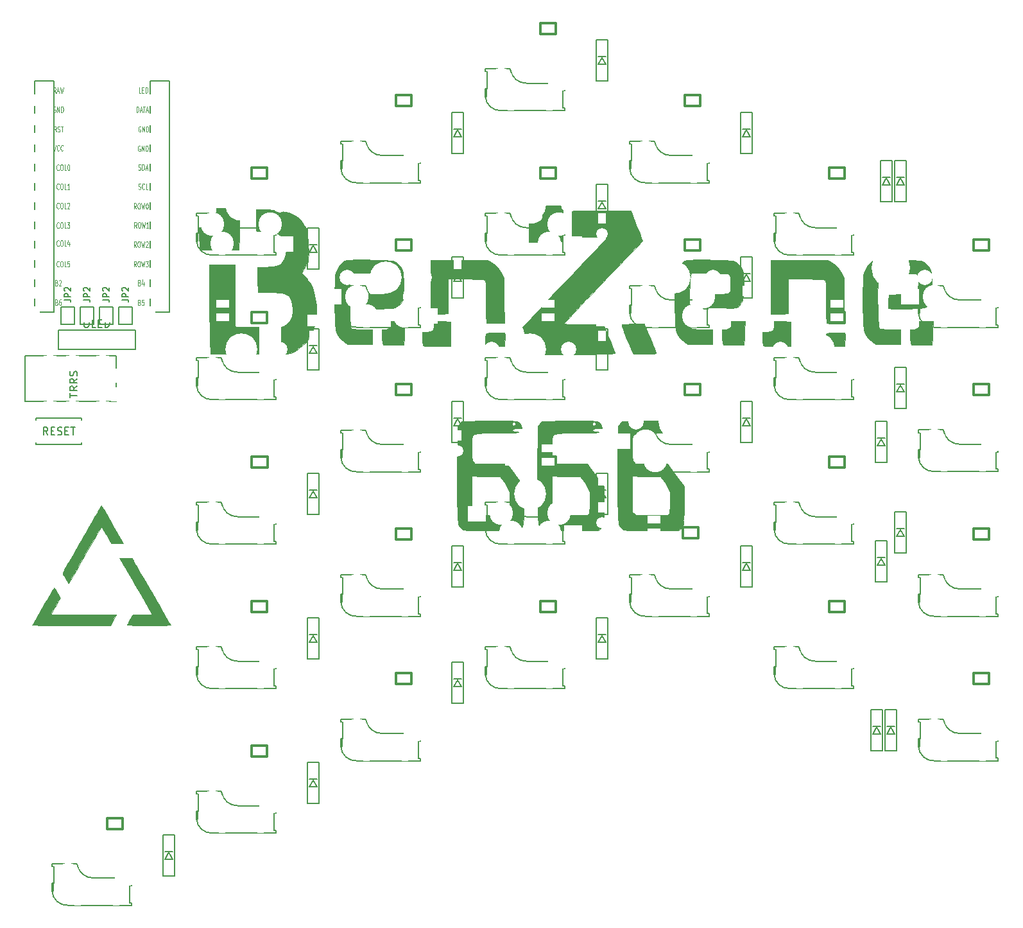
<source format=gto>
G04 #@! TF.GenerationSoftware,KiCad,Pcbnew,5.0.2-bee76a0~70~ubuntu18.04.1*
G04 #@! TF.CreationDate,2019-04-11T02:53:24+09:00*
G04 #@! TF.ProjectId,benzene,62656e7a-656e-4652-9e6b-696361645f70,rev?*
G04 #@! TF.SameCoordinates,Original*
G04 #@! TF.FileFunction,Legend,Top*
G04 #@! TF.FilePolarity,Positive*
%FSLAX46Y46*%
G04 Gerber Fmt 4.6, Leading zero omitted, Abs format (unit mm)*
G04 Created by KiCad (PCBNEW 5.0.2-bee76a0~70~ubuntu18.04.1) date 2019年04月11日 02時53分24秒*
%MOMM*%
%LPD*%
G01*
G04 APERTURE LIST*
%ADD10C,0.300000*%
%ADD11C,0.150000*%
%ADD12C,0.010000*%
%ADD13C,0.125000*%
%ADD14R,2.402000X2.102000*%
%ADD15C,3.102000*%
%ADD16C,4.202000*%
%ADD17C,2.002000*%
%ADD18C,5.102000*%
%ADD19R,1.702000X1.102000*%
%ADD20C,6.302000*%
%ADD21C,1.626000*%
%ADD22C,1.499000*%
%ADD23C,2.302000*%
%ADD24R,1.052000X1.402000*%
%ADD25R,1.499000X1.499000*%
%ADD26C,1.302000*%
%ADD27O,2.602000X1.802000*%
%ADD28R,1.245000X0.737000*%
%ADD29C,2.102000*%
G04 APERTURE END LIST*
D10*
G04 #@! TO.C,SW16*
X156125001Y-79994920D02*
X156125000Y-80894919D01*
D11*
X166525000Y-79194920D02*
X166525000Y-80194920D01*
X166525000Y-80194920D02*
X166325000Y-80194920D01*
X166305000Y-80194920D02*
X166305000Y-82444920D01*
X166325000Y-82444920D02*
X166525000Y-82444920D01*
X156025000Y-79894920D02*
X156225000Y-79894920D01*
X156255000Y-79894920D02*
X156255000Y-77654920D01*
X156225000Y-77654920D02*
X156025000Y-77654920D01*
X156025000Y-77294920D02*
X156025000Y-77654920D01*
X156025000Y-80894920D02*
X156025000Y-79894920D01*
X156025000Y-77294920D02*
X159305000Y-77294920D01*
X161525000Y-79194920D02*
X166525000Y-79194920D01*
X166525000Y-82794920D02*
X158125000Y-82794921D01*
X159308682Y-77316391D02*
G75*
G03X161525000Y-79194920I2151318J291471D01*
G01*
X156024999Y-80894920D02*
G75*
G03X158125000Y-82794921I2000001J100000D01*
G01*
X166525000Y-82444920D02*
X166525000Y-82794920D01*
D10*
G04 #@! TO.C,SW15*
X137075001Y-70475000D02*
X137075000Y-71374999D01*
D11*
X147475000Y-69675000D02*
X147475000Y-70675000D01*
X147475000Y-70675000D02*
X147275000Y-70675000D01*
X147255000Y-70675000D02*
X147255000Y-72925000D01*
X147275000Y-72925000D02*
X147475000Y-72925000D01*
X136975000Y-70375000D02*
X137175000Y-70375000D01*
X137205000Y-70375000D02*
X137205000Y-68135000D01*
X137175000Y-68135000D02*
X136975000Y-68135000D01*
X136975000Y-67775000D02*
X136975000Y-68135000D01*
X136975000Y-71375000D02*
X136975000Y-70375000D01*
X136975000Y-67775000D02*
X140255000Y-67775000D01*
X142475000Y-69675000D02*
X147475000Y-69675000D01*
X147475000Y-73275000D02*
X139075000Y-73275001D01*
X140258682Y-67796471D02*
G75*
G03X142475000Y-69675000I2151318J291471D01*
G01*
X136974999Y-71375000D02*
G75*
G03X139075000Y-73275001I2000001J100000D01*
G01*
X147475000Y-72925000D02*
X147475000Y-73275000D01*
D10*
G04 #@! TO.C,SW9*
X137075001Y-51425000D02*
X137075000Y-52324999D01*
D11*
X147475000Y-50625000D02*
X147475000Y-51625000D01*
X147475000Y-51625000D02*
X147275000Y-51625000D01*
X147255000Y-51625000D02*
X147255000Y-53875000D01*
X147275000Y-53875000D02*
X147475000Y-53875000D01*
X136975000Y-51325000D02*
X137175000Y-51325000D01*
X137205000Y-51325000D02*
X137205000Y-49085000D01*
X137175000Y-49085000D02*
X136975000Y-49085000D01*
X136975000Y-48725000D02*
X136975000Y-49085000D01*
X136975000Y-52325000D02*
X136975000Y-51325000D01*
X136975000Y-48725000D02*
X140255000Y-48725000D01*
X142475000Y-50625000D02*
X147475000Y-50625000D01*
X147475000Y-54225000D02*
X139075000Y-54225001D01*
X140258682Y-48746471D02*
G75*
G03X142475000Y-50625000I2151318J291471D01*
G01*
X136974999Y-52325000D02*
G75*
G03X139075000Y-54225001I2000001J100000D01*
G01*
X147475000Y-53875000D02*
X147475000Y-54225000D01*
D10*
G04 #@! TO.C,L28*
X146272000Y-101260000D02*
X146272000Y-99810000D01*
X146272000Y-99810000D02*
X144222000Y-99810000D01*
X144222000Y-99810000D02*
X144222000Y-101260000D01*
X144222000Y-101260000D02*
X146272000Y-101260000D01*
G04 #@! TO.C,SW11*
X175175001Y-70475000D02*
X175175000Y-71374999D01*
D11*
X185575000Y-69675000D02*
X185575000Y-70675000D01*
X185575000Y-70675000D02*
X185375000Y-70675000D01*
X185355000Y-70675000D02*
X185355000Y-72925000D01*
X185375000Y-72925000D02*
X185575000Y-72925000D01*
X175075000Y-70375000D02*
X175275000Y-70375000D01*
X175305000Y-70375000D02*
X175305000Y-68135000D01*
X175275000Y-68135000D02*
X175075000Y-68135000D01*
X175075000Y-67775000D02*
X175075000Y-68135000D01*
X175075000Y-71375000D02*
X175075000Y-70375000D01*
X175075000Y-67775000D02*
X178355000Y-67775000D01*
X180575000Y-69675000D02*
X185575000Y-69675000D01*
X185575000Y-73275000D02*
X177175000Y-73275001D01*
X178358682Y-67796471D02*
G75*
G03X180575000Y-69675000I2151318J291471D01*
G01*
X175074999Y-71375000D02*
G75*
G03X177175000Y-73275001I2000001J100000D01*
G01*
X185575000Y-72925000D02*
X185575000Y-73275000D01*
D10*
G04 #@! TO.C,SW28*
X137075001Y-108575000D02*
X137075000Y-109474999D01*
D11*
X147475000Y-107775000D02*
X147475000Y-108775000D01*
X147475000Y-108775000D02*
X147275000Y-108775000D01*
X147255000Y-108775000D02*
X147255000Y-111025000D01*
X147275000Y-111025000D02*
X147475000Y-111025000D01*
X136975000Y-108475000D02*
X137175000Y-108475000D01*
X137205000Y-108475000D02*
X137205000Y-106235000D01*
X137175000Y-106235000D02*
X136975000Y-106235000D01*
X136975000Y-105875000D02*
X136975000Y-106235000D01*
X136975000Y-109475000D02*
X136975000Y-108475000D01*
X136975000Y-105875000D02*
X140255000Y-105875000D01*
X142475000Y-107775000D02*
X147475000Y-107775000D01*
X147475000Y-111375000D02*
X139075000Y-111375001D01*
X140258682Y-105896471D02*
G75*
G03X142475000Y-107775000I2151318J291471D01*
G01*
X136974999Y-109475000D02*
G75*
G03X139075000Y-111375001I2000001J100000D01*
G01*
X147475000Y-111025000D02*
X147475000Y-111375000D01*
G04 #@! TO.C,SW17*
X185575000Y-91969920D02*
X185575000Y-92319920D01*
X175075000Y-90419919D02*
G75*
G03X177174999Y-92319920I2000000J99999D01*
G01*
X178358682Y-86841391D02*
G75*
G03X180575000Y-88719920I2151318J291471D01*
G01*
X185575000Y-92319920D02*
X177174999Y-92319920D01*
X180575000Y-88719920D02*
X185575000Y-88719920D01*
X175075000Y-86819920D02*
X178355000Y-86819920D01*
X175075000Y-90419920D02*
X175075000Y-89419920D01*
X175075000Y-86819920D02*
X175075000Y-87179920D01*
X175275000Y-87179920D02*
X175075000Y-87179920D01*
X175305000Y-89419920D02*
X175305000Y-87179920D01*
X175075000Y-89419920D02*
X175275000Y-89419920D01*
X185375000Y-91969920D02*
X185575000Y-91969920D01*
X185355000Y-89719920D02*
X185355000Y-91969920D01*
X185575000Y-89719920D02*
X185375000Y-89719920D01*
X185575000Y-88719920D02*
X185575000Y-89719920D01*
D10*
X175175000Y-89519921D02*
X175175000Y-90419920D01*
G04 #@! TO.C,SW5*
X175175001Y-51425000D02*
X175175000Y-52324999D01*
D11*
X185575000Y-50625000D02*
X185575000Y-51625000D01*
X185575000Y-51625000D02*
X185375000Y-51625000D01*
X185355000Y-51625000D02*
X185355000Y-53875000D01*
X185375000Y-53875000D02*
X185575000Y-53875000D01*
X175075000Y-51325000D02*
X175275000Y-51325000D01*
X175305000Y-51325000D02*
X175305000Y-49085000D01*
X175275000Y-49085000D02*
X175075000Y-49085000D01*
X175075000Y-48725000D02*
X175075000Y-49085000D01*
X175075000Y-52325000D02*
X175075000Y-51325000D01*
X175075000Y-48725000D02*
X178355000Y-48725000D01*
X180575000Y-50625000D02*
X185575000Y-50625000D01*
X185575000Y-54225000D02*
X177175000Y-54225001D01*
X178358682Y-48746471D02*
G75*
G03X180575000Y-50625000I2151318J291471D01*
G01*
X175074999Y-52325000D02*
G75*
G03X177175000Y-54225001I2000001J100000D01*
G01*
X185575000Y-53875000D02*
X185575000Y-54225000D01*
D10*
G04 #@! TO.C,SW4*
X156125001Y-41900000D02*
X156125000Y-42799999D01*
D11*
X166525000Y-41100000D02*
X166525000Y-42100000D01*
X166525000Y-42100000D02*
X166325000Y-42100000D01*
X166305000Y-42100000D02*
X166305000Y-44350000D01*
X166325000Y-44350000D02*
X166525000Y-44350000D01*
X156025000Y-41800000D02*
X156225000Y-41800000D01*
X156255000Y-41800000D02*
X156255000Y-39560000D01*
X156225000Y-39560000D02*
X156025000Y-39560000D01*
X156025000Y-39200000D02*
X156025000Y-39560000D01*
X156025000Y-42800000D02*
X156025000Y-41800000D01*
X156025000Y-39200000D02*
X159305000Y-39200000D01*
X161525000Y-41100000D02*
X166525000Y-41100000D01*
X166525000Y-44700000D02*
X158125000Y-44700001D01*
X159308682Y-39221471D02*
G75*
G03X161525000Y-41100000I2151318J291471D01*
G01*
X156024999Y-42800000D02*
G75*
G03X158125000Y-44700001I2000001J100000D01*
G01*
X166525000Y-44350000D02*
X166525000Y-44700000D01*
D10*
G04 #@! TO.C,SW23*
X175175001Y-108570000D02*
X175175000Y-109469999D01*
D11*
X185575000Y-107770000D02*
X185575000Y-108770000D01*
X185575000Y-108770000D02*
X185375000Y-108770000D01*
X185355000Y-108770000D02*
X185355000Y-111020000D01*
X185375000Y-111020000D02*
X185575000Y-111020000D01*
X175075000Y-108470000D02*
X175275000Y-108470000D01*
X175305000Y-108470000D02*
X175305000Y-106230000D01*
X175275000Y-106230000D02*
X175075000Y-106230000D01*
X175075000Y-105870000D02*
X175075000Y-106230000D01*
X175075000Y-109470000D02*
X175075000Y-108470000D01*
X175075000Y-105870000D02*
X178355000Y-105870000D01*
X180575000Y-107770000D02*
X185575000Y-107770000D01*
X185575000Y-111370000D02*
X177175000Y-111370001D01*
X178358682Y-105891471D02*
G75*
G03X180575000Y-107770000I2151318J291471D01*
G01*
X175074999Y-109470000D02*
G75*
G03X177175000Y-111370001I2000001J100000D01*
G01*
X185575000Y-111020000D02*
X185575000Y-111370000D01*
D10*
G04 #@! TO.C,SW2*
X118025001Y-41900000D02*
X118025000Y-42799999D01*
D11*
X128425000Y-41100000D02*
X128425000Y-42100000D01*
X128425000Y-42100000D02*
X128225000Y-42100000D01*
X128205000Y-42100000D02*
X128205000Y-44350000D01*
X128225000Y-44350000D02*
X128425000Y-44350000D01*
X117925000Y-41800000D02*
X118125000Y-41800000D01*
X118155000Y-41800000D02*
X118155000Y-39560000D01*
X118125000Y-39560000D02*
X117925000Y-39560000D01*
X117925000Y-39200000D02*
X117925000Y-39560000D01*
X117925000Y-42800000D02*
X117925000Y-41800000D01*
X117925000Y-39200000D02*
X121205000Y-39200000D01*
X123425000Y-41100000D02*
X128425000Y-41100000D01*
X128425000Y-44700000D02*
X120025000Y-44700001D01*
X121208682Y-39221471D02*
G75*
G03X123425000Y-41100000I2151318J291471D01*
G01*
X117924999Y-42800000D02*
G75*
G03X120025000Y-44700001I2000001J100000D01*
G01*
X128425000Y-44350000D02*
X128425000Y-44700000D01*
D10*
G04 #@! TO.C,SW1*
X98975001Y-51425000D02*
X98975000Y-52324999D01*
D11*
X109375000Y-50625000D02*
X109375000Y-51625000D01*
X109375000Y-51625000D02*
X109175000Y-51625000D01*
X109155000Y-51625000D02*
X109155000Y-53875000D01*
X109175000Y-53875000D02*
X109375000Y-53875000D01*
X98875000Y-51325000D02*
X99075000Y-51325000D01*
X99105000Y-51325000D02*
X99105000Y-49085000D01*
X99075000Y-49085000D02*
X98875000Y-49085000D01*
X98875000Y-48725000D02*
X98875000Y-49085000D01*
X98875000Y-52325000D02*
X98875000Y-51325000D01*
X98875000Y-48725000D02*
X102155000Y-48725000D01*
X104375000Y-50625000D02*
X109375000Y-50625000D01*
X109375000Y-54225000D02*
X100975000Y-54225001D01*
X102158682Y-48746471D02*
G75*
G03X104375000Y-50625000I2151318J291471D01*
G01*
X98874999Y-52325000D02*
G75*
G03X100975000Y-54225001I2000001J100000D01*
G01*
X109375000Y-53875000D02*
X109375000Y-54225000D01*
D10*
G04 #@! TO.C,SW3*
X137075001Y-32375000D02*
X137075000Y-33274999D01*
D11*
X147475000Y-31575000D02*
X147475000Y-32575000D01*
X147475000Y-32575000D02*
X147275000Y-32575000D01*
X147255000Y-32575000D02*
X147255000Y-34825000D01*
X147275000Y-34825000D02*
X147475000Y-34825000D01*
X136975000Y-32275000D02*
X137175000Y-32275000D01*
X137205000Y-32275000D02*
X137205000Y-30035000D01*
X137175000Y-30035000D02*
X136975000Y-30035000D01*
X136975000Y-29675000D02*
X136975000Y-30035000D01*
X136975000Y-33275000D02*
X136975000Y-32275000D01*
X136975000Y-29675000D02*
X140255000Y-29675000D01*
X142475000Y-31575000D02*
X147475000Y-31575000D01*
X147475000Y-35175000D02*
X139075000Y-35175001D01*
X140258682Y-29696471D02*
G75*
G03X142475000Y-31575000I2151318J291471D01*
G01*
X136974999Y-33275000D02*
G75*
G03X139075000Y-35175001I2000001J100000D01*
G01*
X147475000Y-34825000D02*
X147475000Y-35175000D01*
G04 #@! TO.C,SW6*
X204625000Y-63400000D02*
X204625000Y-63750000D01*
X194124999Y-61850000D02*
G75*
G03X196225000Y-63750001I2000001J100000D01*
G01*
X197408682Y-58271471D02*
G75*
G03X199625000Y-60150000I2151318J291471D01*
G01*
X204625000Y-63750000D02*
X196225000Y-63750001D01*
X199625000Y-60150000D02*
X204625000Y-60150000D01*
X194125000Y-58250000D02*
X197405000Y-58250000D01*
X194125000Y-61850000D02*
X194125000Y-60850000D01*
X194125000Y-58250000D02*
X194125000Y-58610000D01*
X194325000Y-58610000D02*
X194125000Y-58610000D01*
X194355000Y-60850000D02*
X194355000Y-58610000D01*
X194125000Y-60850000D02*
X194325000Y-60850000D01*
X204425000Y-63400000D02*
X204625000Y-63400000D01*
X204405000Y-61150000D02*
X204405000Y-63400000D01*
X204625000Y-61150000D02*
X204425000Y-61150000D01*
X204625000Y-60150000D02*
X204625000Y-61150000D01*
D10*
X194225001Y-60950000D02*
X194225000Y-61849999D01*
G04 #@! TO.C,SW7*
X98975001Y-70475000D02*
X98975000Y-71374999D01*
D11*
X109375000Y-69675000D02*
X109375000Y-70675000D01*
X109375000Y-70675000D02*
X109175000Y-70675000D01*
X109155000Y-70675000D02*
X109155000Y-72925000D01*
X109175000Y-72925000D02*
X109375000Y-72925000D01*
X98875000Y-70375000D02*
X99075000Y-70375000D01*
X99105000Y-70375000D02*
X99105000Y-68135000D01*
X99075000Y-68135000D02*
X98875000Y-68135000D01*
X98875000Y-67775000D02*
X98875000Y-68135000D01*
X98875000Y-71375000D02*
X98875000Y-70375000D01*
X98875000Y-67775000D02*
X102155000Y-67775000D01*
X104375000Y-69675000D02*
X109375000Y-69675000D01*
X109375000Y-73275000D02*
X100975000Y-73275001D01*
X102158682Y-67796471D02*
G75*
G03X104375000Y-69675000I2151318J291471D01*
G01*
X98874999Y-71375000D02*
G75*
G03X100975000Y-73275001I2000001J100000D01*
G01*
X109375000Y-72925000D02*
X109375000Y-73275000D01*
D10*
G04 #@! TO.C,SW8*
X118025001Y-60950000D02*
X118025000Y-61849999D01*
D11*
X128425000Y-60150000D02*
X128425000Y-61150000D01*
X128425000Y-61150000D02*
X128225000Y-61150000D01*
X128205000Y-61150000D02*
X128205000Y-63400000D01*
X128225000Y-63400000D02*
X128425000Y-63400000D01*
X117925000Y-60850000D02*
X118125000Y-60850000D01*
X118155000Y-60850000D02*
X118155000Y-58610000D01*
X118125000Y-58610000D02*
X117925000Y-58610000D01*
X117925000Y-58250000D02*
X117925000Y-58610000D01*
X117925000Y-61850000D02*
X117925000Y-60850000D01*
X117925000Y-58250000D02*
X121205000Y-58250000D01*
X123425000Y-60150000D02*
X128425000Y-60150000D01*
X128425000Y-63750000D02*
X120025000Y-63750001D01*
X121208682Y-58271471D02*
G75*
G03X123425000Y-60150000I2151318J291471D01*
G01*
X117924999Y-61850000D02*
G75*
G03X120025000Y-63750001I2000001J100000D01*
G01*
X128425000Y-63400000D02*
X128425000Y-63750000D01*
D10*
G04 #@! TO.C,SW10*
X156125001Y-60950000D02*
X156125000Y-61849999D01*
D11*
X166525000Y-60150000D02*
X166525000Y-61150000D01*
X166525000Y-61150000D02*
X166325000Y-61150000D01*
X166305000Y-61150000D02*
X166305000Y-63400000D01*
X166325000Y-63400000D02*
X166525000Y-63400000D01*
X156025000Y-60850000D02*
X156225000Y-60850000D01*
X156255000Y-60850000D02*
X156255000Y-58610000D01*
X156225000Y-58610000D02*
X156025000Y-58610000D01*
X156025000Y-58250000D02*
X156025000Y-58610000D01*
X156025000Y-61850000D02*
X156025000Y-60850000D01*
X156025000Y-58250000D02*
X159305000Y-58250000D01*
X161525000Y-60150000D02*
X166525000Y-60150000D01*
X166525000Y-63750000D02*
X158125000Y-63750001D01*
X159308682Y-58271471D02*
G75*
G03X161525000Y-60150000I2151318J291471D01*
G01*
X156024999Y-61850000D02*
G75*
G03X158125000Y-63750001I2000001J100000D01*
G01*
X166525000Y-63400000D02*
X166525000Y-63750000D01*
D10*
G04 #@! TO.C,SW12*
X194225001Y-79965000D02*
X194225000Y-80864999D01*
D11*
X204625000Y-79165000D02*
X204625000Y-80165000D01*
X204625000Y-80165000D02*
X204425000Y-80165000D01*
X204405000Y-80165000D02*
X204405000Y-82415000D01*
X204425000Y-82415000D02*
X204625000Y-82415000D01*
X194125000Y-79865000D02*
X194325000Y-79865000D01*
X194355000Y-79865000D02*
X194355000Y-77625000D01*
X194325000Y-77625000D02*
X194125000Y-77625000D01*
X194125000Y-77265000D02*
X194125000Y-77625000D01*
X194125000Y-80865000D02*
X194125000Y-79865000D01*
X194125000Y-77265000D02*
X197405000Y-77265000D01*
X199625000Y-79165000D02*
X204625000Y-79165000D01*
X204625000Y-82765000D02*
X196225000Y-82765001D01*
X197408682Y-77286471D02*
G75*
G03X199625000Y-79165000I2151318J291471D01*
G01*
X194124999Y-80865000D02*
G75*
G03X196225000Y-82765001I2000001J100000D01*
G01*
X204625000Y-82415000D02*
X204625000Y-82765000D01*
D10*
G04 #@! TO.C,SW13*
X98975001Y-89525000D02*
X98975000Y-90424999D01*
D11*
X109375000Y-88725000D02*
X109375000Y-89725000D01*
X109375000Y-89725000D02*
X109175000Y-89725000D01*
X109155000Y-89725000D02*
X109155000Y-91975000D01*
X109175000Y-91975000D02*
X109375000Y-91975000D01*
X98875000Y-89425000D02*
X99075000Y-89425000D01*
X99105000Y-89425000D02*
X99105000Y-87185000D01*
X99075000Y-87185000D02*
X98875000Y-87185000D01*
X98875000Y-86825000D02*
X98875000Y-87185000D01*
X98875000Y-90425000D02*
X98875000Y-89425000D01*
X98875000Y-86825000D02*
X102155000Y-86825000D01*
X104375000Y-88725000D02*
X109375000Y-88725000D01*
X109375000Y-92325000D02*
X100975000Y-92325001D01*
X102158682Y-86846471D02*
G75*
G03X104375000Y-88725000I2151318J291471D01*
G01*
X98874999Y-90425000D02*
G75*
G03X100975000Y-92325001I2000001J100000D01*
G01*
X109375000Y-91975000D02*
X109375000Y-92325000D01*
D10*
G04 #@! TO.C,SW14*
X118025001Y-80000000D02*
X118025000Y-80899999D01*
D11*
X128425000Y-79200000D02*
X128425000Y-80200000D01*
X128425000Y-80200000D02*
X128225000Y-80200000D01*
X128205000Y-80200000D02*
X128205000Y-82450000D01*
X128225000Y-82450000D02*
X128425000Y-82450000D01*
X117925000Y-79900000D02*
X118125000Y-79900000D01*
X118155000Y-79900000D02*
X118155000Y-77660000D01*
X118125000Y-77660000D02*
X117925000Y-77660000D01*
X117925000Y-77300000D02*
X117925000Y-77660000D01*
X117925000Y-80900000D02*
X117925000Y-79900000D01*
X117925000Y-77300000D02*
X121205000Y-77300000D01*
X123425000Y-79200000D02*
X128425000Y-79200000D01*
X128425000Y-82800000D02*
X120025000Y-82800001D01*
X121208682Y-77321471D02*
G75*
G03X123425000Y-79200000I2151318J291471D01*
G01*
X117924999Y-80900000D02*
G75*
G03X120025000Y-82800001I2000001J100000D01*
G01*
X128425000Y-82450000D02*
X128425000Y-82800000D01*
D10*
G04 #@! TO.C,SW18*
X194225001Y-99050000D02*
X194225000Y-99949999D01*
D11*
X204625000Y-98250000D02*
X204625000Y-99250000D01*
X204625000Y-99250000D02*
X204425000Y-99250000D01*
X204405000Y-99250000D02*
X204405000Y-101500000D01*
X204425000Y-101500000D02*
X204625000Y-101500000D01*
X194125000Y-98950000D02*
X194325000Y-98950000D01*
X194355000Y-98950000D02*
X194355000Y-96710000D01*
X194325000Y-96710000D02*
X194125000Y-96710000D01*
X194125000Y-96350000D02*
X194125000Y-96710000D01*
X194125000Y-99950000D02*
X194125000Y-98950000D01*
X194125000Y-96350000D02*
X197405000Y-96350000D01*
X199625000Y-98250000D02*
X204625000Y-98250000D01*
X204625000Y-101850000D02*
X196225000Y-101850001D01*
X197408682Y-96371471D02*
G75*
G03X199625000Y-98250000I2151318J291471D01*
G01*
X194124999Y-99950000D02*
G75*
G03X196225000Y-101850001I2000001J100000D01*
G01*
X204625000Y-101500000D02*
X204625000Y-101850000D01*
D10*
G04 #@! TO.C,SW19*
X98975001Y-108575000D02*
X98975000Y-109474999D01*
D11*
X109375000Y-107775000D02*
X109375000Y-108775000D01*
X109375000Y-108775000D02*
X109175000Y-108775000D01*
X109155000Y-108775000D02*
X109155000Y-111025000D01*
X109175000Y-111025000D02*
X109375000Y-111025000D01*
X98875000Y-108475000D02*
X99075000Y-108475000D01*
X99105000Y-108475000D02*
X99105000Y-106235000D01*
X99075000Y-106235000D02*
X98875000Y-106235000D01*
X98875000Y-105875000D02*
X98875000Y-106235000D01*
X98875000Y-109475000D02*
X98875000Y-108475000D01*
X98875000Y-105875000D02*
X102155000Y-105875000D01*
X104375000Y-107775000D02*
X109375000Y-107775000D01*
X109375000Y-111375000D02*
X100975000Y-111375001D01*
X102158682Y-105896471D02*
G75*
G03X104375000Y-107775000I2151318J291471D01*
G01*
X98874999Y-109475000D02*
G75*
G03X100975000Y-111375001I2000001J100000D01*
G01*
X109375000Y-111025000D02*
X109375000Y-111375000D01*
D10*
G04 #@! TO.C,SW20*
X118025001Y-99050000D02*
X118025000Y-99949999D01*
D11*
X128425000Y-98250000D02*
X128425000Y-99250000D01*
X128425000Y-99250000D02*
X128225000Y-99250000D01*
X128205000Y-99250000D02*
X128205000Y-101500000D01*
X128225000Y-101500000D02*
X128425000Y-101500000D01*
X117925000Y-98950000D02*
X118125000Y-98950000D01*
X118155000Y-98950000D02*
X118155000Y-96710000D01*
X118125000Y-96710000D02*
X117925000Y-96710000D01*
X117925000Y-96350000D02*
X117925000Y-96710000D01*
X117925000Y-99950000D02*
X117925000Y-98950000D01*
X117925000Y-96350000D02*
X121205000Y-96350000D01*
X123425000Y-98250000D02*
X128425000Y-98250000D01*
X128425000Y-101850000D02*
X120025000Y-101850001D01*
X121208682Y-96371471D02*
G75*
G03X123425000Y-98250000I2151318J291471D01*
G01*
X117924999Y-99950000D02*
G75*
G03X120025000Y-101850001I2000001J100000D01*
G01*
X128425000Y-101500000D02*
X128425000Y-101850000D01*
D10*
G04 #@! TO.C,SW21*
X137075001Y-89525000D02*
X137075000Y-90424999D01*
D11*
X147475000Y-88725000D02*
X147475000Y-89725000D01*
X147475000Y-89725000D02*
X147275000Y-89725000D01*
X147255000Y-89725000D02*
X147255000Y-91975000D01*
X147275000Y-91975000D02*
X147475000Y-91975000D01*
X136975000Y-89425000D02*
X137175000Y-89425000D01*
X137205000Y-89425000D02*
X137205000Y-87185000D01*
X137175000Y-87185000D02*
X136975000Y-87185000D01*
X136975000Y-86825000D02*
X136975000Y-87185000D01*
X136975000Y-90425000D02*
X136975000Y-89425000D01*
X136975000Y-86825000D02*
X140255000Y-86825000D01*
X142475000Y-88725000D02*
X147475000Y-88725000D01*
X147475000Y-92325000D02*
X139075000Y-92325001D01*
X140258682Y-86846471D02*
G75*
G03X142475000Y-88725000I2151318J291471D01*
G01*
X136974999Y-90425000D02*
G75*
G03X139075000Y-92325001I2000001J100000D01*
G01*
X147475000Y-91975000D02*
X147475000Y-92325000D01*
D10*
G04 #@! TO.C,SW22*
X156125001Y-99044900D02*
X156125000Y-99944899D01*
D11*
X166525000Y-98244900D02*
X166525000Y-99244900D01*
X166525000Y-99244900D02*
X166325000Y-99244900D01*
X166305000Y-99244900D02*
X166305000Y-101494900D01*
X166325000Y-101494900D02*
X166525000Y-101494900D01*
X156025000Y-98944900D02*
X156225000Y-98944900D01*
X156255000Y-98944900D02*
X156255000Y-96704900D01*
X156225000Y-96704900D02*
X156025000Y-96704900D01*
X156025000Y-96344900D02*
X156025000Y-96704900D01*
X156025000Y-99944900D02*
X156025000Y-98944900D01*
X156025000Y-96344900D02*
X159305000Y-96344900D01*
X161525000Y-98244900D02*
X166525000Y-98244900D01*
X166525000Y-101844900D02*
X158125000Y-101844901D01*
X159308682Y-96366371D02*
G75*
G03X161525000Y-98244900I2151318J291471D01*
G01*
X156024999Y-99944900D02*
G75*
G03X158125000Y-101844901I2000001J100000D01*
G01*
X166525000Y-101494900D02*
X166525000Y-101844900D01*
D10*
G04 #@! TO.C,SW24*
X194225001Y-118095000D02*
X194225000Y-118994999D01*
D11*
X204625000Y-117295000D02*
X204625000Y-118295000D01*
X204625000Y-118295000D02*
X204425000Y-118295000D01*
X204405000Y-118295000D02*
X204405000Y-120545000D01*
X204425000Y-120545000D02*
X204625000Y-120545000D01*
X194125000Y-117995000D02*
X194325000Y-117995000D01*
X194355000Y-117995000D02*
X194355000Y-115755000D01*
X194325000Y-115755000D02*
X194125000Y-115755000D01*
X194125000Y-115395000D02*
X194125000Y-115755000D01*
X194125000Y-118995000D02*
X194125000Y-117995000D01*
X194125000Y-115395000D02*
X197405000Y-115395000D01*
X199625000Y-117295000D02*
X204625000Y-117295000D01*
X204625000Y-120895000D02*
X196225000Y-120895001D01*
X197408682Y-115416471D02*
G75*
G03X199625000Y-117295000I2151318J291471D01*
G01*
X194124999Y-118995000D02*
G75*
G03X196225000Y-120895001I2000001J100000D01*
G01*
X204625000Y-120545000D02*
X204625000Y-120895000D01*
D10*
G04 #@! TO.C,SW25*
X79925001Y-137150000D02*
X79925000Y-138049999D01*
D11*
X90325000Y-136350000D02*
X90325000Y-137350000D01*
X90325000Y-137350000D02*
X90125000Y-137350000D01*
X90105000Y-137350000D02*
X90105000Y-139600000D01*
X90125000Y-139600000D02*
X90325000Y-139600000D01*
X79825000Y-137050000D02*
X80025000Y-137050000D01*
X80055000Y-137050000D02*
X80055000Y-134810000D01*
X80025000Y-134810000D02*
X79825000Y-134810000D01*
X79825000Y-134450000D02*
X79825000Y-134810000D01*
X79825000Y-138050000D02*
X79825000Y-137050000D01*
X79825000Y-134450000D02*
X83105000Y-134450000D01*
X85325000Y-136350000D02*
X90325000Y-136350000D01*
X90325000Y-139950000D02*
X81925000Y-139950001D01*
X83108682Y-134471471D02*
G75*
G03X85325000Y-136350000I2151318J291471D01*
G01*
X79824999Y-138050000D02*
G75*
G03X81925000Y-139950001I2000001J100000D01*
G01*
X90325000Y-139600000D02*
X90325000Y-139950000D01*
D10*
G04 #@! TO.C,SW26*
X98975001Y-127625000D02*
X98975000Y-128524999D01*
D11*
X109375000Y-126825000D02*
X109375000Y-127825000D01*
X109375000Y-127825000D02*
X109175000Y-127825000D01*
X109155000Y-127825000D02*
X109155000Y-130075000D01*
X109175000Y-130075000D02*
X109375000Y-130075000D01*
X98875000Y-127525000D02*
X99075000Y-127525000D01*
X99105000Y-127525000D02*
X99105000Y-125285000D01*
X99075000Y-125285000D02*
X98875000Y-125285000D01*
X98875000Y-124925000D02*
X98875000Y-125285000D01*
X98875000Y-128525000D02*
X98875000Y-127525000D01*
X98875000Y-124925000D02*
X102155000Y-124925000D01*
X104375000Y-126825000D02*
X109375000Y-126825000D01*
X109375000Y-130425000D02*
X100975000Y-130425001D01*
X102158682Y-124946471D02*
G75*
G03X104375000Y-126825000I2151318J291471D01*
G01*
X98874999Y-128525000D02*
G75*
G03X100975000Y-130425001I2000001J100000D01*
G01*
X109375000Y-130075000D02*
X109375000Y-130425000D01*
D10*
G04 #@! TO.C,SW27*
X118025001Y-118100000D02*
X118025000Y-118999999D01*
D11*
X128425000Y-117300000D02*
X128425000Y-118300000D01*
X128425000Y-118300000D02*
X128225000Y-118300000D01*
X128205000Y-118300000D02*
X128205000Y-120550000D01*
X128225000Y-120550000D02*
X128425000Y-120550000D01*
X117925000Y-118000000D02*
X118125000Y-118000000D01*
X118155000Y-118000000D02*
X118155000Y-115760000D01*
X118125000Y-115760000D02*
X117925000Y-115760000D01*
X117925000Y-115400000D02*
X117925000Y-115760000D01*
X117925000Y-119000000D02*
X117925000Y-118000000D01*
X117925000Y-115400000D02*
X121205000Y-115400000D01*
X123425000Y-117300000D02*
X128425000Y-117300000D01*
X128425000Y-120900000D02*
X120025000Y-120900001D01*
X121208682Y-115421471D02*
G75*
G03X123425000Y-117300000I2151318J291471D01*
G01*
X117924999Y-119000000D02*
G75*
G03X120025000Y-120900001I2000001J100000D01*
G01*
X128425000Y-120550000D02*
X128425000Y-120900000D01*
D10*
G04 #@! TO.C,L25*
X89155000Y-128420000D02*
X89155000Y-129870000D01*
X89155000Y-129870000D02*
X87105000Y-129870000D01*
X87105000Y-129870000D02*
X87105000Y-128420000D01*
X87105000Y-128420000D02*
X89155000Y-128420000D01*
G04 #@! TO.C,L26*
X106122000Y-118860000D02*
X108172000Y-118860000D01*
X106122000Y-120310000D02*
X106122000Y-118860000D01*
X108172000Y-120310000D02*
X106122000Y-120310000D01*
X108172000Y-118860000D02*
X108172000Y-120310000D01*
G04 #@! TO.C,L27*
X127222000Y-109335000D02*
X127222000Y-110785000D01*
X127222000Y-110785000D02*
X125172000Y-110785000D01*
X125172000Y-110785000D02*
X125172000Y-109335000D01*
X125172000Y-109335000D02*
X127222000Y-109335000D01*
G04 #@! TO.C,L8*
X125172000Y-52185000D02*
X127222000Y-52185000D01*
X125172000Y-53635000D02*
X125172000Y-52185000D01*
X127222000Y-53635000D02*
X125172000Y-53635000D01*
X127222000Y-52185000D02*
X127222000Y-53635000D01*
G04 #@! TO.C,L20*
X125172000Y-90285000D02*
X127222000Y-90285000D01*
X125172000Y-91735000D02*
X125172000Y-90285000D01*
X127222000Y-91735000D02*
X125172000Y-91735000D01*
X127222000Y-90285000D02*
X127222000Y-91735000D01*
G04 #@! TO.C,L14*
X125172000Y-71235000D02*
X127222000Y-71235000D01*
X125172000Y-72685000D02*
X125172000Y-71235000D01*
X127222000Y-72685000D02*
X125172000Y-72685000D01*
X127222000Y-71235000D02*
X127222000Y-72685000D01*
D11*
G04 #@! TO.C,U1*
X92746400Y-61722000D02*
X92746400Y-31242000D01*
X95286400Y-61722000D02*
X92746400Y-61722000D01*
X95286400Y-31242000D02*
X95286400Y-61722000D01*
X92746400Y-31242000D02*
X95286400Y-31242000D01*
X77526400Y-61722000D02*
X77526400Y-31242000D01*
X80066400Y-61722000D02*
X77526400Y-61722000D01*
X80066400Y-31242000D02*
X80066400Y-61722000D01*
X77526400Y-31242000D02*
X80066400Y-31242000D01*
G04 #@! TO.C,OLED1*
X80645000Y-66675000D02*
X90805000Y-66675000D01*
X80645000Y-64135000D02*
X90805000Y-64135000D01*
X90805000Y-64135000D02*
X90805000Y-66675000D01*
X80645000Y-66675000D02*
X80645000Y-64135000D01*
G04 #@! TO.C,D1*
X114300000Y-52940000D02*
X114800000Y-53840000D01*
X114800000Y-53840000D02*
X113800000Y-53840000D01*
X113800000Y-53840000D02*
X114300000Y-52940000D01*
X114800000Y-52840000D02*
X113800000Y-52840000D01*
X115050000Y-56040000D02*
X115050000Y-50640000D01*
X115050000Y-50640000D02*
X113550000Y-50640000D01*
X113550000Y-50640000D02*
X113550000Y-56040000D01*
X113550000Y-56040000D02*
X115050000Y-56040000D01*
G04 #@! TO.C,D2*
X132600000Y-40800000D02*
X134100000Y-40800000D01*
X132600000Y-35400000D02*
X132600000Y-40800000D01*
X134100000Y-35400000D02*
X132600000Y-35400000D01*
X134100000Y-40800000D02*
X134100000Y-35400000D01*
X133850000Y-37600000D02*
X132850000Y-37600000D01*
X132850000Y-38600000D02*
X133350000Y-37700000D01*
X133850000Y-38600000D02*
X132850000Y-38600000D01*
X133350000Y-37700000D02*
X133850000Y-38600000D01*
G04 #@! TO.C,D3*
X151650000Y-31275000D02*
X153150000Y-31275000D01*
X151650000Y-25875000D02*
X151650000Y-31275000D01*
X153150000Y-25875000D02*
X151650000Y-25875000D01*
X153150000Y-31275000D02*
X153150000Y-25875000D01*
X152900000Y-28075000D02*
X151900000Y-28075000D01*
X151900000Y-29075000D02*
X152400000Y-28175000D01*
X152900000Y-29075000D02*
X151900000Y-29075000D01*
X152400000Y-28175000D02*
X152900000Y-29075000D01*
G04 #@! TO.C,D4*
X171450000Y-37700000D02*
X171950000Y-38600000D01*
X171950000Y-38600000D02*
X170950000Y-38600000D01*
X170950000Y-38600000D02*
X171450000Y-37700000D01*
X171950000Y-37600000D02*
X170950000Y-37600000D01*
X172200000Y-40800000D02*
X172200000Y-35400000D01*
X172200000Y-35400000D02*
X170700000Y-35400000D01*
X170700000Y-35400000D02*
X170700000Y-40800000D01*
X170700000Y-40800000D02*
X172200000Y-40800000D01*
G04 #@! TO.C,D5*
X189865000Y-44050000D02*
X190365000Y-44950000D01*
X190365000Y-44950000D02*
X189365000Y-44950000D01*
X189365000Y-44950000D02*
X189865000Y-44050000D01*
X190365000Y-43950000D02*
X189365000Y-43950000D01*
X190615000Y-47150000D02*
X190615000Y-41750000D01*
X190615000Y-41750000D02*
X189115000Y-41750000D01*
X189115000Y-41750000D02*
X189115000Y-47150000D01*
X189115000Y-47150000D02*
X190615000Y-47150000D01*
G04 #@! TO.C,D6*
X191770000Y-44050000D02*
X192270000Y-44950000D01*
X192270000Y-44950000D02*
X191270000Y-44950000D01*
X191270000Y-44950000D02*
X191770000Y-44050000D01*
X192270000Y-43950000D02*
X191270000Y-43950000D01*
X192520000Y-47150000D02*
X192520000Y-41750000D01*
X192520000Y-41750000D02*
X191020000Y-41750000D01*
X191020000Y-41750000D02*
X191020000Y-47150000D01*
X191020000Y-47150000D02*
X192520000Y-47150000D01*
G04 #@! TO.C,D7*
X113550000Y-69375000D02*
X115050000Y-69375000D01*
X113550000Y-63975000D02*
X113550000Y-69375000D01*
X115050000Y-63975000D02*
X113550000Y-63975000D01*
X115050000Y-69375000D02*
X115050000Y-63975000D01*
X114800000Y-66175000D02*
X113800000Y-66175000D01*
X113800000Y-67175000D02*
X114300000Y-66275000D01*
X114800000Y-67175000D02*
X113800000Y-67175000D01*
X114300000Y-66275000D02*
X114800000Y-67175000D01*
G04 #@! TO.C,D8*
X133350000Y-56750000D02*
X133850000Y-57650000D01*
X133850000Y-57650000D02*
X132850000Y-57650000D01*
X132850000Y-57650000D02*
X133350000Y-56750000D01*
X133850000Y-56650000D02*
X132850000Y-56650000D01*
X134100000Y-59850000D02*
X134100000Y-54450000D01*
X134100000Y-54450000D02*
X132600000Y-54450000D01*
X132600000Y-54450000D02*
X132600000Y-59850000D01*
X132600000Y-59850000D02*
X134100000Y-59850000D01*
G04 #@! TO.C,D9*
X151650000Y-50325000D02*
X153150000Y-50325000D01*
X151650000Y-44925000D02*
X151650000Y-50325000D01*
X153150000Y-44925000D02*
X151650000Y-44925000D01*
X153150000Y-50325000D02*
X153150000Y-44925000D01*
X152900000Y-47125000D02*
X151900000Y-47125000D01*
X151900000Y-48125000D02*
X152400000Y-47225000D01*
X152900000Y-48125000D02*
X151900000Y-48125000D01*
X152400000Y-47225000D02*
X152900000Y-48125000D01*
G04 #@! TO.C,D10*
X171450000Y-56750000D02*
X171950000Y-57650000D01*
X171950000Y-57650000D02*
X170950000Y-57650000D01*
X170950000Y-57650000D02*
X171450000Y-56750000D01*
X171950000Y-56650000D02*
X170950000Y-56650000D01*
X172200000Y-59850000D02*
X172200000Y-54450000D01*
X172200000Y-54450000D02*
X170700000Y-54450000D01*
X170700000Y-54450000D02*
X170700000Y-59850000D01*
X170700000Y-59850000D02*
X172200000Y-59850000D01*
G04 #@! TO.C,D11*
X191020000Y-74455000D02*
X192520000Y-74455000D01*
X191020000Y-69055000D02*
X191020000Y-74455000D01*
X192520000Y-69055000D02*
X191020000Y-69055000D01*
X192520000Y-74455000D02*
X192520000Y-69055000D01*
X192270000Y-71255000D02*
X191270000Y-71255000D01*
X191270000Y-72255000D02*
X191770000Y-71355000D01*
X192270000Y-72255000D02*
X191270000Y-72255000D01*
X191770000Y-71355000D02*
X192270000Y-72255000D01*
G04 #@! TO.C,D12*
X188480000Y-81570000D02*
X189980000Y-81570000D01*
X188480000Y-76170000D02*
X188480000Y-81570000D01*
X189980000Y-76170000D02*
X188480000Y-76170000D01*
X189980000Y-81570000D02*
X189980000Y-76170000D01*
X189730000Y-78370000D02*
X188730000Y-78370000D01*
X188730000Y-79370000D02*
X189230000Y-78470000D01*
X189730000Y-79370000D02*
X188730000Y-79370000D01*
X189230000Y-78470000D02*
X189730000Y-79370000D01*
G04 #@! TO.C,D13*
X114300000Y-85325000D02*
X114800000Y-86225000D01*
X114800000Y-86225000D02*
X113800000Y-86225000D01*
X113800000Y-86225000D02*
X114300000Y-85325000D01*
X114800000Y-85225000D02*
X113800000Y-85225000D01*
X115050000Y-88425000D02*
X115050000Y-83025000D01*
X115050000Y-83025000D02*
X113550000Y-83025000D01*
X113550000Y-83025000D02*
X113550000Y-88425000D01*
X113550000Y-88425000D02*
X115050000Y-88425000D01*
G04 #@! TO.C,D14*
X133350000Y-75800000D02*
X133850000Y-76700000D01*
X133850000Y-76700000D02*
X132850000Y-76700000D01*
X132850000Y-76700000D02*
X133350000Y-75800000D01*
X133850000Y-75700000D02*
X132850000Y-75700000D01*
X134100000Y-78900000D02*
X134100000Y-73500000D01*
X134100000Y-73500000D02*
X132600000Y-73500000D01*
X132600000Y-73500000D02*
X132600000Y-78900000D01*
X132600000Y-78900000D02*
X134100000Y-78900000D01*
G04 #@! TO.C,D15*
X151650000Y-69375000D02*
X153150000Y-69375000D01*
X151650000Y-63975000D02*
X151650000Y-69375000D01*
X153150000Y-63975000D02*
X151650000Y-63975000D01*
X153150000Y-69375000D02*
X153150000Y-63975000D01*
X152900000Y-66175000D02*
X151900000Y-66175000D01*
X151900000Y-67175000D02*
X152400000Y-66275000D01*
X152900000Y-67175000D02*
X151900000Y-67175000D01*
X152400000Y-66275000D02*
X152900000Y-67175000D01*
G04 #@! TO.C,D16*
X170700000Y-78900000D02*
X172200000Y-78900000D01*
X170700000Y-73500000D02*
X170700000Y-78900000D01*
X172200000Y-73500000D02*
X170700000Y-73500000D01*
X172200000Y-78900000D02*
X172200000Y-73500000D01*
X171950000Y-75700000D02*
X170950000Y-75700000D01*
X170950000Y-76700000D02*
X171450000Y-75800000D01*
X171950000Y-76700000D02*
X170950000Y-76700000D01*
X171450000Y-75800000D02*
X171950000Y-76700000D01*
G04 #@! TO.C,D17*
X189230000Y-94215000D02*
X189730000Y-95115000D01*
X189730000Y-95115000D02*
X188730000Y-95115000D01*
X188730000Y-95115000D02*
X189230000Y-94215000D01*
X189730000Y-94115000D02*
X188730000Y-94115000D01*
X189980000Y-97315000D02*
X189980000Y-91915000D01*
X189980000Y-91915000D02*
X188480000Y-91915000D01*
X188480000Y-91915000D02*
X188480000Y-97315000D01*
X188480000Y-97315000D02*
X189980000Y-97315000D01*
G04 #@! TO.C,D18*
X191020000Y-93505000D02*
X192520000Y-93505000D01*
X191020000Y-88105000D02*
X191020000Y-93505000D01*
X192520000Y-88105000D02*
X191020000Y-88105000D01*
X192520000Y-93505000D02*
X192520000Y-88105000D01*
X192270000Y-90305000D02*
X191270000Y-90305000D01*
X191270000Y-91305000D02*
X191770000Y-90405000D01*
X192270000Y-91305000D02*
X191270000Y-91305000D01*
X191770000Y-90405000D02*
X192270000Y-91305000D01*
G04 #@! TO.C,D19*
X114300000Y-104375000D02*
X114800000Y-105275000D01*
X114800000Y-105275000D02*
X113800000Y-105275000D01*
X113800000Y-105275000D02*
X114300000Y-104375000D01*
X114800000Y-104275000D02*
X113800000Y-104275000D01*
X115050000Y-107475000D02*
X115050000Y-102075000D01*
X115050000Y-102075000D02*
X113550000Y-102075000D01*
X113550000Y-102075000D02*
X113550000Y-107475000D01*
X113550000Y-107475000D02*
X115050000Y-107475000D01*
G04 #@! TO.C,D20*
X132600000Y-97950000D02*
X134100000Y-97950000D01*
X132600000Y-92550000D02*
X132600000Y-97950000D01*
X134100000Y-92550000D02*
X132600000Y-92550000D01*
X134100000Y-97950000D02*
X134100000Y-92550000D01*
X133850000Y-94750000D02*
X132850000Y-94750000D01*
X132850000Y-95750000D02*
X133350000Y-94850000D01*
X133850000Y-95750000D02*
X132850000Y-95750000D01*
X133350000Y-94850000D02*
X133850000Y-95750000D01*
G04 #@! TO.C,D21*
X152400000Y-85325000D02*
X152900000Y-86225000D01*
X152900000Y-86225000D02*
X151900000Y-86225000D01*
X151900000Y-86225000D02*
X152400000Y-85325000D01*
X152900000Y-85225000D02*
X151900000Y-85225000D01*
X153150000Y-88425000D02*
X153150000Y-83025000D01*
X153150000Y-83025000D02*
X151650000Y-83025000D01*
X151650000Y-83025000D02*
X151650000Y-88425000D01*
X151650000Y-88425000D02*
X153150000Y-88425000D01*
G04 #@! TO.C,D22*
X170700000Y-97944900D02*
X172200000Y-97944900D01*
X170700000Y-92544900D02*
X170700000Y-97944900D01*
X172200000Y-92544900D02*
X170700000Y-92544900D01*
X172200000Y-97944900D02*
X172200000Y-92544900D01*
X171950000Y-94744900D02*
X170950000Y-94744900D01*
X170950000Y-95744900D02*
X171450000Y-94844900D01*
X171950000Y-95744900D02*
X170950000Y-95744900D01*
X171450000Y-94844900D02*
X171950000Y-95744900D01*
G04 #@! TO.C,D23*
X188608000Y-116435000D02*
X189108000Y-117335000D01*
X189108000Y-117335000D02*
X188108000Y-117335000D01*
X188108000Y-117335000D02*
X188608000Y-116435000D01*
X189108000Y-116335000D02*
X188108000Y-116335000D01*
X189358000Y-119535000D02*
X189358000Y-114135000D01*
X189358000Y-114135000D02*
X187858000Y-114135000D01*
X187858000Y-114135000D02*
X187858000Y-119535000D01*
X187858000Y-119535000D02*
X189358000Y-119535000D01*
G04 #@! TO.C,D24*
X190500000Y-116440000D02*
X191000000Y-117340000D01*
X191000000Y-117340000D02*
X190000000Y-117340000D01*
X190000000Y-117340000D02*
X190500000Y-116440000D01*
X191000000Y-116340000D02*
X190000000Y-116340000D01*
X191250000Y-119540000D02*
X191250000Y-114140000D01*
X191250000Y-114140000D02*
X189750000Y-114140000D01*
X189750000Y-114140000D02*
X189750000Y-119540000D01*
X189750000Y-119540000D02*
X191250000Y-119540000D01*
G04 #@! TO.C,D25*
X94500000Y-136050000D02*
X96000000Y-136050000D01*
X94500000Y-130650000D02*
X94500000Y-136050000D01*
X96000000Y-130650000D02*
X94500000Y-130650000D01*
X96000000Y-136050000D02*
X96000000Y-130650000D01*
X95750000Y-132850000D02*
X94750000Y-132850000D01*
X94750000Y-133850000D02*
X95250000Y-132950000D01*
X95750000Y-133850000D02*
X94750000Y-133850000D01*
X95250000Y-132950000D02*
X95750000Y-133850000D01*
G04 #@! TO.C,D26*
X114300000Y-123425000D02*
X114800000Y-124325000D01*
X114800000Y-124325000D02*
X113800000Y-124325000D01*
X113800000Y-124325000D02*
X114300000Y-123425000D01*
X114800000Y-123325000D02*
X113800000Y-123325000D01*
X115050000Y-126525000D02*
X115050000Y-121125000D01*
X115050000Y-121125000D02*
X113550000Y-121125000D01*
X113550000Y-121125000D02*
X113550000Y-126525000D01*
X113550000Y-126525000D02*
X115050000Y-126525000D01*
G04 #@! TO.C,D27*
X132600000Y-113320000D02*
X134100000Y-113320000D01*
X132600000Y-107920000D02*
X132600000Y-113320000D01*
X134100000Y-107920000D02*
X132600000Y-107920000D01*
X134100000Y-113320000D02*
X134100000Y-107920000D01*
X133850000Y-110120000D02*
X132850000Y-110120000D01*
X132850000Y-111120000D02*
X133350000Y-110220000D01*
X133850000Y-111120000D02*
X132850000Y-111120000D01*
X133350000Y-110220000D02*
X133850000Y-111120000D01*
G04 #@! TO.C,D28*
X152400000Y-104375000D02*
X152900000Y-105275000D01*
X152900000Y-105275000D02*
X151900000Y-105275000D01*
X151900000Y-105275000D02*
X152400000Y-104375000D01*
X152900000Y-104275000D02*
X151900000Y-104275000D01*
X153150000Y-107475000D02*
X153150000Y-102075000D01*
X153150000Y-102075000D02*
X151650000Y-102075000D01*
X151650000Y-102075000D02*
X151650000Y-107475000D01*
X151650000Y-107475000D02*
X153150000Y-107475000D01*
G04 #@! TO.C,J1*
X76250000Y-73485000D02*
X76250000Y-67485000D01*
X76250000Y-67485000D02*
X88250000Y-67485000D01*
X88250000Y-67485000D02*
X88250000Y-73485000D01*
X88250000Y-73485000D02*
X76250000Y-73485000D01*
G04 #@! TO.C,J2*
X88646000Y-61087000D02*
X90424000Y-61087000D01*
X88646000Y-63373000D02*
X88646000Y-61087000D01*
X90424000Y-63373000D02*
X88646000Y-63373000D01*
X90424000Y-61087000D02*
X90424000Y-63373000D01*
G04 #@! TO.C,J4*
X87884000Y-61087000D02*
X87884000Y-63373000D01*
X87884000Y-63373000D02*
X86106000Y-63373000D01*
X86106000Y-63373000D02*
X86106000Y-61087000D01*
X86106000Y-61087000D02*
X87884000Y-61087000D01*
G04 #@! TO.C,J5*
X83566000Y-61087000D02*
X85344000Y-61087000D01*
X83566000Y-63373000D02*
X83566000Y-61087000D01*
X85344000Y-63373000D02*
X83566000Y-63373000D01*
X85344000Y-61087000D02*
X85344000Y-63373000D01*
G04 #@! TO.C,J6*
X82804000Y-61087000D02*
X82804000Y-63373000D01*
X82804000Y-63373000D02*
X81026000Y-63373000D01*
X81026000Y-63373000D02*
X81026000Y-61087000D01*
X81026000Y-61087000D02*
X82804000Y-61087000D01*
D10*
G04 #@! TO.C,L1*
X106122000Y-42660000D02*
X108172000Y-42660000D01*
X106122000Y-44110000D02*
X106122000Y-42660000D01*
X108172000Y-44110000D02*
X106122000Y-44110000D01*
X108172000Y-42660000D02*
X108172000Y-44110000D01*
G04 #@! TO.C,L2*
X127222000Y-33135000D02*
X127222000Y-34585000D01*
X127222000Y-34585000D02*
X125172000Y-34585000D01*
X125172000Y-34585000D02*
X125172000Y-33135000D01*
X125172000Y-33135000D02*
X127222000Y-33135000D01*
G04 #@! TO.C,L3*
X144222000Y-23610000D02*
X146272000Y-23610000D01*
X144222000Y-25060000D02*
X144222000Y-23610000D01*
X146272000Y-25060000D02*
X144222000Y-25060000D01*
X146272000Y-23610000D02*
X146272000Y-25060000D01*
G04 #@! TO.C,L4*
X165322000Y-33135000D02*
X165322000Y-34585000D01*
X165322000Y-34585000D02*
X163272000Y-34585000D01*
X163272000Y-34585000D02*
X163272000Y-33135000D01*
X163272000Y-33135000D02*
X165322000Y-33135000D01*
G04 #@! TO.C,L5*
X184372000Y-42660000D02*
X184372000Y-44110000D01*
X184372000Y-44110000D02*
X182322000Y-44110000D01*
X182322000Y-44110000D02*
X182322000Y-42660000D01*
X182322000Y-42660000D02*
X184372000Y-42660000D01*
G04 #@! TO.C,L6*
X201372000Y-52185000D02*
X203422000Y-52185000D01*
X201372000Y-53635000D02*
X201372000Y-52185000D01*
X203422000Y-53635000D02*
X201372000Y-53635000D01*
X203422000Y-52185000D02*
X203422000Y-53635000D01*
G04 #@! TO.C,L7*
X108172000Y-61710000D02*
X108172000Y-63160000D01*
X108172000Y-63160000D02*
X106122000Y-63160000D01*
X106122000Y-63160000D02*
X106122000Y-61710000D01*
X106122000Y-61710000D02*
X108172000Y-61710000D01*
G04 #@! TO.C,L9*
X146272000Y-42660000D02*
X146272000Y-44110000D01*
X146272000Y-44110000D02*
X144222000Y-44110000D01*
X144222000Y-44110000D02*
X144222000Y-42660000D01*
X144222000Y-42660000D02*
X146272000Y-42660000D01*
G04 #@! TO.C,L10*
X163272000Y-52185000D02*
X165322000Y-52185000D01*
X163272000Y-53635000D02*
X163272000Y-52185000D01*
X165322000Y-53635000D02*
X163272000Y-53635000D01*
X165322000Y-52185000D02*
X165322000Y-53635000D01*
G04 #@! TO.C,L11*
X184372000Y-61710000D02*
X184372000Y-63160000D01*
X184372000Y-63160000D02*
X182322000Y-63160000D01*
X182322000Y-63160000D02*
X182322000Y-61710000D01*
X182322000Y-61710000D02*
X184372000Y-61710000D01*
G04 #@! TO.C,L12*
X201372000Y-71235000D02*
X203422000Y-71235000D01*
X201372000Y-72685000D02*
X201372000Y-71235000D01*
X203422000Y-72685000D02*
X201372000Y-72685000D01*
X203422000Y-71235000D02*
X203422000Y-72685000D01*
G04 #@! TO.C,L13*
X108232000Y-80760000D02*
X108232000Y-82210000D01*
X108232000Y-82210000D02*
X106182000Y-82210000D01*
X106182000Y-82210000D02*
X106182000Y-80760000D01*
X106182000Y-80760000D02*
X108232000Y-80760000D01*
G04 #@! TO.C,L15*
X146272000Y-61710000D02*
X146272000Y-63160000D01*
X146272000Y-63160000D02*
X144222000Y-63160000D01*
X144222000Y-63160000D02*
X144222000Y-61710000D01*
X144222000Y-61710000D02*
X146272000Y-61710000D01*
G04 #@! TO.C,L16*
X165322000Y-71235000D02*
X165322000Y-72685000D01*
X165322000Y-72685000D02*
X163272000Y-72685000D01*
X163272000Y-72685000D02*
X163272000Y-71235000D01*
X163272000Y-71235000D02*
X165322000Y-71235000D01*
G04 #@! TO.C,L17*
X182322000Y-80760000D02*
X184372000Y-80760000D01*
X182322000Y-82210000D02*
X182322000Y-80760000D01*
X184372000Y-82210000D02*
X182322000Y-82210000D01*
X184372000Y-80760000D02*
X184372000Y-82210000D01*
G04 #@! TO.C,L18*
X201372000Y-90285000D02*
X203422000Y-90285000D01*
X201372000Y-91735000D02*
X201372000Y-90285000D01*
X203422000Y-91735000D02*
X201372000Y-91735000D01*
X203422000Y-90285000D02*
X203422000Y-91735000D01*
G04 #@! TO.C,L19*
X108172000Y-99810000D02*
X108172000Y-101260000D01*
X108172000Y-101260000D02*
X106122000Y-101260000D01*
X106122000Y-101260000D02*
X106122000Y-99810000D01*
X106122000Y-99810000D02*
X108172000Y-99810000D01*
G04 #@! TO.C,L21*
X146272000Y-80760000D02*
X146272000Y-82210000D01*
X146272000Y-82210000D02*
X144222000Y-82210000D01*
X144222000Y-82210000D02*
X144222000Y-80760000D01*
X144222000Y-80760000D02*
X146272000Y-80760000D01*
G04 #@! TO.C,L22*
X163047000Y-90083400D02*
X165097000Y-90083400D01*
X163047000Y-91533400D02*
X163047000Y-90083400D01*
X165097000Y-91533400D02*
X163047000Y-91533400D01*
X165097000Y-90083400D02*
X165097000Y-91533400D01*
G04 #@! TO.C,L23*
X184372000Y-99810000D02*
X184372000Y-101260000D01*
X184372000Y-101260000D02*
X182322000Y-101260000D01*
X182322000Y-101260000D02*
X182322000Y-99810000D01*
X182322000Y-99810000D02*
X184372000Y-99810000D01*
G04 #@! TO.C,L24*
X201372000Y-109335000D02*
X203422000Y-109335000D01*
X201372000Y-110785000D02*
X201372000Y-109335000D01*
X203422000Y-110785000D02*
X201372000Y-110785000D01*
X203422000Y-109335000D02*
X203422000Y-110785000D01*
D11*
G04 #@! TO.C,RESET1*
X83720000Y-75720000D02*
X77720000Y-75720000D01*
X77720000Y-75720000D02*
X77720000Y-75970000D01*
X83720000Y-75720000D02*
X83720000Y-75970000D01*
X83720000Y-79220000D02*
X83720000Y-78970000D01*
X83720000Y-79220000D02*
X77720000Y-79220000D01*
X77720000Y-79220000D02*
X77720000Y-78970000D01*
G04 #@! TO.C,J3*
X82804000Y-61087000D02*
X82804000Y-63373000D01*
X82804000Y-63373000D02*
X81026000Y-63373000D01*
X81026000Y-63373000D02*
X81026000Y-61087000D01*
X81026000Y-61087000D02*
X82804000Y-61087000D01*
D12*
G04 #@! TO.C,G2*
G36*
X80142274Y-98131483D02*
X80210105Y-98223632D01*
X80305375Y-98373373D01*
X80432918Y-98587605D01*
X80510894Y-98722085D01*
X80634058Y-98940004D01*
X80739295Y-99134298D01*
X80820288Y-99292622D01*
X80870719Y-99402632D01*
X80884349Y-99451806D01*
X80858811Y-99499451D01*
X80796312Y-99610655D01*
X80702377Y-99775746D01*
X80582535Y-99985050D01*
X80442311Y-100228893D01*
X80287234Y-100497601D01*
X80252448Y-100557753D01*
X79640187Y-101616087D01*
X83965739Y-101637253D01*
X88291292Y-101658420D01*
X87893302Y-102346337D01*
X87495311Y-103034253D01*
X82353157Y-103034253D01*
X81701248Y-103033997D01*
X81073555Y-103033251D01*
X80475195Y-103032045D01*
X79911287Y-103030413D01*
X79386950Y-103028384D01*
X78907302Y-103025992D01*
X78477461Y-103023268D01*
X78102546Y-103020244D01*
X77787675Y-103016951D01*
X77537967Y-103013421D01*
X77358540Y-103009686D01*
X77254512Y-103005777D01*
X77229037Y-103002503D01*
X77362110Y-102768882D01*
X77520098Y-102492635D01*
X77698866Y-102180912D01*
X77894277Y-101840862D01*
X78102195Y-101479636D01*
X78318484Y-101104384D01*
X78539007Y-100722254D01*
X78759628Y-100340398D01*
X78976211Y-99965965D01*
X79184620Y-99606105D01*
X79380718Y-99267968D01*
X79560369Y-98958703D01*
X79719437Y-98685461D01*
X79853785Y-98455392D01*
X79959278Y-98275645D01*
X80031780Y-98153369D01*
X80067152Y-98095716D01*
X80069586Y-98092366D01*
X80097046Y-98090027D01*
X80142274Y-98131483D01*
X80142274Y-98131483D01*
G37*
X80142274Y-98131483D02*
X80210105Y-98223632D01*
X80305375Y-98373373D01*
X80432918Y-98587605D01*
X80510894Y-98722085D01*
X80634058Y-98940004D01*
X80739295Y-99134298D01*
X80820288Y-99292622D01*
X80870719Y-99402632D01*
X80884349Y-99451806D01*
X80858811Y-99499451D01*
X80796312Y-99610655D01*
X80702377Y-99775746D01*
X80582535Y-99985050D01*
X80442311Y-100228893D01*
X80287234Y-100497601D01*
X80252448Y-100557753D01*
X79640187Y-101616087D01*
X83965739Y-101637253D01*
X88291292Y-101658420D01*
X87893302Y-102346337D01*
X87495311Y-103034253D01*
X82353157Y-103034253D01*
X81701248Y-103033997D01*
X81073555Y-103033251D01*
X80475195Y-103032045D01*
X79911287Y-103030413D01*
X79386950Y-103028384D01*
X78907302Y-103025992D01*
X78477461Y-103023268D01*
X78102546Y-103020244D01*
X77787675Y-103016951D01*
X77537967Y-103013421D01*
X77358540Y-103009686D01*
X77254512Y-103005777D01*
X77229037Y-103002503D01*
X77362110Y-102768882D01*
X77520098Y-102492635D01*
X77698866Y-102180912D01*
X77894277Y-101840862D01*
X78102195Y-101479636D01*
X78318484Y-101104384D01*
X78539007Y-100722254D01*
X78759628Y-100340398D01*
X78976211Y-99965965D01*
X79184620Y-99606105D01*
X79380718Y-99267968D01*
X79560369Y-98958703D01*
X79719437Y-98685461D01*
X79853785Y-98455392D01*
X79959278Y-98275645D01*
X80031780Y-98153369D01*
X80067152Y-98095716D01*
X80069586Y-98092366D01*
X80097046Y-98090027D01*
X80142274Y-98131483D01*
G36*
X90048089Y-94152808D02*
X90204686Y-94159644D01*
X90304383Y-94172016D01*
X90356403Y-94190390D01*
X90363254Y-94196206D01*
X90390423Y-94239183D01*
X90457099Y-94350996D01*
X90560625Y-94527062D01*
X90698345Y-94762796D01*
X90867601Y-95053614D01*
X91065737Y-95394931D01*
X91290096Y-95782164D01*
X91538021Y-96210728D01*
X91806855Y-96676039D01*
X92093942Y-97173513D01*
X92396623Y-97698565D01*
X92712243Y-98246611D01*
X92921592Y-98610420D01*
X93243645Y-99170264D01*
X93553994Y-99709758D01*
X93850020Y-100224350D01*
X94129105Y-100709490D01*
X94388631Y-101160627D01*
X94625981Y-101573210D01*
X94838536Y-101942690D01*
X95023678Y-102264514D01*
X95178790Y-102534133D01*
X95301254Y-102746995D01*
X95388452Y-102898551D01*
X95437765Y-102984249D01*
X95448277Y-103002503D01*
X95410239Y-103007845D01*
X95294342Y-103012905D01*
X95107394Y-103017608D01*
X94856203Y-103021877D01*
X94547575Y-103025638D01*
X94188318Y-103028815D01*
X93785241Y-103031333D01*
X93345150Y-103033116D01*
X92874853Y-103034089D01*
X92581970Y-103034253D01*
X92096723Y-103033736D01*
X91637505Y-103032241D01*
X91211137Y-103029856D01*
X90824440Y-103026665D01*
X90484236Y-103022756D01*
X90197344Y-103018215D01*
X89970588Y-103013127D01*
X89810787Y-103007579D01*
X89724762Y-103001657D01*
X89711389Y-102997982D01*
X89736134Y-102951191D01*
X89796199Y-102843493D01*
X89884563Y-102687299D01*
X89994209Y-102495023D01*
X90106035Y-102300079D01*
X90486570Y-101638448D01*
X91761871Y-101627267D01*
X93037172Y-101616087D01*
X91378864Y-98737420D01*
X91102994Y-98258577D01*
X90828401Y-97782031D01*
X90559662Y-97315723D01*
X90301357Y-96867592D01*
X90058064Y-96445580D01*
X89834361Y-96057628D01*
X89634826Y-95711675D01*
X89464037Y-95415663D01*
X89326573Y-95177532D01*
X89230981Y-95012087D01*
X88741404Y-94165420D01*
X89527310Y-94153873D01*
X89825371Y-94151039D01*
X90048089Y-94152808D01*
X90048089Y-94152808D01*
G37*
X90048089Y-94152808D02*
X90204686Y-94159644D01*
X90304383Y-94172016D01*
X90356403Y-94190390D01*
X90363254Y-94196206D01*
X90390423Y-94239183D01*
X90457099Y-94350996D01*
X90560625Y-94527062D01*
X90698345Y-94762796D01*
X90867601Y-95053614D01*
X91065737Y-95394931D01*
X91290096Y-95782164D01*
X91538021Y-96210728D01*
X91806855Y-96676039D01*
X92093942Y-97173513D01*
X92396623Y-97698565D01*
X92712243Y-98246611D01*
X92921592Y-98610420D01*
X93243645Y-99170264D01*
X93553994Y-99709758D01*
X93850020Y-100224350D01*
X94129105Y-100709490D01*
X94388631Y-101160627D01*
X94625981Y-101573210D01*
X94838536Y-101942690D01*
X95023678Y-102264514D01*
X95178790Y-102534133D01*
X95301254Y-102746995D01*
X95388452Y-102898551D01*
X95437765Y-102984249D01*
X95448277Y-103002503D01*
X95410239Y-103007845D01*
X95294342Y-103012905D01*
X95107394Y-103017608D01*
X94856203Y-103021877D01*
X94547575Y-103025638D01*
X94188318Y-103028815D01*
X93785241Y-103031333D01*
X93345150Y-103033116D01*
X92874853Y-103034089D01*
X92581970Y-103034253D01*
X92096723Y-103033736D01*
X91637505Y-103032241D01*
X91211137Y-103029856D01*
X90824440Y-103026665D01*
X90484236Y-103022756D01*
X90197344Y-103018215D01*
X89970588Y-103013127D01*
X89810787Y-103007579D01*
X89724762Y-103001657D01*
X89711389Y-102997982D01*
X89736134Y-102951191D01*
X89796199Y-102843493D01*
X89884563Y-102687299D01*
X89994209Y-102495023D01*
X90106035Y-102300079D01*
X90486570Y-101638448D01*
X91761871Y-101627267D01*
X93037172Y-101616087D01*
X91378864Y-98737420D01*
X91102994Y-98258577D01*
X90828401Y-97782031D01*
X90559662Y-97315723D01*
X90301357Y-96867592D01*
X90058064Y-96445580D01*
X89834361Y-96057628D01*
X89634826Y-95711675D01*
X89464037Y-95415663D01*
X89326573Y-95177532D01*
X89230981Y-95012087D01*
X88741404Y-94165420D01*
X89527310Y-94153873D01*
X89825371Y-94151039D01*
X90048089Y-94152808D01*
G36*
X86359406Y-87283360D02*
X86424624Y-87384810D01*
X86524851Y-87547860D01*
X86656561Y-87766568D01*
X86816229Y-88034993D01*
X87000331Y-88347193D01*
X87205344Y-88697227D01*
X87427741Y-89079153D01*
X87663999Y-89487031D01*
X87803272Y-89728428D01*
X89237604Y-92218087D01*
X88444529Y-92229642D01*
X88155112Y-92232697D01*
X87939691Y-92231845D01*
X87787662Y-92226487D01*
X87688420Y-92216026D01*
X87631358Y-92199862D01*
X87608976Y-92182456D01*
X87577600Y-92131770D01*
X87509842Y-92017450D01*
X87411425Y-91849318D01*
X87288072Y-91637193D01*
X87145509Y-91390896D01*
X86989457Y-91120249D01*
X86954710Y-91059850D01*
X86342920Y-89995987D01*
X86270439Y-90112203D01*
X86239405Y-90164719D01*
X86169763Y-90284333D01*
X86065136Y-90464762D01*
X85929147Y-90699721D01*
X85765420Y-90982927D01*
X85577578Y-91308096D01*
X85369244Y-91668944D01*
X85144040Y-92059187D01*
X84905591Y-92472541D01*
X84657520Y-92902722D01*
X84403449Y-93343446D01*
X84147002Y-93788430D01*
X83891801Y-94231389D01*
X83641471Y-94666040D01*
X83399635Y-95086098D01*
X83169915Y-95485279D01*
X82955934Y-95857301D01*
X82761316Y-96195878D01*
X82589685Y-96494728D01*
X82451056Y-96736409D01*
X82320482Y-96962497D01*
X82203778Y-97161270D01*
X82107511Y-97321813D01*
X82038245Y-97433212D01*
X82002549Y-97484551D01*
X81999667Y-97486724D01*
X81972946Y-97451680D01*
X81911670Y-97354553D01*
X81822869Y-97207010D01*
X81713576Y-97020720D01*
X81601028Y-96825240D01*
X81479659Y-96609971D01*
X81374495Y-96418301D01*
X81292292Y-96262967D01*
X81239804Y-96156704D01*
X81223555Y-96113621D01*
X81244248Y-96070222D01*
X81304310Y-95958867D01*
X81400715Y-95784885D01*
X81530437Y-95553606D01*
X81690451Y-95270362D01*
X81877731Y-94940484D01*
X82089251Y-94569301D01*
X82321986Y-94162146D01*
X82572909Y-93724347D01*
X82838996Y-93261237D01*
X83088315Y-92828282D01*
X83384705Y-92314107D01*
X83682792Y-91796958D01*
X83977928Y-91284896D01*
X84265468Y-90785987D01*
X84540763Y-90308293D01*
X84799169Y-89859876D01*
X85036038Y-89448801D01*
X85246724Y-89083131D01*
X85426579Y-88770929D01*
X85570957Y-88520259D01*
X85624788Y-88426776D01*
X85789867Y-88141646D01*
X85942484Y-87881070D01*
X86077316Y-87653896D01*
X86189042Y-87468976D01*
X86272341Y-87335157D01*
X86321892Y-87261289D01*
X86332719Y-87249451D01*
X86359406Y-87283360D01*
X86359406Y-87283360D01*
G37*
X86359406Y-87283360D02*
X86424624Y-87384810D01*
X86524851Y-87547860D01*
X86656561Y-87766568D01*
X86816229Y-88034993D01*
X87000331Y-88347193D01*
X87205344Y-88697227D01*
X87427741Y-89079153D01*
X87663999Y-89487031D01*
X87803272Y-89728428D01*
X89237604Y-92218087D01*
X88444529Y-92229642D01*
X88155112Y-92232697D01*
X87939691Y-92231845D01*
X87787662Y-92226487D01*
X87688420Y-92216026D01*
X87631358Y-92199862D01*
X87608976Y-92182456D01*
X87577600Y-92131770D01*
X87509842Y-92017450D01*
X87411425Y-91849318D01*
X87288072Y-91637193D01*
X87145509Y-91390896D01*
X86989457Y-91120249D01*
X86954710Y-91059850D01*
X86342920Y-89995987D01*
X86270439Y-90112203D01*
X86239405Y-90164719D01*
X86169763Y-90284333D01*
X86065136Y-90464762D01*
X85929147Y-90699721D01*
X85765420Y-90982927D01*
X85577578Y-91308096D01*
X85369244Y-91668944D01*
X85144040Y-92059187D01*
X84905591Y-92472541D01*
X84657520Y-92902722D01*
X84403449Y-93343446D01*
X84147002Y-93788430D01*
X83891801Y-94231389D01*
X83641471Y-94666040D01*
X83399635Y-95086098D01*
X83169915Y-95485279D01*
X82955934Y-95857301D01*
X82761316Y-96195878D01*
X82589685Y-96494728D01*
X82451056Y-96736409D01*
X82320482Y-96962497D01*
X82203778Y-97161270D01*
X82107511Y-97321813D01*
X82038245Y-97433212D01*
X82002549Y-97484551D01*
X81999667Y-97486724D01*
X81972946Y-97451680D01*
X81911670Y-97354553D01*
X81822869Y-97207010D01*
X81713576Y-97020720D01*
X81601028Y-96825240D01*
X81479659Y-96609971D01*
X81374495Y-96418301D01*
X81292292Y-96262967D01*
X81239804Y-96156704D01*
X81223555Y-96113621D01*
X81244248Y-96070222D01*
X81304310Y-95958867D01*
X81400715Y-95784885D01*
X81530437Y-95553606D01*
X81690451Y-95270362D01*
X81877731Y-94940484D01*
X82089251Y-94569301D01*
X82321986Y-94162146D01*
X82572909Y-93724347D01*
X82838996Y-93261237D01*
X83088315Y-92828282D01*
X83384705Y-92314107D01*
X83682792Y-91796958D01*
X83977928Y-91284896D01*
X84265468Y-90785987D01*
X84540763Y-90308293D01*
X84799169Y-89859876D01*
X85036038Y-89448801D01*
X85246724Y-89083131D01*
X85426579Y-88770929D01*
X85570957Y-88520259D01*
X85624788Y-88426776D01*
X85789867Y-88141646D01*
X85942484Y-87881070D01*
X86077316Y-87653896D01*
X86189042Y-87468976D01*
X86272341Y-87335157D01*
X86321892Y-87261289D01*
X86332719Y-87249451D01*
X86359406Y-87283360D01*
G04 #@! TO.C,G\002A\002A\002A*
G36*
X147110822Y-50054086D02*
X147094189Y-50665968D01*
X147078204Y-51219629D01*
X147063569Y-51693365D01*
X147050987Y-52065472D01*
X147041159Y-52314246D01*
X147034788Y-52417983D01*
X147034301Y-52419642D01*
X146949349Y-52426304D01*
X146717885Y-52436666D01*
X146362671Y-52449920D01*
X145906466Y-52465257D01*
X145372033Y-52481866D01*
X144883889Y-52496081D01*
X142748000Y-52556464D01*
X142748000Y-50096221D01*
X143195360Y-50059123D01*
X143628295Y-49981490D01*
X144008919Y-49835797D01*
X144294521Y-49642179D01*
X144418250Y-49482586D01*
X144468916Y-49293348D01*
X144505752Y-48981602D01*
X144523768Y-48593944D01*
X144524752Y-48487753D01*
X144526000Y-47704586D01*
X147172821Y-47704586D01*
X147110822Y-50054086D01*
X147110822Y-50054086D01*
G37*
X147110822Y-50054086D02*
X147094189Y-50665968D01*
X147078204Y-51219629D01*
X147063569Y-51693365D01*
X147050987Y-52065472D01*
X147041159Y-52314246D01*
X147034788Y-52417983D01*
X147034301Y-52419642D01*
X146949349Y-52426304D01*
X146717885Y-52436666D01*
X146362671Y-52449920D01*
X145906466Y-52465257D01*
X145372033Y-52481866D01*
X144883889Y-52496081D01*
X142748000Y-52556464D01*
X142748000Y-50096221D01*
X143195360Y-50059123D01*
X143628295Y-49981490D01*
X144008919Y-49835797D01*
X144294521Y-49642179D01*
X144418250Y-49482586D01*
X144468916Y-49293348D01*
X144505752Y-48981602D01*
X144523768Y-48593944D01*
X144524752Y-48487753D01*
X144526000Y-47704586D01*
X147172821Y-47704586D01*
X147110822Y-50054086D01*
G36*
X102977321Y-48048082D02*
X103432372Y-48061139D01*
X103823998Y-48080281D01*
X104042914Y-48097647D01*
X104563334Y-48152042D01*
X104563334Y-49057663D01*
X104560518Y-49431533D01*
X104552681Y-49930318D01*
X104540741Y-50509702D01*
X104525614Y-51125371D01*
X104508217Y-51733008D01*
X104507536Y-51754935D01*
X104451739Y-53546586D01*
X99338487Y-53546586D01*
X99284512Y-52975086D01*
X99260872Y-52634171D01*
X99242354Y-52195102D01*
X99231591Y-51729042D01*
X99229935Y-51500910D01*
X99229334Y-50598235D01*
X100154078Y-50569577D01*
X100569121Y-50553583D01*
X100852223Y-50531086D01*
X101040772Y-50494433D01*
X101172158Y-50435973D01*
X101283769Y-50348055D01*
X101297078Y-50335661D01*
X101388307Y-50242444D01*
X101449767Y-50143670D01*
X101487328Y-50005747D01*
X101506861Y-49795085D01*
X101514237Y-49478094D01*
X101515334Y-49086828D01*
X101515334Y-48043253D01*
X102518914Y-48043253D01*
X102977321Y-48048082D01*
X102977321Y-48048082D01*
G37*
X102977321Y-48048082D02*
X103432372Y-48061139D01*
X103823998Y-48080281D01*
X104042914Y-48097647D01*
X104563334Y-48152042D01*
X104563334Y-49057663D01*
X104560518Y-49431533D01*
X104552681Y-49930318D01*
X104540741Y-50509702D01*
X104525614Y-51125371D01*
X104508217Y-51733008D01*
X104507536Y-51754935D01*
X104451739Y-53546586D01*
X99338487Y-53546586D01*
X99284512Y-52975086D01*
X99260872Y-52634171D01*
X99242354Y-52195102D01*
X99231591Y-51729042D01*
X99229935Y-51500910D01*
X99229334Y-50598235D01*
X100154078Y-50569577D01*
X100569121Y-50553583D01*
X100852223Y-50531086D01*
X101040772Y-50494433D01*
X101172158Y-50435973D01*
X101283769Y-50348055D01*
X101297078Y-50335661D01*
X101388307Y-50242444D01*
X101449767Y-50143670D01*
X101487328Y-50005747D01*
X101506861Y-49795085D01*
X101514237Y-49478094D01*
X101515334Y-49086828D01*
X101515334Y-48043253D01*
X102518914Y-48043253D01*
X102977321Y-48048082D01*
G36*
X182636868Y-55167877D02*
X183123449Y-55484194D01*
X183523349Y-55880710D01*
X183870480Y-56394174D01*
X184009916Y-56655975D01*
X184297419Y-57229586D01*
X184329543Y-60192920D01*
X184361667Y-63156253D01*
X183213894Y-63179702D01*
X182788903Y-63184188D01*
X182426092Y-63180099D01*
X182158357Y-63168398D01*
X182018593Y-63150046D01*
X182007394Y-63144424D01*
X181993020Y-63048354D01*
X181979921Y-62803696D01*
X181968540Y-62431194D01*
X181959323Y-61951593D01*
X181952715Y-61385635D01*
X181949161Y-60754065D01*
X181948667Y-60406657D01*
X181947399Y-59633245D01*
X181943120Y-59012326D01*
X181935121Y-58527079D01*
X181922691Y-58160678D01*
X181905118Y-57896302D01*
X181881693Y-57717126D01*
X181851703Y-57606326D01*
X181828547Y-57563268D01*
X181784536Y-57514908D01*
X181718410Y-57476654D01*
X181610814Y-57447008D01*
X181442395Y-57424472D01*
X181193799Y-57407546D01*
X180845673Y-57394731D01*
X180378661Y-57384530D01*
X179773411Y-57375442D01*
X179330880Y-57369839D01*
X176953334Y-57340759D01*
X176953334Y-61903047D01*
X176127834Y-61957712D01*
X175730307Y-61981905D01*
X175360038Y-62000719D01*
X175074276Y-62011394D01*
X174984834Y-62012815D01*
X174667334Y-62013253D01*
X174667334Y-54901253D01*
X182136631Y-54901253D01*
X182636868Y-55167877D01*
X182636868Y-55167877D01*
G37*
X182636868Y-55167877D02*
X183123449Y-55484194D01*
X183523349Y-55880710D01*
X183870480Y-56394174D01*
X184009916Y-56655975D01*
X184297419Y-57229586D01*
X184329543Y-60192920D01*
X184361667Y-63156253D01*
X183213894Y-63179702D01*
X182788903Y-63184188D01*
X182426092Y-63180099D01*
X182158357Y-63168398D01*
X182018593Y-63150046D01*
X182007394Y-63144424D01*
X181993020Y-63048354D01*
X181979921Y-62803696D01*
X181968540Y-62431194D01*
X181959323Y-61951593D01*
X181952715Y-61385635D01*
X181949161Y-60754065D01*
X181948667Y-60406657D01*
X181947399Y-59633245D01*
X181943120Y-59012326D01*
X181935121Y-58527079D01*
X181922691Y-58160678D01*
X181905118Y-57896302D01*
X181881693Y-57717126D01*
X181851703Y-57606326D01*
X181828547Y-57563268D01*
X181784536Y-57514908D01*
X181718410Y-57476654D01*
X181610814Y-57447008D01*
X181442395Y-57424472D01*
X181193799Y-57407546D01*
X180845673Y-57394731D01*
X180378661Y-57384530D01*
X179773411Y-57375442D01*
X179330880Y-57369839D01*
X176953334Y-57340759D01*
X176953334Y-61903047D01*
X176127834Y-61957712D01*
X175730307Y-61981905D01*
X175360038Y-62000719D01*
X175074276Y-62011394D01*
X174984834Y-62012815D01*
X174667334Y-62013253D01*
X174667334Y-54901253D01*
X182136631Y-54901253D01*
X182636868Y-55167877D01*
G36*
X137763535Y-55167877D02*
X138250115Y-55484194D01*
X138650016Y-55880710D01*
X138997147Y-56394174D01*
X139136582Y-56655975D01*
X139424086Y-57229586D01*
X139456210Y-60192920D01*
X139488334Y-63156253D01*
X138340560Y-63179702D01*
X137915570Y-63184188D01*
X137552759Y-63180099D01*
X137285023Y-63168398D01*
X137145260Y-63150046D01*
X137134060Y-63144424D01*
X137119687Y-63048354D01*
X137106587Y-62803696D01*
X137095207Y-62431194D01*
X137085990Y-61951593D01*
X137079382Y-61385635D01*
X137075827Y-60754065D01*
X137075334Y-60406657D01*
X137074065Y-59633245D01*
X137069787Y-59012326D01*
X137061788Y-58527079D01*
X137049358Y-58160678D01*
X137031785Y-57896302D01*
X137008359Y-57717126D01*
X136978370Y-57606326D01*
X136955214Y-57563268D01*
X136911203Y-57514908D01*
X136845076Y-57476654D01*
X136737481Y-57447008D01*
X136569062Y-57424472D01*
X136320466Y-57407546D01*
X135972339Y-57394731D01*
X135505328Y-57384530D01*
X134900078Y-57375442D01*
X134457547Y-57369839D01*
X132080000Y-57340759D01*
X132080000Y-61903047D01*
X131254500Y-61957712D01*
X130856973Y-61981905D01*
X130486705Y-62000719D01*
X130200942Y-62011394D01*
X130111500Y-62012815D01*
X129794000Y-62013253D01*
X129794000Y-54901253D01*
X137263297Y-54901253D01*
X137763535Y-55167877D01*
X137763535Y-55167877D01*
G37*
X137763535Y-55167877D02*
X138250115Y-55484194D01*
X138650016Y-55880710D01*
X138997147Y-56394174D01*
X139136582Y-56655975D01*
X139424086Y-57229586D01*
X139456210Y-60192920D01*
X139488334Y-63156253D01*
X138340560Y-63179702D01*
X137915570Y-63184188D01*
X137552759Y-63180099D01*
X137285023Y-63168398D01*
X137145260Y-63150046D01*
X137134060Y-63144424D01*
X137119687Y-63048354D01*
X137106587Y-62803696D01*
X137095207Y-62431194D01*
X137085990Y-61951593D01*
X137079382Y-61385635D01*
X137075827Y-60754065D01*
X137075334Y-60406657D01*
X137074065Y-59633245D01*
X137069787Y-59012326D01*
X137061788Y-58527079D01*
X137049358Y-58160678D01*
X137031785Y-57896302D01*
X137008359Y-57717126D01*
X136978370Y-57606326D01*
X136955214Y-57563268D01*
X136911203Y-57514908D01*
X136845076Y-57476654D01*
X136737481Y-57447008D01*
X136569062Y-57424472D01*
X136320466Y-57407546D01*
X135972339Y-57394731D01*
X135505328Y-57384530D01*
X134900078Y-57375442D01*
X134457547Y-57369839D01*
X132080000Y-57340759D01*
X132080000Y-61903047D01*
X131254500Y-61957712D01*
X130856973Y-61981905D01*
X130486705Y-62000719D01*
X130200942Y-62011394D01*
X130111500Y-62012815D01*
X129794000Y-62013253D01*
X129794000Y-54901253D01*
X137263297Y-54901253D01*
X137763535Y-55167877D01*
G36*
X190534307Y-54829970D02*
X191180599Y-54835760D01*
X191838905Y-54846849D01*
X192483037Y-54862813D01*
X193086805Y-54883226D01*
X193624019Y-54907663D01*
X194068490Y-54935701D01*
X194394030Y-54966914D01*
X194556220Y-54995223D01*
X194972512Y-55192760D01*
X195336190Y-55525457D01*
X195616556Y-55960564D01*
X195728559Y-56245849D01*
X195795468Y-56566281D01*
X195844369Y-57009691D01*
X195875290Y-57537175D01*
X195888256Y-58109830D01*
X195883293Y-58688752D01*
X195860428Y-59235039D01*
X195819686Y-59709786D01*
X195761094Y-60074091D01*
X195725904Y-60200414D01*
X195508955Y-60636049D01*
X195209993Y-60969314D01*
X194902667Y-61150523D01*
X194730783Y-61184752D01*
X194421093Y-61217343D01*
X194005122Y-61247187D01*
X193514394Y-61273174D01*
X192980437Y-61294193D01*
X192434776Y-61309136D01*
X191908936Y-61316891D01*
X191434443Y-61316350D01*
X191042823Y-61306403D01*
X190838764Y-61293595D01*
X190155788Y-61233138D01*
X190179728Y-60332029D01*
X190203667Y-59430920D01*
X192010485Y-59388586D01*
X192665171Y-59373811D01*
X193170149Y-59355504D01*
X193544794Y-59320958D01*
X193808483Y-59257465D01*
X193980592Y-59152319D01*
X194080497Y-58992811D01*
X194127574Y-58766236D01*
X194141200Y-58459886D01*
X194140751Y-58061053D01*
X194140667Y-57991586D01*
X194136695Y-57559045D01*
X194121473Y-57260302D01*
X194090039Y-57059939D01*
X194037433Y-56922540D01*
X193978921Y-56836799D01*
X193817174Y-56636920D01*
X191412805Y-56609986D01*
X189008436Y-56583053D01*
X188895852Y-56821653D01*
X188847117Y-57011570D01*
X188807410Y-57340150D01*
X188776479Y-57784726D01*
X188754072Y-58322633D01*
X188739937Y-58931203D01*
X188733822Y-59587770D01*
X188735475Y-60269668D01*
X188744644Y-60954230D01*
X188761077Y-61618790D01*
X188784521Y-62240682D01*
X188814725Y-62797238D01*
X188851437Y-63265792D01*
X188894405Y-63623679D01*
X188943376Y-63848231D01*
X188974657Y-63908675D01*
X189099317Y-63948799D01*
X189377905Y-63982939D01*
X189795083Y-64009809D01*
X190335512Y-64028121D01*
X190419336Y-64029912D01*
X191770000Y-64056905D01*
X191770000Y-65992586D01*
X188417267Y-65992586D01*
X187921700Y-65590420D01*
X187572041Y-65261331D01*
X187276333Y-64899659D01*
X187172128Y-64735317D01*
X187063396Y-64527436D01*
X186986856Y-64331754D01*
X186933762Y-64106841D01*
X186895366Y-63811262D01*
X186862921Y-63403586D01*
X186850374Y-63211317D01*
X186825829Y-62726447D01*
X186806550Y-62148702D01*
X186792459Y-61503170D01*
X186783481Y-60814941D01*
X186779538Y-60109106D01*
X186780554Y-59410755D01*
X186786453Y-58744976D01*
X186797157Y-58136860D01*
X186812591Y-57611497D01*
X186832677Y-57193977D01*
X186857338Y-56909389D01*
X186869864Y-56831587D01*
X187059571Y-56229676D01*
X187347042Y-55706519D01*
X187712769Y-55286807D01*
X188137241Y-54995235D01*
X188399702Y-54895372D01*
X188593078Y-54868295D01*
X188929416Y-54848641D01*
X189382526Y-54835986D01*
X189926220Y-54829903D01*
X190534307Y-54829970D01*
X190534307Y-54829970D01*
G37*
X190534307Y-54829970D02*
X191180599Y-54835760D01*
X191838905Y-54846849D01*
X192483037Y-54862813D01*
X193086805Y-54883226D01*
X193624019Y-54907663D01*
X194068490Y-54935701D01*
X194394030Y-54966914D01*
X194556220Y-54995223D01*
X194972512Y-55192760D01*
X195336190Y-55525457D01*
X195616556Y-55960564D01*
X195728559Y-56245849D01*
X195795468Y-56566281D01*
X195844369Y-57009691D01*
X195875290Y-57537175D01*
X195888256Y-58109830D01*
X195883293Y-58688752D01*
X195860428Y-59235039D01*
X195819686Y-59709786D01*
X195761094Y-60074091D01*
X195725904Y-60200414D01*
X195508955Y-60636049D01*
X195209993Y-60969314D01*
X194902667Y-61150523D01*
X194730783Y-61184752D01*
X194421093Y-61217343D01*
X194005122Y-61247187D01*
X193514394Y-61273174D01*
X192980437Y-61294193D01*
X192434776Y-61309136D01*
X191908936Y-61316891D01*
X191434443Y-61316350D01*
X191042823Y-61306403D01*
X190838764Y-61293595D01*
X190155788Y-61233138D01*
X190179728Y-60332029D01*
X190203667Y-59430920D01*
X192010485Y-59388586D01*
X192665171Y-59373811D01*
X193170149Y-59355504D01*
X193544794Y-59320958D01*
X193808483Y-59257465D01*
X193980592Y-59152319D01*
X194080497Y-58992811D01*
X194127574Y-58766236D01*
X194141200Y-58459886D01*
X194140751Y-58061053D01*
X194140667Y-57991586D01*
X194136695Y-57559045D01*
X194121473Y-57260302D01*
X194090039Y-57059939D01*
X194037433Y-56922540D01*
X193978921Y-56836799D01*
X193817174Y-56636920D01*
X191412805Y-56609986D01*
X189008436Y-56583053D01*
X188895852Y-56821653D01*
X188847117Y-57011570D01*
X188807410Y-57340150D01*
X188776479Y-57784726D01*
X188754072Y-58322633D01*
X188739937Y-58931203D01*
X188733822Y-59587770D01*
X188735475Y-60269668D01*
X188744644Y-60954230D01*
X188761077Y-61618790D01*
X188784521Y-62240682D01*
X188814725Y-62797238D01*
X188851437Y-63265792D01*
X188894405Y-63623679D01*
X188943376Y-63848231D01*
X188974657Y-63908675D01*
X189099317Y-63948799D01*
X189377905Y-63982939D01*
X189795083Y-64009809D01*
X190335512Y-64028121D01*
X190419336Y-64029912D01*
X191770000Y-64056905D01*
X191770000Y-65992586D01*
X188417267Y-65992586D01*
X187921700Y-65590420D01*
X187572041Y-65261331D01*
X187276333Y-64899659D01*
X187172128Y-64735317D01*
X187063396Y-64527436D01*
X186986856Y-64331754D01*
X186933762Y-64106841D01*
X186895366Y-63811262D01*
X186862921Y-63403586D01*
X186850374Y-63211317D01*
X186825829Y-62726447D01*
X186806550Y-62148702D01*
X186792459Y-61503170D01*
X186783481Y-60814941D01*
X186779538Y-60109106D01*
X186780554Y-59410755D01*
X186786453Y-58744976D01*
X186797157Y-58136860D01*
X186812591Y-57611497D01*
X186832677Y-57193977D01*
X186857338Y-56909389D01*
X186869864Y-56831587D01*
X187059571Y-56229676D01*
X187347042Y-55706519D01*
X187712769Y-55286807D01*
X188137241Y-54995235D01*
X188399702Y-54895372D01*
X188593078Y-54868295D01*
X188929416Y-54848641D01*
X189382526Y-54835986D01*
X189926220Y-54829903D01*
X190534307Y-54829970D01*
G36*
X165726974Y-54829970D02*
X166373266Y-54835760D01*
X167031572Y-54846849D01*
X167675704Y-54862813D01*
X168279472Y-54883226D01*
X168816686Y-54907663D01*
X169261157Y-54935701D01*
X169586696Y-54966914D01*
X169748886Y-54995223D01*
X170165178Y-55192760D01*
X170528857Y-55525457D01*
X170809223Y-55960564D01*
X170921226Y-56245849D01*
X170988134Y-56566281D01*
X171037036Y-57009691D01*
X171067957Y-57537175D01*
X171080923Y-58109830D01*
X171075960Y-58688752D01*
X171053094Y-59235039D01*
X171012352Y-59709786D01*
X170953760Y-60074091D01*
X170918570Y-60200414D01*
X170701622Y-60636049D01*
X170402660Y-60969314D01*
X170095334Y-61150523D01*
X169923450Y-61184752D01*
X169613760Y-61217343D01*
X169197788Y-61247187D01*
X168707061Y-61273174D01*
X168173104Y-61294193D01*
X167627443Y-61309136D01*
X167101603Y-61316891D01*
X166627110Y-61316350D01*
X166235489Y-61306403D01*
X166031431Y-61293595D01*
X165348455Y-61233138D01*
X165372394Y-60332029D01*
X165396334Y-59430920D01*
X167203152Y-59388586D01*
X167857838Y-59373811D01*
X168362815Y-59355504D01*
X168737461Y-59320958D01*
X169001150Y-59257465D01*
X169173259Y-59152319D01*
X169273164Y-58992811D01*
X169320241Y-58766236D01*
X169333867Y-58459886D01*
X169333417Y-58061053D01*
X169333334Y-57991586D01*
X169329362Y-57559045D01*
X169314139Y-57260302D01*
X169282705Y-57059939D01*
X169230099Y-56922540D01*
X169171587Y-56836799D01*
X169009841Y-56636920D01*
X166605472Y-56609986D01*
X164201102Y-56583053D01*
X164088519Y-56821653D01*
X164039784Y-57011570D01*
X164000077Y-57340150D01*
X163969146Y-57784726D01*
X163946739Y-58322633D01*
X163932604Y-58931203D01*
X163926489Y-59587770D01*
X163928142Y-60269668D01*
X163937311Y-60954230D01*
X163953743Y-61618790D01*
X163977188Y-62240682D01*
X164007392Y-62797238D01*
X164044104Y-63265792D01*
X164087071Y-63623679D01*
X164136042Y-63848231D01*
X164167324Y-63908675D01*
X164291983Y-63948799D01*
X164570572Y-63982939D01*
X164987750Y-64009809D01*
X165528178Y-64028121D01*
X165612002Y-64029912D01*
X166962667Y-64056905D01*
X166962667Y-65992586D01*
X163609934Y-65992586D01*
X163114367Y-65590420D01*
X162764708Y-65261331D01*
X162469000Y-64899659D01*
X162364795Y-64735317D01*
X162256063Y-64527436D01*
X162179523Y-64331754D01*
X162126429Y-64106841D01*
X162088033Y-63811262D01*
X162055588Y-63403586D01*
X162043041Y-63211317D01*
X162018496Y-62726447D01*
X161999216Y-62148702D01*
X161985126Y-61503170D01*
X161976147Y-60814941D01*
X161972205Y-60109106D01*
X161973221Y-59410755D01*
X161979120Y-58744976D01*
X161989824Y-58136860D01*
X162005257Y-57611497D01*
X162025343Y-57193977D01*
X162050005Y-56909389D01*
X162062531Y-56831587D01*
X162252237Y-56229676D01*
X162539709Y-55706519D01*
X162905436Y-55286807D01*
X163329908Y-54995235D01*
X163592368Y-54895372D01*
X163785744Y-54868295D01*
X164122082Y-54848641D01*
X164575193Y-54835986D01*
X165118887Y-54829903D01*
X165726974Y-54829970D01*
X165726974Y-54829970D01*
G37*
X165726974Y-54829970D02*
X166373266Y-54835760D01*
X167031572Y-54846849D01*
X167675704Y-54862813D01*
X168279472Y-54883226D01*
X168816686Y-54907663D01*
X169261157Y-54935701D01*
X169586696Y-54966914D01*
X169748886Y-54995223D01*
X170165178Y-55192760D01*
X170528857Y-55525457D01*
X170809223Y-55960564D01*
X170921226Y-56245849D01*
X170988134Y-56566281D01*
X171037036Y-57009691D01*
X171067957Y-57537175D01*
X171080923Y-58109830D01*
X171075960Y-58688752D01*
X171053094Y-59235039D01*
X171012352Y-59709786D01*
X170953760Y-60074091D01*
X170918570Y-60200414D01*
X170701622Y-60636049D01*
X170402660Y-60969314D01*
X170095334Y-61150523D01*
X169923450Y-61184752D01*
X169613760Y-61217343D01*
X169197788Y-61247187D01*
X168707061Y-61273174D01*
X168173104Y-61294193D01*
X167627443Y-61309136D01*
X167101603Y-61316891D01*
X166627110Y-61316350D01*
X166235489Y-61306403D01*
X166031431Y-61293595D01*
X165348455Y-61233138D01*
X165372394Y-60332029D01*
X165396334Y-59430920D01*
X167203152Y-59388586D01*
X167857838Y-59373811D01*
X168362815Y-59355504D01*
X168737461Y-59320958D01*
X169001150Y-59257465D01*
X169173259Y-59152319D01*
X169273164Y-58992811D01*
X169320241Y-58766236D01*
X169333867Y-58459886D01*
X169333417Y-58061053D01*
X169333334Y-57991586D01*
X169329362Y-57559045D01*
X169314139Y-57260302D01*
X169282705Y-57059939D01*
X169230099Y-56922540D01*
X169171587Y-56836799D01*
X169009841Y-56636920D01*
X166605472Y-56609986D01*
X164201102Y-56583053D01*
X164088519Y-56821653D01*
X164039784Y-57011570D01*
X164000077Y-57340150D01*
X163969146Y-57784726D01*
X163946739Y-58322633D01*
X163932604Y-58931203D01*
X163926489Y-59587770D01*
X163928142Y-60269668D01*
X163937311Y-60954230D01*
X163953743Y-61618790D01*
X163977188Y-62240682D01*
X164007392Y-62797238D01*
X164044104Y-63265792D01*
X164087071Y-63623679D01*
X164136042Y-63848231D01*
X164167324Y-63908675D01*
X164291983Y-63948799D01*
X164570572Y-63982939D01*
X164987750Y-64009809D01*
X165528178Y-64028121D01*
X165612002Y-64029912D01*
X166962667Y-64056905D01*
X166962667Y-65992586D01*
X163609934Y-65992586D01*
X163114367Y-65590420D01*
X162764708Y-65261331D01*
X162469000Y-64899659D01*
X162364795Y-64735317D01*
X162256063Y-64527436D01*
X162179523Y-64331754D01*
X162126429Y-64106841D01*
X162088033Y-63811262D01*
X162055588Y-63403586D01*
X162043041Y-63211317D01*
X162018496Y-62726447D01*
X161999216Y-62148702D01*
X161985126Y-61503170D01*
X161976147Y-60814941D01*
X161972205Y-60109106D01*
X161973221Y-59410755D01*
X161979120Y-58744976D01*
X161989824Y-58136860D01*
X162005257Y-57611497D01*
X162025343Y-57193977D01*
X162050005Y-56909389D01*
X162062531Y-56831587D01*
X162252237Y-56229676D01*
X162539709Y-55706519D01*
X162905436Y-55286807D01*
X163329908Y-54995235D01*
X163592368Y-54895372D01*
X163785744Y-54868295D01*
X164122082Y-54848641D01*
X164575193Y-54835986D01*
X165118887Y-54829903D01*
X165726974Y-54829970D01*
G36*
X120853641Y-54829970D02*
X121499932Y-54835760D01*
X122158239Y-54846849D01*
X122802370Y-54862813D01*
X123406138Y-54883226D01*
X123943352Y-54907663D01*
X124387824Y-54935701D01*
X124713363Y-54966914D01*
X124875553Y-54995223D01*
X125291845Y-55192760D01*
X125655524Y-55525457D01*
X125935889Y-55960564D01*
X126047892Y-56245849D01*
X126114801Y-56566281D01*
X126163703Y-57009691D01*
X126194623Y-57537175D01*
X126207589Y-58109830D01*
X126202627Y-58688752D01*
X126179761Y-59235039D01*
X126139019Y-59709786D01*
X126080427Y-60074091D01*
X126045237Y-60200414D01*
X125828289Y-60636049D01*
X125529326Y-60969314D01*
X125222000Y-61150523D01*
X125050117Y-61184752D01*
X124740426Y-61217343D01*
X124324455Y-61247187D01*
X123833728Y-61273174D01*
X123299771Y-61294193D01*
X122754109Y-61309136D01*
X122228269Y-61316891D01*
X121753776Y-61316350D01*
X121362156Y-61306403D01*
X121158097Y-61293595D01*
X120475122Y-61233138D01*
X120523000Y-59430920D01*
X122329819Y-59388586D01*
X122984505Y-59373811D01*
X123489482Y-59355504D01*
X123864127Y-59320958D01*
X124127816Y-59257465D01*
X124299925Y-59152319D01*
X124399830Y-58992811D01*
X124446908Y-58766236D01*
X124460534Y-58459886D01*
X124460084Y-58061053D01*
X124460000Y-57991586D01*
X124456028Y-57559045D01*
X124440806Y-57260302D01*
X124409372Y-57059939D01*
X124356766Y-56922540D01*
X124298254Y-56836799D01*
X124136508Y-56636920D01*
X121732138Y-56609986D01*
X119327769Y-56583053D01*
X119215186Y-56821653D01*
X119166450Y-57011570D01*
X119126743Y-57340150D01*
X119095812Y-57784726D01*
X119073405Y-58322633D01*
X119059271Y-58931203D01*
X119053156Y-59587770D01*
X119054809Y-60269668D01*
X119063977Y-60954230D01*
X119080410Y-61618790D01*
X119103854Y-62240682D01*
X119134059Y-62797238D01*
X119170770Y-63265792D01*
X119213738Y-63623679D01*
X119262709Y-63848231D01*
X119293991Y-63908675D01*
X119418650Y-63948799D01*
X119697238Y-63982939D01*
X120114416Y-64009809D01*
X120654845Y-64028121D01*
X120738669Y-64029912D01*
X122089334Y-64056905D01*
X122089334Y-65992586D01*
X118736600Y-65992586D01*
X118241033Y-65590420D01*
X117891374Y-65261331D01*
X117595667Y-64899659D01*
X117491461Y-64735317D01*
X117382729Y-64527436D01*
X117306190Y-64331754D01*
X117253096Y-64106841D01*
X117214700Y-63811262D01*
X117182255Y-63403586D01*
X117169708Y-63211317D01*
X117145162Y-62726447D01*
X117125883Y-62148702D01*
X117111792Y-61503170D01*
X117102814Y-60814941D01*
X117098871Y-60109106D01*
X117099888Y-59410755D01*
X117105786Y-58744976D01*
X117116491Y-58136860D01*
X117131924Y-57611497D01*
X117152010Y-57193977D01*
X117176672Y-56909389D01*
X117189198Y-56831587D01*
X117378904Y-56229676D01*
X117666376Y-55706519D01*
X118032102Y-55286807D01*
X118456575Y-54995235D01*
X118719035Y-54895372D01*
X118912411Y-54868295D01*
X119248749Y-54848641D01*
X119701860Y-54835986D01*
X120245553Y-54829903D01*
X120853641Y-54829970D01*
X120853641Y-54829970D01*
G37*
X120853641Y-54829970D02*
X121499932Y-54835760D01*
X122158239Y-54846849D01*
X122802370Y-54862813D01*
X123406138Y-54883226D01*
X123943352Y-54907663D01*
X124387824Y-54935701D01*
X124713363Y-54966914D01*
X124875553Y-54995223D01*
X125291845Y-55192760D01*
X125655524Y-55525457D01*
X125935889Y-55960564D01*
X126047892Y-56245849D01*
X126114801Y-56566281D01*
X126163703Y-57009691D01*
X126194623Y-57537175D01*
X126207589Y-58109830D01*
X126202627Y-58688752D01*
X126179761Y-59235039D01*
X126139019Y-59709786D01*
X126080427Y-60074091D01*
X126045237Y-60200414D01*
X125828289Y-60636049D01*
X125529326Y-60969314D01*
X125222000Y-61150523D01*
X125050117Y-61184752D01*
X124740426Y-61217343D01*
X124324455Y-61247187D01*
X123833728Y-61273174D01*
X123299771Y-61294193D01*
X122754109Y-61309136D01*
X122228269Y-61316891D01*
X121753776Y-61316350D01*
X121362156Y-61306403D01*
X121158097Y-61293595D01*
X120475122Y-61233138D01*
X120523000Y-59430920D01*
X122329819Y-59388586D01*
X122984505Y-59373811D01*
X123489482Y-59355504D01*
X123864127Y-59320958D01*
X124127816Y-59257465D01*
X124299925Y-59152319D01*
X124399830Y-58992811D01*
X124446908Y-58766236D01*
X124460534Y-58459886D01*
X124460084Y-58061053D01*
X124460000Y-57991586D01*
X124456028Y-57559045D01*
X124440806Y-57260302D01*
X124409372Y-57059939D01*
X124356766Y-56922540D01*
X124298254Y-56836799D01*
X124136508Y-56636920D01*
X121732138Y-56609986D01*
X119327769Y-56583053D01*
X119215186Y-56821653D01*
X119166450Y-57011570D01*
X119126743Y-57340150D01*
X119095812Y-57784726D01*
X119073405Y-58322633D01*
X119059271Y-58931203D01*
X119053156Y-59587770D01*
X119054809Y-60269668D01*
X119063977Y-60954230D01*
X119080410Y-61618790D01*
X119103854Y-62240682D01*
X119134059Y-62797238D01*
X119170770Y-63265792D01*
X119213738Y-63623679D01*
X119262709Y-63848231D01*
X119293991Y-63908675D01*
X119418650Y-63948799D01*
X119697238Y-63982939D01*
X120114416Y-64009809D01*
X120654845Y-64028121D01*
X120738669Y-64029912D01*
X122089334Y-64056905D01*
X122089334Y-65992586D01*
X118736600Y-65992586D01*
X118241033Y-65590420D01*
X117891374Y-65261331D01*
X117595667Y-64899659D01*
X117491461Y-64735317D01*
X117382729Y-64527436D01*
X117306190Y-64331754D01*
X117253096Y-64106841D01*
X117214700Y-63811262D01*
X117182255Y-63403586D01*
X117169708Y-63211317D01*
X117145162Y-62726447D01*
X117125883Y-62148702D01*
X117111792Y-61503170D01*
X117102814Y-60814941D01*
X117098871Y-60109106D01*
X117099888Y-59410755D01*
X117105786Y-58744976D01*
X117116491Y-58136860D01*
X117131924Y-57611497D01*
X117152010Y-57193977D01*
X117176672Y-56909389D01*
X117189198Y-56831587D01*
X117378904Y-56229676D01*
X117666376Y-55706519D01*
X118032102Y-55286807D01*
X118456575Y-54995235D01*
X118719035Y-54895372D01*
X118912411Y-54868295D01*
X119248749Y-54848641D01*
X119701860Y-54835986D01*
X120245553Y-54829903D01*
X120853641Y-54829970D01*
G36*
X196021734Y-64235753D02*
X196006192Y-64707420D01*
X195985472Y-65137433D01*
X195961842Y-65488653D01*
X195937573Y-65723941D01*
X195927337Y-65780920D01*
X195865740Y-66034920D01*
X194506196Y-66058131D01*
X193146651Y-66081342D01*
X193093326Y-65814714D01*
X193068801Y-65607359D01*
X193050228Y-65288993D01*
X193040661Y-64917911D01*
X193040000Y-64796670D01*
X193040000Y-64045253D01*
X193340538Y-64045253D01*
X193651679Y-64001668D01*
X193934062Y-63888756D01*
X194129799Y-63733286D01*
X194172740Y-63660460D01*
X194209417Y-63482408D01*
X194225315Y-63241775D01*
X194225334Y-63233995D01*
X194225334Y-62944586D01*
X196054535Y-62944586D01*
X196021734Y-64235753D01*
X196021734Y-64235753D01*
G37*
X196021734Y-64235753D02*
X196006192Y-64707420D01*
X195985472Y-65137433D01*
X195961842Y-65488653D01*
X195937573Y-65723941D01*
X195927337Y-65780920D01*
X195865740Y-66034920D01*
X194506196Y-66058131D01*
X193146651Y-66081342D01*
X193093326Y-65814714D01*
X193068801Y-65607359D01*
X193050228Y-65288993D01*
X193040661Y-64917911D01*
X193040000Y-64796670D01*
X193040000Y-64045253D01*
X193340538Y-64045253D01*
X193651679Y-64001668D01*
X193934062Y-63888756D01*
X194129799Y-63733286D01*
X194172740Y-63660460D01*
X194209417Y-63482408D01*
X194225315Y-63241775D01*
X194225334Y-63233995D01*
X194225334Y-62944586D01*
X196054535Y-62944586D01*
X196021734Y-64235753D01*
G36*
X171214401Y-64235753D02*
X171198859Y-64707420D01*
X171178139Y-65137433D01*
X171154509Y-65488653D01*
X171130239Y-65723941D01*
X171120003Y-65780920D01*
X171058407Y-66034920D01*
X169698862Y-66058131D01*
X168339318Y-66081342D01*
X168285992Y-65814714D01*
X168261467Y-65607359D01*
X168242895Y-65288993D01*
X168233328Y-64917911D01*
X168232667Y-64796670D01*
X168232667Y-64045253D01*
X168533205Y-64045253D01*
X168844346Y-64001668D01*
X169126729Y-63888756D01*
X169322466Y-63733286D01*
X169365407Y-63660460D01*
X169402084Y-63482408D01*
X169417982Y-63241775D01*
X169418000Y-63233995D01*
X169418000Y-62944586D01*
X171247202Y-62944586D01*
X171214401Y-64235753D01*
X171214401Y-64235753D01*
G37*
X171214401Y-64235753D02*
X171198859Y-64707420D01*
X171178139Y-65137433D01*
X171154509Y-65488653D01*
X171130239Y-65723941D01*
X171120003Y-65780920D01*
X171058407Y-66034920D01*
X169698862Y-66058131D01*
X168339318Y-66081342D01*
X168285992Y-65814714D01*
X168261467Y-65607359D01*
X168242895Y-65288993D01*
X168233328Y-64917911D01*
X168232667Y-64796670D01*
X168232667Y-64045253D01*
X168533205Y-64045253D01*
X168844346Y-64001668D01*
X169126729Y-63888756D01*
X169322466Y-63733286D01*
X169365407Y-63660460D01*
X169402084Y-63482408D01*
X169417982Y-63241775D01*
X169418000Y-63233995D01*
X169418000Y-62944586D01*
X171247202Y-62944586D01*
X171214401Y-64235753D01*
G36*
X126341068Y-64235753D02*
X126325526Y-64707420D01*
X126304805Y-65137433D01*
X126281176Y-65488653D01*
X126256906Y-65723941D01*
X126246670Y-65780920D01*
X126185074Y-66034920D01*
X124825529Y-66058131D01*
X123465985Y-66081342D01*
X123412659Y-65814714D01*
X123388134Y-65607359D01*
X123369561Y-65288993D01*
X123359994Y-64917911D01*
X123359334Y-64796670D01*
X123359334Y-64045253D01*
X123659871Y-64045253D01*
X123971012Y-64001668D01*
X124253396Y-63888756D01*
X124449133Y-63733286D01*
X124492073Y-63660460D01*
X124528750Y-63482408D01*
X124544648Y-63241775D01*
X124544667Y-63233995D01*
X124544667Y-62944586D01*
X126373869Y-62944586D01*
X126341068Y-64235753D01*
X126341068Y-64235753D01*
G37*
X126341068Y-64235753D02*
X126325526Y-64707420D01*
X126304805Y-65137433D01*
X126281176Y-65488653D01*
X126256906Y-65723941D01*
X126246670Y-65780920D01*
X126185074Y-66034920D01*
X124825529Y-66058131D01*
X123465985Y-66081342D01*
X123412659Y-65814714D01*
X123388134Y-65607359D01*
X123369561Y-65288993D01*
X123359994Y-64917911D01*
X123359334Y-64796670D01*
X123359334Y-64045253D01*
X123659871Y-64045253D01*
X123971012Y-64001668D01*
X124253396Y-63888756D01*
X124449133Y-63733286D01*
X124492073Y-63660460D01*
X124528750Y-63482408D01*
X124544648Y-63241775D01*
X124544667Y-63233995D01*
X124544667Y-62944586D01*
X126373869Y-62944586D01*
X126341068Y-64235753D01*
G36*
X184428813Y-64786086D02*
X184444830Y-65044280D01*
X184438396Y-65385285D01*
X184418468Y-65653920D01*
X184361667Y-66204253D01*
X183112834Y-66227683D01*
X181864000Y-66251113D01*
X181864000Y-65411241D01*
X181868656Y-65013252D01*
X181885657Y-64754145D01*
X181919552Y-64603648D01*
X181974889Y-64531489D01*
X181997925Y-64519978D01*
X182129422Y-64500818D01*
X182394024Y-64484902D01*
X182755515Y-64473708D01*
X183177676Y-64468713D01*
X183257104Y-64468586D01*
X184382358Y-64468586D01*
X184428813Y-64786086D01*
X184428813Y-64786086D01*
G37*
X184428813Y-64786086D02*
X184444830Y-65044280D01*
X184438396Y-65385285D01*
X184418468Y-65653920D01*
X184361667Y-66204253D01*
X183112834Y-66227683D01*
X181864000Y-66251113D01*
X181864000Y-65411241D01*
X181868656Y-65013252D01*
X181885657Y-64754145D01*
X181919552Y-64603648D01*
X181974889Y-64531489D01*
X181997925Y-64519978D01*
X182129422Y-64500818D01*
X182394024Y-64484902D01*
X182755515Y-64473708D01*
X183177676Y-64468713D01*
X183257104Y-64468586D01*
X184382358Y-64468586D01*
X184428813Y-64786086D01*
G36*
X176170167Y-62963223D02*
X177249667Y-62986920D01*
X177295657Y-66246586D01*
X175482553Y-66246586D01*
X174875517Y-66245217D01*
X174416847Y-66240107D01*
X174085592Y-66229751D01*
X173860799Y-66212645D01*
X173721517Y-66187282D01*
X173646792Y-66152158D01*
X173618059Y-66112661D01*
X173595374Y-65972125D01*
X173577807Y-65708328D01*
X173567926Y-65367321D01*
X173566667Y-65190883D01*
X173566667Y-64403028D01*
X174169521Y-64368964D01*
X174579975Y-64322526D01*
X174850352Y-64220498D01*
X175007481Y-64035840D01*
X175078195Y-63741513D01*
X175090667Y-63440677D01*
X175090667Y-62939527D01*
X176170167Y-62963223D01*
X176170167Y-62963223D01*
G37*
X176170167Y-62963223D02*
X177249667Y-62986920D01*
X177295657Y-66246586D01*
X175482553Y-66246586D01*
X174875517Y-66245217D01*
X174416847Y-66240107D01*
X174085592Y-66229751D01*
X173860799Y-66212645D01*
X173721517Y-66187282D01*
X173646792Y-66152158D01*
X173618059Y-66112661D01*
X173595374Y-65972125D01*
X173577807Y-65708328D01*
X173567926Y-65367321D01*
X173566667Y-65190883D01*
X173566667Y-64403028D01*
X174169521Y-64368964D01*
X174579975Y-64322526D01*
X174850352Y-64220498D01*
X175007481Y-64035840D01*
X175078195Y-63741513D01*
X175090667Y-63440677D01*
X175090667Y-62939527D01*
X176170167Y-62963223D01*
G36*
X139555480Y-64786086D02*
X139571496Y-65044280D01*
X139565063Y-65385285D01*
X139545134Y-65653920D01*
X139488334Y-66204253D01*
X138239500Y-66227683D01*
X136990667Y-66251113D01*
X136990667Y-65411241D01*
X136995323Y-65013252D01*
X137012324Y-64754145D01*
X137046218Y-64603648D01*
X137101555Y-64531489D01*
X137124592Y-64519978D01*
X137256088Y-64500818D01*
X137520691Y-64484902D01*
X137882182Y-64473708D01*
X138304343Y-64468713D01*
X138383770Y-64468586D01*
X139509025Y-64468586D01*
X139555480Y-64786086D01*
X139555480Y-64786086D01*
G37*
X139555480Y-64786086D02*
X139571496Y-65044280D01*
X139565063Y-65385285D01*
X139545134Y-65653920D01*
X139488334Y-66204253D01*
X138239500Y-66227683D01*
X136990667Y-66251113D01*
X136990667Y-65411241D01*
X136995323Y-65013252D01*
X137012324Y-64754145D01*
X137046218Y-64603648D01*
X137101555Y-64531489D01*
X137124592Y-64519978D01*
X137256088Y-64500818D01*
X137520691Y-64484902D01*
X137882182Y-64473708D01*
X138304343Y-64468713D01*
X138383770Y-64468586D01*
X139509025Y-64468586D01*
X139555480Y-64786086D01*
G36*
X131296834Y-62963223D02*
X132376334Y-62986920D01*
X132399328Y-64616753D01*
X132422323Y-66246586D01*
X130609220Y-66246586D01*
X130002184Y-66245217D01*
X129543514Y-66240107D01*
X129212259Y-66229751D01*
X128987466Y-66212645D01*
X128848183Y-66187282D01*
X128773459Y-66152158D01*
X128744725Y-66112661D01*
X128722040Y-65972125D01*
X128704473Y-65708328D01*
X128694593Y-65367321D01*
X128693334Y-65190883D01*
X128693334Y-64403028D01*
X129296188Y-64368964D01*
X129706642Y-64322526D01*
X129977018Y-64220498D01*
X130134148Y-64035840D01*
X130204862Y-63741513D01*
X130217334Y-63440677D01*
X130217334Y-62939527D01*
X131296834Y-62963223D01*
X131296834Y-62963223D01*
G37*
X131296834Y-62963223D02*
X132376334Y-62986920D01*
X132399328Y-64616753D01*
X132422323Y-66246586D01*
X130609220Y-66246586D01*
X130002184Y-66245217D01*
X129543514Y-66240107D01*
X129212259Y-66229751D01*
X128987466Y-66212645D01*
X128848183Y-66187282D01*
X128773459Y-66152158D01*
X128744725Y-66112661D01*
X128722040Y-65972125D01*
X128704473Y-65708328D01*
X128694593Y-65367321D01*
X128693334Y-65190883D01*
X128693334Y-64403028D01*
X129296188Y-64368964D01*
X129706642Y-64322526D01*
X129977018Y-64220498D01*
X130134148Y-64035840D01*
X130204862Y-63741513D01*
X130217334Y-63440677D01*
X130217334Y-62939527D01*
X131296834Y-62963223D01*
G36*
X157645829Y-63255587D02*
X157859513Y-63266528D01*
X157929378Y-63282247D01*
X157978847Y-63374955D01*
X158079329Y-63598670D01*
X158220007Y-63926758D01*
X158390062Y-64332584D01*
X158578678Y-64789516D01*
X158775035Y-65270919D01*
X158968317Y-65750159D01*
X159147704Y-66200602D01*
X159302380Y-66595615D01*
X159421526Y-66908563D01*
X159494325Y-67112812D01*
X159512000Y-67178693D01*
X159432797Y-67202077D01*
X159216979Y-67221850D01*
X158897232Y-67237676D01*
X158506242Y-67249219D01*
X158076696Y-67256140D01*
X157641281Y-67258105D01*
X157232683Y-67254774D01*
X156883588Y-67245813D01*
X156626683Y-67230884D01*
X156494981Y-67209785D01*
X156433782Y-67121836D01*
X156325542Y-66903708D01*
X156180818Y-66581891D01*
X156010170Y-66182874D01*
X155824157Y-65733148D01*
X155633337Y-65259204D01*
X155448270Y-64787531D01*
X155279515Y-64344621D01*
X155137630Y-63956963D01*
X155033175Y-63651049D01*
X154976708Y-63453367D01*
X154972913Y-63391202D01*
X155078070Y-63364445D01*
X155317777Y-63337942D01*
X155657468Y-63312966D01*
X156062575Y-63290792D01*
X156498532Y-63272693D01*
X156930771Y-63259943D01*
X157324726Y-63253817D01*
X157645829Y-63255587D01*
X157645829Y-63255587D01*
G37*
X157645829Y-63255587D02*
X157859513Y-63266528D01*
X157929378Y-63282247D01*
X157978847Y-63374955D01*
X158079329Y-63598670D01*
X158220007Y-63926758D01*
X158390062Y-64332584D01*
X158578678Y-64789516D01*
X158775035Y-65270919D01*
X158968317Y-65750159D01*
X159147704Y-66200602D01*
X159302380Y-66595615D01*
X159421526Y-66908563D01*
X159494325Y-67112812D01*
X159512000Y-67178693D01*
X159432797Y-67202077D01*
X159216979Y-67221850D01*
X158897232Y-67237676D01*
X158506242Y-67249219D01*
X158076696Y-67256140D01*
X157641281Y-67258105D01*
X157232683Y-67254774D01*
X156883588Y-67245813D01*
X156626683Y-67230884D01*
X156494981Y-67209785D01*
X156433782Y-67121836D01*
X156325542Y-66903708D01*
X156180818Y-66581891D01*
X156010170Y-66182874D01*
X155824157Y-65733148D01*
X155633337Y-65259204D01*
X155448270Y-64787531D01*
X155279515Y-64344621D01*
X155137630Y-63956963D01*
X155033175Y-63651049D01*
X154976708Y-63453367D01*
X154972913Y-63391202D01*
X155078070Y-63364445D01*
X155317777Y-63337942D01*
X155657468Y-63312966D01*
X156062575Y-63290792D01*
X156498532Y-63272693D01*
X156930771Y-63259943D01*
X157324726Y-63253817D01*
X157645829Y-63255587D01*
G36*
X107293834Y-48212792D02*
X108217064Y-48237242D01*
X109107945Y-48306918D01*
X109938663Y-48417391D01*
X110681405Y-48564233D01*
X111308356Y-48743015D01*
X111735962Y-48920072D01*
X112111964Y-49163393D01*
X112495902Y-49500865D01*
X112849578Y-49889967D01*
X113134794Y-50288180D01*
X113313351Y-50652982D01*
X113324616Y-50688487D01*
X113458197Y-51208319D01*
X113552686Y-51753257D01*
X113612754Y-52363908D01*
X113643074Y-53080878D01*
X113648608Y-53504253D01*
X113645709Y-54109219D01*
X113624397Y-54580931D01*
X113576961Y-54955126D01*
X113495686Y-55267544D01*
X113372860Y-55553926D01*
X113200769Y-55850011D01*
X113113552Y-55983451D01*
X112947337Y-56242083D01*
X112826813Y-56448164D01*
X112776290Y-56559922D01*
X112776000Y-56563453D01*
X112832961Y-56654021D01*
X112983656Y-56825822D01*
X113197806Y-57044786D01*
X113242084Y-57087862D01*
X113698494Y-57638072D01*
X114071447Y-58311676D01*
X114358698Y-59083483D01*
X114558004Y-59928299D01*
X114667123Y-60820932D01*
X114683810Y-61736191D01*
X114605823Y-62648883D01*
X114430919Y-63533816D01*
X114156854Y-64365798D01*
X113933227Y-64849586D01*
X113719715Y-65186547D01*
X113412579Y-65577030D01*
X113051824Y-65970555D01*
X113017799Y-66004689D01*
X112436711Y-66521642D01*
X111873765Y-66889188D01*
X111302807Y-67121357D01*
X110735976Y-67228642D01*
X110177619Y-67283277D01*
X110122143Y-66752512D01*
X110101729Y-66469403D01*
X110084698Y-66065927D01*
X110072579Y-65591042D01*
X110066901Y-65093702D01*
X110066667Y-64977025D01*
X110066667Y-63732304D01*
X110412514Y-63576348D01*
X110857820Y-63285489D01*
X111204916Y-62866555D01*
X111445814Y-62334765D01*
X111572530Y-61705338D01*
X111590667Y-61331197D01*
X111522520Y-60650770D01*
X111317764Y-60069464D01*
X111118962Y-59754145D01*
X110974557Y-59579210D01*
X110825616Y-59444454D01*
X110647635Y-59343759D01*
X110416107Y-59271013D01*
X110106530Y-59220100D01*
X109694396Y-59184906D01*
X109155202Y-59159316D01*
X108670949Y-59143296D01*
X106976334Y-59092253D01*
X106953377Y-57473384D01*
X106930421Y-55854515D01*
X108054044Y-55795469D01*
X108632219Y-55760790D01*
X109070369Y-55720309D01*
X109397783Y-55665642D01*
X109643748Y-55588403D01*
X109837553Y-55480205D01*
X110008486Y-55332663D01*
X110130765Y-55200859D01*
X110444328Y-54733864D01*
X110638720Y-54203937D01*
X110717936Y-53641375D01*
X110685967Y-53076474D01*
X110546806Y-52539530D01*
X110304446Y-52060840D01*
X109962881Y-51670700D01*
X109636499Y-51450572D01*
X109447459Y-51366630D01*
X109234134Y-51303478D01*
X108961305Y-51255052D01*
X108593756Y-51215292D01*
X108096270Y-51178134D01*
X108027832Y-51173670D01*
X107593314Y-51145596D01*
X107224001Y-51121680D01*
X106950344Y-51103898D01*
X106802793Y-51094226D01*
X106785834Y-51093064D01*
X106778886Y-51012364D01*
X106772897Y-50789869D01*
X106768271Y-50453117D01*
X106765411Y-50029647D01*
X106764667Y-49651920D01*
X106764667Y-48212586D01*
X107293834Y-48212792D01*
X107293834Y-48212792D01*
G37*
X107293834Y-48212792D02*
X108217064Y-48237242D01*
X109107945Y-48306918D01*
X109938663Y-48417391D01*
X110681405Y-48564233D01*
X111308356Y-48743015D01*
X111735962Y-48920072D01*
X112111964Y-49163393D01*
X112495902Y-49500865D01*
X112849578Y-49889967D01*
X113134794Y-50288180D01*
X113313351Y-50652982D01*
X113324616Y-50688487D01*
X113458197Y-51208319D01*
X113552686Y-51753257D01*
X113612754Y-52363908D01*
X113643074Y-53080878D01*
X113648608Y-53504253D01*
X113645709Y-54109219D01*
X113624397Y-54580931D01*
X113576961Y-54955126D01*
X113495686Y-55267544D01*
X113372860Y-55553926D01*
X113200769Y-55850011D01*
X113113552Y-55983451D01*
X112947337Y-56242083D01*
X112826813Y-56448164D01*
X112776290Y-56559922D01*
X112776000Y-56563453D01*
X112832961Y-56654021D01*
X112983656Y-56825822D01*
X113197806Y-57044786D01*
X113242084Y-57087862D01*
X113698494Y-57638072D01*
X114071447Y-58311676D01*
X114358698Y-59083483D01*
X114558004Y-59928299D01*
X114667123Y-60820932D01*
X114683810Y-61736191D01*
X114605823Y-62648883D01*
X114430919Y-63533816D01*
X114156854Y-64365798D01*
X113933227Y-64849586D01*
X113719715Y-65186547D01*
X113412579Y-65577030D01*
X113051824Y-65970555D01*
X113017799Y-66004689D01*
X112436711Y-66521642D01*
X111873765Y-66889188D01*
X111302807Y-67121357D01*
X110735976Y-67228642D01*
X110177619Y-67283277D01*
X110122143Y-66752512D01*
X110101729Y-66469403D01*
X110084698Y-66065927D01*
X110072579Y-65591042D01*
X110066901Y-65093702D01*
X110066667Y-64977025D01*
X110066667Y-63732304D01*
X110412514Y-63576348D01*
X110857820Y-63285489D01*
X111204916Y-62866555D01*
X111445814Y-62334765D01*
X111572530Y-61705338D01*
X111590667Y-61331197D01*
X111522520Y-60650770D01*
X111317764Y-60069464D01*
X111118962Y-59754145D01*
X110974557Y-59579210D01*
X110825616Y-59444454D01*
X110647635Y-59343759D01*
X110416107Y-59271013D01*
X110106530Y-59220100D01*
X109694396Y-59184906D01*
X109155202Y-59159316D01*
X108670949Y-59143296D01*
X106976334Y-59092253D01*
X106953377Y-57473384D01*
X106930421Y-55854515D01*
X108054044Y-55795469D01*
X108632219Y-55760790D01*
X109070369Y-55720309D01*
X109397783Y-55665642D01*
X109643748Y-55588403D01*
X109837553Y-55480205D01*
X110008486Y-55332663D01*
X110130765Y-55200859D01*
X110444328Y-54733864D01*
X110638720Y-54203937D01*
X110717936Y-53641375D01*
X110685967Y-53076474D01*
X110546806Y-52539530D01*
X110304446Y-52060840D01*
X109962881Y-51670700D01*
X109636499Y-51450572D01*
X109447459Y-51366630D01*
X109234134Y-51303478D01*
X108961305Y-51255052D01*
X108593756Y-51215292D01*
X108096270Y-51178134D01*
X108027832Y-51173670D01*
X107593314Y-51145596D01*
X107224001Y-51121680D01*
X106950344Y-51103898D01*
X106802793Y-51094226D01*
X106785834Y-51093064D01*
X106778886Y-51012364D01*
X106772897Y-50789869D01*
X106768271Y-50453117D01*
X106765411Y-50029647D01*
X106764667Y-49651920D01*
X106764667Y-48212586D01*
X107293834Y-48212792D01*
G36*
X103958216Y-59550287D02*
X103928334Y-63606655D01*
X104224667Y-63655689D01*
X104413514Y-63673101D01*
X104733088Y-63687922D01*
X105144785Y-63698936D01*
X105610005Y-63704928D01*
X105812167Y-63705654D01*
X107103334Y-63706586D01*
X107103334Y-67262586D01*
X100695678Y-67262586D01*
X100639839Y-65343903D01*
X100627918Y-64842673D01*
X100616866Y-64201258D01*
X100606962Y-63448806D01*
X100598481Y-62614467D01*
X100591700Y-61727387D01*
X100586895Y-60816714D01*
X100584344Y-59911598D01*
X100584000Y-59459570D01*
X100584000Y-55493920D01*
X102286050Y-55493919D01*
X103988099Y-55493919D01*
X103958216Y-59550287D01*
X103958216Y-59550287D01*
G37*
X103958216Y-59550287D02*
X103928334Y-63606655D01*
X104224667Y-63655689D01*
X104413514Y-63673101D01*
X104733088Y-63687922D01*
X105144785Y-63698936D01*
X105610005Y-63704928D01*
X105812167Y-63705654D01*
X107103334Y-63706586D01*
X107103334Y-67262586D01*
X100695678Y-67262586D01*
X100639839Y-65343903D01*
X100627918Y-64842673D01*
X100616866Y-64201258D01*
X100606962Y-63448806D01*
X100598481Y-62614467D01*
X100591700Y-61727387D01*
X100586895Y-60816714D01*
X100584344Y-59911598D01*
X100584000Y-59459570D01*
X100584000Y-55493920D01*
X102286050Y-55493919D01*
X103988099Y-55493919D01*
X103958216Y-59550287D01*
G36*
X151874339Y-48329535D02*
X152607545Y-48336369D01*
X153340030Y-48348083D01*
X153490181Y-48351154D01*
X156172565Y-48408264D01*
X156780183Y-49940259D01*
X156982236Y-50450278D01*
X157174993Y-50937897D01*
X157345005Y-51369015D01*
X157478826Y-51709531D01*
X157560638Y-51919221D01*
X157733475Y-52366189D01*
X156527238Y-53623569D01*
X156209133Y-53954275D01*
X155792077Y-54386482D01*
X155295258Y-54900375D01*
X154737864Y-55476141D01*
X154139083Y-56093968D01*
X153518102Y-56734040D01*
X152894110Y-57376546D01*
X152532449Y-57748601D01*
X151699115Y-58607753D01*
X150917073Y-59418344D01*
X150193791Y-60172430D01*
X149536739Y-60862067D01*
X148953386Y-61479312D01*
X148451201Y-62016221D01*
X148037652Y-62464851D01*
X147720210Y-62817257D01*
X147506343Y-63065497D01*
X147403520Y-63201626D01*
X147401104Y-63205946D01*
X147393688Y-63243670D01*
X147427643Y-63273541D01*
X147519610Y-63296385D01*
X147686229Y-63313029D01*
X147944140Y-63324299D01*
X148309982Y-63331021D01*
X148800397Y-63334022D01*
X149432023Y-63334128D01*
X149958536Y-63332946D01*
X152588251Y-63325586D01*
X153350484Y-65213839D01*
X153560784Y-65742742D01*
X153744127Y-66219215D01*
X153892468Y-66621060D01*
X153997766Y-66926080D01*
X154051978Y-67112078D01*
X154055421Y-67159388D01*
X153944393Y-67187087D01*
X153675532Y-67213428D01*
X153260335Y-67238115D01*
X152710297Y-67260853D01*
X152036916Y-67281343D01*
X151251688Y-67299291D01*
X150366111Y-67314399D01*
X149391680Y-67326371D01*
X148339892Y-67334910D01*
X147222244Y-67339721D01*
X147045970Y-67340110D01*
X143342939Y-67347253D01*
X143208028Y-67029753D01*
X143058747Y-66672076D01*
X142879437Y-66232717D01*
X142685527Y-65750552D01*
X142492446Y-65264456D01*
X142315625Y-64813305D01*
X142170493Y-64435975D01*
X142072478Y-64171342D01*
X142064111Y-64147559D01*
X141908027Y-63699532D01*
X142772514Y-62779897D01*
X143037088Y-62498087D01*
X143396926Y-62114277D01*
X143831682Y-61650196D01*
X144321012Y-61127571D01*
X144844571Y-60568130D01*
X145382015Y-59993602D01*
X145801558Y-59544924D01*
X146652680Y-58637273D01*
X147597932Y-57634198D01*
X148613012Y-56561307D01*
X149673622Y-55444208D01*
X150755461Y-54308508D01*
X151834230Y-53179815D01*
X152561091Y-52421610D01*
X152766503Y-52196875D01*
X152861891Y-52056839D01*
X152862841Y-51972639D01*
X152823246Y-51936074D01*
X152700241Y-51909867D01*
X152438085Y-51887096D01*
X152066948Y-51869282D01*
X151617002Y-51857947D01*
X151206274Y-51854549D01*
X150663207Y-51850859D01*
X150125454Y-51841501D01*
X149638161Y-51827658D01*
X149246475Y-51810515D01*
X149068441Y-51798496D01*
X148420667Y-51743739D01*
X148420667Y-48407998D01*
X149614232Y-48351021D01*
X150010357Y-48338324D01*
X150541747Y-48330511D01*
X151174407Y-48327582D01*
X151874339Y-48329535D01*
X151874339Y-48329535D01*
G37*
X151874339Y-48329535D02*
X152607545Y-48336369D01*
X153340030Y-48348083D01*
X153490181Y-48351154D01*
X156172565Y-48408264D01*
X156780183Y-49940259D01*
X156982236Y-50450278D01*
X157174993Y-50937897D01*
X157345005Y-51369015D01*
X157478826Y-51709531D01*
X157560638Y-51919221D01*
X157733475Y-52366189D01*
X156527238Y-53623569D01*
X156209133Y-53954275D01*
X155792077Y-54386482D01*
X155295258Y-54900375D01*
X154737864Y-55476141D01*
X154139083Y-56093968D01*
X153518102Y-56734040D01*
X152894110Y-57376546D01*
X152532449Y-57748601D01*
X151699115Y-58607753D01*
X150917073Y-59418344D01*
X150193791Y-60172430D01*
X149536739Y-60862067D01*
X148953386Y-61479312D01*
X148451201Y-62016221D01*
X148037652Y-62464851D01*
X147720210Y-62817257D01*
X147506343Y-63065497D01*
X147403520Y-63201626D01*
X147401104Y-63205946D01*
X147393688Y-63243670D01*
X147427643Y-63273541D01*
X147519610Y-63296385D01*
X147686229Y-63313029D01*
X147944140Y-63324299D01*
X148309982Y-63331021D01*
X148800397Y-63334022D01*
X149432023Y-63334128D01*
X149958536Y-63332946D01*
X152588251Y-63325586D01*
X153350484Y-65213839D01*
X153560784Y-65742742D01*
X153744127Y-66219215D01*
X153892468Y-66621060D01*
X153997766Y-66926080D01*
X154051978Y-67112078D01*
X154055421Y-67159388D01*
X153944393Y-67187087D01*
X153675532Y-67213428D01*
X153260335Y-67238115D01*
X152710297Y-67260853D01*
X152036916Y-67281343D01*
X151251688Y-67299291D01*
X150366111Y-67314399D01*
X149391680Y-67326371D01*
X148339892Y-67334910D01*
X147222244Y-67339721D01*
X147045970Y-67340110D01*
X143342939Y-67347253D01*
X143208028Y-67029753D01*
X143058747Y-66672076D01*
X142879437Y-66232717D01*
X142685527Y-65750552D01*
X142492446Y-65264456D01*
X142315625Y-64813305D01*
X142170493Y-64435975D01*
X142072478Y-64171342D01*
X142064111Y-64147559D01*
X141908027Y-63699532D01*
X142772514Y-62779897D01*
X143037088Y-62498087D01*
X143396926Y-62114277D01*
X143831682Y-61650196D01*
X144321012Y-61127571D01*
X144844571Y-60568130D01*
X145382015Y-59993602D01*
X145801558Y-59544924D01*
X146652680Y-58637273D01*
X147597932Y-57634198D01*
X148613012Y-56561307D01*
X149673622Y-55444208D01*
X150755461Y-54308508D01*
X151834230Y-53179815D01*
X152561091Y-52421610D01*
X152766503Y-52196875D01*
X152861891Y-52056839D01*
X152862841Y-51972639D01*
X152823246Y-51936074D01*
X152700241Y-51909867D01*
X152438085Y-51887096D01*
X152066948Y-51869282D01*
X151617002Y-51857947D01*
X151206274Y-51854549D01*
X150663207Y-51850859D01*
X150125454Y-51841501D01*
X149638161Y-51827658D01*
X149246475Y-51810515D01*
X149068441Y-51798496D01*
X148420667Y-51743739D01*
X148420667Y-48407998D01*
X149614232Y-48351021D01*
X150010357Y-48338324D01*
X150541747Y-48330511D01*
X151174407Y-48327582D01*
X151874339Y-48329535D01*
G36*
X160585800Y-76080998D02*
X161153923Y-76084103D01*
X161618767Y-76089372D01*
X161960743Y-76096679D01*
X162160258Y-76105900D01*
X162194125Y-76109785D01*
X162553443Y-76245389D01*
X162793814Y-76501292D01*
X162893929Y-76766420D01*
X162965501Y-77083920D01*
X162473342Y-77083920D01*
X162086245Y-77097733D01*
X161845652Y-77143047D01*
X161730690Y-77225676D01*
X161713334Y-77295586D01*
X161791433Y-77422757D01*
X162026742Y-77492966D01*
X162291758Y-77508549D01*
X162480802Y-77520041D01*
X162516989Y-77556941D01*
X162475334Y-77591920D01*
X162356408Y-77614825D01*
X162085965Y-77635034D01*
X161681805Y-77651967D01*
X161161732Y-77665045D01*
X160543547Y-77673688D01*
X159850667Y-77677310D01*
X159039529Y-77680334D01*
X158379840Y-77688196D01*
X157853742Y-77702631D01*
X157443380Y-77725377D01*
X157130896Y-77758171D01*
X156898435Y-77802751D01*
X156728139Y-77860852D01*
X156602152Y-77934213D01*
X156525506Y-78000784D01*
X156466382Y-78070857D01*
X156423488Y-78162004D01*
X156394571Y-78299586D01*
X156377380Y-78508963D01*
X156369661Y-78815496D01*
X156369162Y-79244546D01*
X156372704Y-79721317D01*
X156378381Y-80269917D01*
X156386165Y-80675180D01*
X156399342Y-80963100D01*
X156421198Y-81159668D01*
X156455020Y-81290879D01*
X156504096Y-81382724D01*
X156571711Y-81461196D01*
X156595801Y-81485713D01*
X156804768Y-81696506D01*
X161026090Y-81759372D01*
X162137431Y-83223259D01*
X163248771Y-84687146D01*
X163221886Y-87214366D01*
X163213352Y-87967304D01*
X163203352Y-88570422D01*
X163188655Y-89043225D01*
X163166032Y-89405216D01*
X163132255Y-89675901D01*
X163084093Y-89874782D01*
X163018319Y-90021365D01*
X162931702Y-90135155D01*
X162821014Y-90235654D01*
X162707030Y-90324103D01*
X162433000Y-90532503D01*
X159596667Y-90560378D01*
X158880619Y-90565839D01*
X158184532Y-90568214D01*
X157535428Y-90567628D01*
X156960331Y-90564207D01*
X156486263Y-90558075D01*
X156140249Y-90549358D01*
X156018593Y-90543767D01*
X155659524Y-90519220D01*
X155421003Y-90486346D01*
X155254478Y-90427932D01*
X155111394Y-90326764D01*
X154943201Y-90165630D01*
X154938372Y-90160801D01*
X154773224Y-89986117D01*
X154666263Y-89830631D01*
X154597775Y-89644758D01*
X154548045Y-89378912D01*
X154509274Y-89081495D01*
X154488812Y-88815819D01*
X154471892Y-88384614D01*
X154464938Y-88075534D01*
X156379334Y-88075534D01*
X156900326Y-88513920D01*
X159000129Y-88513920D01*
X159659243Y-88512810D01*
X160169311Y-88508630D01*
X160550609Y-88500101D01*
X160823415Y-88485943D01*
X161008007Y-88464880D01*
X161124662Y-88435631D01*
X161193656Y-88396919D01*
X161216133Y-88374199D01*
X161263566Y-88234212D01*
X161303264Y-87960587D01*
X161334311Y-87588884D01*
X161355792Y-87154660D01*
X161366788Y-86693474D01*
X161366385Y-86240885D01*
X161353666Y-85832451D01*
X161327715Y-85503731D01*
X161294970Y-85315044D01*
X161206960Y-85106610D01*
X161040618Y-84808950D01*
X160822014Y-84466159D01*
X160638640Y-84204877D01*
X160073650Y-83433920D01*
X159559992Y-83433637D01*
X159290827Y-83429927D01*
X158897681Y-83419911D01*
X158425731Y-83404951D01*
X157920156Y-83386406D01*
X157712834Y-83378049D01*
X156379334Y-83322742D01*
X156379334Y-88075534D01*
X154464938Y-88075534D01*
X154458550Y-87791651D01*
X154448823Y-87040699D01*
X154442747Y-86135525D01*
X154440358Y-85079901D01*
X154441693Y-83877594D01*
X154446495Y-82592514D01*
X154474334Y-76844358D01*
X154701008Y-76521874D01*
X161672258Y-76521874D01*
X161724580Y-76631804D01*
X161871178Y-76720582D01*
X162020382Y-76641153D01*
X162083375Y-76556811D01*
X162110106Y-76396408D01*
X162032650Y-76254656D01*
X161895346Y-76195557D01*
X161840690Y-76206498D01*
X161698995Y-76335727D01*
X161672258Y-76521874D01*
X154701008Y-76521874D01*
X154732336Y-76477305D01*
X154990338Y-76110253D01*
X158457669Y-76085915D01*
X159218082Y-76081779D01*
X159933989Y-76080181D01*
X160585800Y-76080998D01*
X160585800Y-76080998D01*
G37*
X160585800Y-76080998D02*
X161153923Y-76084103D01*
X161618767Y-76089372D01*
X161960743Y-76096679D01*
X162160258Y-76105900D01*
X162194125Y-76109785D01*
X162553443Y-76245389D01*
X162793814Y-76501292D01*
X162893929Y-76766420D01*
X162965501Y-77083920D01*
X162473342Y-77083920D01*
X162086245Y-77097733D01*
X161845652Y-77143047D01*
X161730690Y-77225676D01*
X161713334Y-77295586D01*
X161791433Y-77422757D01*
X162026742Y-77492966D01*
X162291758Y-77508549D01*
X162480802Y-77520041D01*
X162516989Y-77556941D01*
X162475334Y-77591920D01*
X162356408Y-77614825D01*
X162085965Y-77635034D01*
X161681805Y-77651967D01*
X161161732Y-77665045D01*
X160543547Y-77673688D01*
X159850667Y-77677310D01*
X159039529Y-77680334D01*
X158379840Y-77688196D01*
X157853742Y-77702631D01*
X157443380Y-77725377D01*
X157130896Y-77758171D01*
X156898435Y-77802751D01*
X156728139Y-77860852D01*
X156602152Y-77934213D01*
X156525506Y-78000784D01*
X156466382Y-78070857D01*
X156423488Y-78162004D01*
X156394571Y-78299586D01*
X156377380Y-78508963D01*
X156369661Y-78815496D01*
X156369162Y-79244546D01*
X156372704Y-79721317D01*
X156378381Y-80269917D01*
X156386165Y-80675180D01*
X156399342Y-80963100D01*
X156421198Y-81159668D01*
X156455020Y-81290879D01*
X156504096Y-81382724D01*
X156571711Y-81461196D01*
X156595801Y-81485713D01*
X156804768Y-81696506D01*
X161026090Y-81759372D01*
X162137431Y-83223259D01*
X163248771Y-84687146D01*
X163221886Y-87214366D01*
X163213352Y-87967304D01*
X163203352Y-88570422D01*
X163188655Y-89043225D01*
X163166032Y-89405216D01*
X163132255Y-89675901D01*
X163084093Y-89874782D01*
X163018319Y-90021365D01*
X162931702Y-90135155D01*
X162821014Y-90235654D01*
X162707030Y-90324103D01*
X162433000Y-90532503D01*
X159596667Y-90560378D01*
X158880619Y-90565839D01*
X158184532Y-90568214D01*
X157535428Y-90567628D01*
X156960331Y-90564207D01*
X156486263Y-90558075D01*
X156140249Y-90549358D01*
X156018593Y-90543767D01*
X155659524Y-90519220D01*
X155421003Y-90486346D01*
X155254478Y-90427932D01*
X155111394Y-90326764D01*
X154943201Y-90165630D01*
X154938372Y-90160801D01*
X154773224Y-89986117D01*
X154666263Y-89830631D01*
X154597775Y-89644758D01*
X154548045Y-89378912D01*
X154509274Y-89081495D01*
X154488812Y-88815819D01*
X154471892Y-88384614D01*
X154464938Y-88075534D01*
X156379334Y-88075534D01*
X156900326Y-88513920D01*
X159000129Y-88513920D01*
X159659243Y-88512810D01*
X160169311Y-88508630D01*
X160550609Y-88500101D01*
X160823415Y-88485943D01*
X161008007Y-88464880D01*
X161124662Y-88435631D01*
X161193656Y-88396919D01*
X161216133Y-88374199D01*
X161263566Y-88234212D01*
X161303264Y-87960587D01*
X161334311Y-87588884D01*
X161355792Y-87154660D01*
X161366788Y-86693474D01*
X161366385Y-86240885D01*
X161353666Y-85832451D01*
X161327715Y-85503731D01*
X161294970Y-85315044D01*
X161206960Y-85106610D01*
X161040618Y-84808950D01*
X160822014Y-84466159D01*
X160638640Y-84204877D01*
X160073650Y-83433920D01*
X159559992Y-83433637D01*
X159290827Y-83429927D01*
X158897681Y-83419911D01*
X158425731Y-83404951D01*
X157920156Y-83386406D01*
X157712834Y-83378049D01*
X156379334Y-83322742D01*
X156379334Y-88075534D01*
X154464938Y-88075534D01*
X154458550Y-87791651D01*
X154448823Y-87040699D01*
X154442747Y-86135525D01*
X154440358Y-85079901D01*
X154441693Y-83877594D01*
X154446495Y-82592514D01*
X154474334Y-76844358D01*
X154701008Y-76521874D01*
X161672258Y-76521874D01*
X161724580Y-76631804D01*
X161871178Y-76720582D01*
X162020382Y-76641153D01*
X162083375Y-76556811D01*
X162110106Y-76396408D01*
X162032650Y-76254656D01*
X161895346Y-76195557D01*
X161840690Y-76206498D01*
X161698995Y-76335727D01*
X161672258Y-76521874D01*
X154701008Y-76521874D01*
X154732336Y-76477305D01*
X154990338Y-76110253D01*
X158457669Y-76085915D01*
X159218082Y-76081779D01*
X159933989Y-76080181D01*
X160585800Y-76080998D01*
G36*
X150002466Y-76080998D02*
X150570589Y-76084103D01*
X151035434Y-76089372D01*
X151377409Y-76096679D01*
X151576925Y-76105900D01*
X151610792Y-76109785D01*
X151970110Y-76245389D01*
X152210481Y-76501292D01*
X152310596Y-76766420D01*
X152382168Y-77083920D01*
X151890009Y-77083920D01*
X151502912Y-77097733D01*
X151262318Y-77143047D01*
X151147356Y-77225676D01*
X151130000Y-77295586D01*
X151208100Y-77422757D01*
X151443409Y-77492966D01*
X151708425Y-77508549D01*
X151897469Y-77520041D01*
X151933656Y-77556941D01*
X151892000Y-77591920D01*
X151773075Y-77614825D01*
X151502631Y-77635034D01*
X151098472Y-77651967D01*
X150578399Y-77665045D01*
X149960214Y-77673688D01*
X149267334Y-77677310D01*
X148456196Y-77680334D01*
X147796506Y-77688196D01*
X147270409Y-77702631D01*
X146860047Y-77725377D01*
X146547563Y-77758171D01*
X146315102Y-77802751D01*
X146144806Y-77860852D01*
X146018819Y-77934213D01*
X145942173Y-78000784D01*
X145883049Y-78070857D01*
X145840155Y-78162004D01*
X145811238Y-78299586D01*
X145794046Y-78508963D01*
X145786327Y-78815496D01*
X145785829Y-79244546D01*
X145789370Y-79721317D01*
X145795048Y-80269917D01*
X145802832Y-80675180D01*
X145816008Y-80963100D01*
X145837865Y-81159668D01*
X145871687Y-81290879D01*
X145920763Y-81382724D01*
X145988377Y-81461196D01*
X146012467Y-81485713D01*
X146221435Y-81696506D01*
X150442757Y-81759372D01*
X151554097Y-83223259D01*
X152665438Y-84687146D01*
X152638552Y-87214366D01*
X152630019Y-87967304D01*
X152620018Y-88570422D01*
X152605321Y-89043225D01*
X152582699Y-89405216D01*
X152548921Y-89675901D01*
X152500760Y-89874782D01*
X152434985Y-90021365D01*
X152348369Y-90135155D01*
X152237680Y-90235654D01*
X152123696Y-90324103D01*
X151849667Y-90532503D01*
X149013334Y-90560378D01*
X148297286Y-90565839D01*
X147601199Y-90568214D01*
X146952095Y-90567628D01*
X146376997Y-90564207D01*
X145902930Y-90558075D01*
X145556916Y-90549358D01*
X145435259Y-90543767D01*
X145076191Y-90519220D01*
X144837670Y-90486346D01*
X144671144Y-90427932D01*
X144528061Y-90326764D01*
X144359868Y-90165630D01*
X144355038Y-90160801D01*
X144189891Y-89986117D01*
X144082930Y-89830631D01*
X144014441Y-89644758D01*
X143964712Y-89378912D01*
X143925940Y-89081495D01*
X143905479Y-88815819D01*
X143888559Y-88384614D01*
X143881605Y-88075534D01*
X145796000Y-88075534D01*
X146316992Y-88513920D01*
X148416796Y-88513920D01*
X149075910Y-88512810D01*
X149585977Y-88508630D01*
X149967276Y-88500101D01*
X150240082Y-88485943D01*
X150424674Y-88464880D01*
X150541328Y-88435631D01*
X150610323Y-88396919D01*
X150632800Y-88374199D01*
X150680232Y-88234212D01*
X150719930Y-87960587D01*
X150750978Y-87588884D01*
X150772458Y-87154660D01*
X150783455Y-86693474D01*
X150783052Y-86240885D01*
X150770333Y-85832451D01*
X150744381Y-85503731D01*
X150711637Y-85315044D01*
X150623627Y-85106610D01*
X150457285Y-84808950D01*
X150238681Y-84466159D01*
X150055307Y-84204877D01*
X149490317Y-83433920D01*
X148976659Y-83433637D01*
X148707494Y-83429927D01*
X148314348Y-83419911D01*
X147842398Y-83404951D01*
X147336823Y-83386406D01*
X147129500Y-83378049D01*
X145796000Y-83322742D01*
X145796000Y-88075534D01*
X143881605Y-88075534D01*
X143875217Y-87791651D01*
X143865490Y-87040699D01*
X143859414Y-86135525D01*
X143857025Y-85079901D01*
X143858360Y-83877594D01*
X143863161Y-82592514D01*
X143891000Y-76844358D01*
X144117674Y-76521874D01*
X151088925Y-76521874D01*
X151141247Y-76631804D01*
X151287845Y-76720582D01*
X151437049Y-76641153D01*
X151500042Y-76556811D01*
X151526772Y-76396408D01*
X151449316Y-76254656D01*
X151312013Y-76195557D01*
X151257356Y-76206498D01*
X151115662Y-76335727D01*
X151088925Y-76521874D01*
X144117674Y-76521874D01*
X144149002Y-76477305D01*
X144407005Y-76110253D01*
X147874336Y-76085915D01*
X148634749Y-76081779D01*
X149350656Y-76080181D01*
X150002466Y-76080998D01*
X150002466Y-76080998D01*
G37*
X150002466Y-76080998D02*
X150570589Y-76084103D01*
X151035434Y-76089372D01*
X151377409Y-76096679D01*
X151576925Y-76105900D01*
X151610792Y-76109785D01*
X151970110Y-76245389D01*
X152210481Y-76501292D01*
X152310596Y-76766420D01*
X152382168Y-77083920D01*
X151890009Y-77083920D01*
X151502912Y-77097733D01*
X151262318Y-77143047D01*
X151147356Y-77225676D01*
X151130000Y-77295586D01*
X151208100Y-77422757D01*
X151443409Y-77492966D01*
X151708425Y-77508549D01*
X151897469Y-77520041D01*
X151933656Y-77556941D01*
X151892000Y-77591920D01*
X151773075Y-77614825D01*
X151502631Y-77635034D01*
X151098472Y-77651967D01*
X150578399Y-77665045D01*
X149960214Y-77673688D01*
X149267334Y-77677310D01*
X148456196Y-77680334D01*
X147796506Y-77688196D01*
X147270409Y-77702631D01*
X146860047Y-77725377D01*
X146547563Y-77758171D01*
X146315102Y-77802751D01*
X146144806Y-77860852D01*
X146018819Y-77934213D01*
X145942173Y-78000784D01*
X145883049Y-78070857D01*
X145840155Y-78162004D01*
X145811238Y-78299586D01*
X145794046Y-78508963D01*
X145786327Y-78815496D01*
X145785829Y-79244546D01*
X145789370Y-79721317D01*
X145795048Y-80269917D01*
X145802832Y-80675180D01*
X145816008Y-80963100D01*
X145837865Y-81159668D01*
X145871687Y-81290879D01*
X145920763Y-81382724D01*
X145988377Y-81461196D01*
X146012467Y-81485713D01*
X146221435Y-81696506D01*
X150442757Y-81759372D01*
X151554097Y-83223259D01*
X152665438Y-84687146D01*
X152638552Y-87214366D01*
X152630019Y-87967304D01*
X152620018Y-88570422D01*
X152605321Y-89043225D01*
X152582699Y-89405216D01*
X152548921Y-89675901D01*
X152500760Y-89874782D01*
X152434985Y-90021365D01*
X152348369Y-90135155D01*
X152237680Y-90235654D01*
X152123696Y-90324103D01*
X151849667Y-90532503D01*
X149013334Y-90560378D01*
X148297286Y-90565839D01*
X147601199Y-90568214D01*
X146952095Y-90567628D01*
X146376997Y-90564207D01*
X145902930Y-90558075D01*
X145556916Y-90549358D01*
X145435259Y-90543767D01*
X145076191Y-90519220D01*
X144837670Y-90486346D01*
X144671144Y-90427932D01*
X144528061Y-90326764D01*
X144359868Y-90165630D01*
X144355038Y-90160801D01*
X144189891Y-89986117D01*
X144082930Y-89830631D01*
X144014441Y-89644758D01*
X143964712Y-89378912D01*
X143925940Y-89081495D01*
X143905479Y-88815819D01*
X143888559Y-88384614D01*
X143881605Y-88075534D01*
X145796000Y-88075534D01*
X146316992Y-88513920D01*
X148416796Y-88513920D01*
X149075910Y-88512810D01*
X149585977Y-88508630D01*
X149967276Y-88500101D01*
X150240082Y-88485943D01*
X150424674Y-88464880D01*
X150541328Y-88435631D01*
X150610323Y-88396919D01*
X150632800Y-88374199D01*
X150680232Y-88234212D01*
X150719930Y-87960587D01*
X150750978Y-87588884D01*
X150772458Y-87154660D01*
X150783455Y-86693474D01*
X150783052Y-86240885D01*
X150770333Y-85832451D01*
X150744381Y-85503731D01*
X150711637Y-85315044D01*
X150623627Y-85106610D01*
X150457285Y-84808950D01*
X150238681Y-84466159D01*
X150055307Y-84204877D01*
X149490317Y-83433920D01*
X148976659Y-83433637D01*
X148707494Y-83429927D01*
X148314348Y-83419911D01*
X147842398Y-83404951D01*
X147336823Y-83386406D01*
X147129500Y-83378049D01*
X145796000Y-83322742D01*
X145796000Y-88075534D01*
X143881605Y-88075534D01*
X143875217Y-87791651D01*
X143865490Y-87040699D01*
X143859414Y-86135525D01*
X143857025Y-85079901D01*
X143858360Y-83877594D01*
X143863161Y-82592514D01*
X143891000Y-76844358D01*
X144117674Y-76521874D01*
X151088925Y-76521874D01*
X151141247Y-76631804D01*
X151287845Y-76720582D01*
X151437049Y-76641153D01*
X151500042Y-76556811D01*
X151526772Y-76396408D01*
X151449316Y-76254656D01*
X151312013Y-76195557D01*
X151257356Y-76206498D01*
X151115662Y-76335727D01*
X151088925Y-76521874D01*
X144117674Y-76521874D01*
X144149002Y-76477305D01*
X144407005Y-76110253D01*
X147874336Y-76085915D01*
X148634749Y-76081779D01*
X149350656Y-76080181D01*
X150002466Y-76080998D01*
G36*
X139419133Y-76080998D02*
X139987256Y-76084103D01*
X140452101Y-76089372D01*
X140794076Y-76096679D01*
X140993591Y-76105900D01*
X141027459Y-76109785D01*
X141386776Y-76245389D01*
X141627148Y-76501292D01*
X141727262Y-76766420D01*
X141798834Y-77083920D01*
X141306675Y-77083920D01*
X140919579Y-77097733D01*
X140678985Y-77143047D01*
X140564023Y-77225676D01*
X140546667Y-77295586D01*
X140624767Y-77422757D01*
X140860075Y-77492966D01*
X141125092Y-77508549D01*
X141314136Y-77520041D01*
X141350322Y-77556941D01*
X141308667Y-77591920D01*
X141189741Y-77614825D01*
X140919298Y-77635034D01*
X140515139Y-77651967D01*
X139995065Y-77665045D01*
X139376880Y-77673688D01*
X138684000Y-77677310D01*
X137872862Y-77680334D01*
X137213173Y-77688196D01*
X136687076Y-77702631D01*
X136276713Y-77725377D01*
X135964230Y-77758171D01*
X135731768Y-77802751D01*
X135561472Y-77860852D01*
X135435485Y-77934213D01*
X135358840Y-78000784D01*
X135299716Y-78070857D01*
X135256822Y-78162004D01*
X135227905Y-78299586D01*
X135210713Y-78508963D01*
X135202994Y-78815496D01*
X135202495Y-79244546D01*
X135206037Y-79721317D01*
X135211714Y-80269917D01*
X135219498Y-80675180D01*
X135232675Y-80963100D01*
X135254531Y-81159668D01*
X135288354Y-81290879D01*
X135337429Y-81382724D01*
X135405044Y-81461196D01*
X135429134Y-81485713D01*
X135638102Y-81696506D01*
X139859424Y-81759372D01*
X142082104Y-84687146D01*
X142055219Y-87214366D01*
X142046686Y-87967304D01*
X142036685Y-88570422D01*
X142021988Y-89043225D01*
X141999365Y-89405216D01*
X141965588Y-89675901D01*
X141917427Y-89874782D01*
X141851652Y-90021365D01*
X141765035Y-90135155D01*
X141654347Y-90235654D01*
X141540363Y-90324103D01*
X141266334Y-90532503D01*
X138430000Y-90560378D01*
X137713953Y-90565839D01*
X137017865Y-90568214D01*
X136368761Y-90567628D01*
X135793664Y-90564207D01*
X135319597Y-90558075D01*
X134973583Y-90549358D01*
X134851926Y-90543767D01*
X134492858Y-90519220D01*
X134254337Y-90486346D01*
X134087811Y-90427932D01*
X133944728Y-90326764D01*
X133776535Y-90165630D01*
X133771705Y-90160801D01*
X133606558Y-89986117D01*
X133499596Y-89830631D01*
X133431108Y-89644758D01*
X133381378Y-89378912D01*
X133342607Y-89081495D01*
X133322145Y-88815819D01*
X133305226Y-88384614D01*
X133298272Y-88075534D01*
X135212667Y-88075534D01*
X135733659Y-88513920D01*
X137833463Y-88513920D01*
X138492577Y-88512810D01*
X139002644Y-88508630D01*
X139383942Y-88500101D01*
X139656749Y-88485943D01*
X139841340Y-88464880D01*
X139957995Y-88435631D01*
X140026989Y-88396919D01*
X140049467Y-88374199D01*
X140096899Y-88234212D01*
X140136597Y-87960587D01*
X140167644Y-87588884D01*
X140189125Y-87154660D01*
X140200122Y-86693474D01*
X140199719Y-86240885D01*
X140187000Y-85832451D01*
X140161048Y-85503731D01*
X140128304Y-85315044D01*
X140040293Y-85106610D01*
X139873952Y-84808950D01*
X139655347Y-84466159D01*
X139471974Y-84204877D01*
X138906984Y-83433920D01*
X138393325Y-83433637D01*
X138124161Y-83429927D01*
X137731014Y-83419911D01*
X137259064Y-83404951D01*
X136753490Y-83386406D01*
X136546167Y-83378049D01*
X135212667Y-83322742D01*
X135212667Y-88075534D01*
X133298272Y-88075534D01*
X133291884Y-87791651D01*
X133282156Y-87040699D01*
X133276080Y-86135525D01*
X133273691Y-85079901D01*
X133275027Y-83877594D01*
X133279828Y-82592514D01*
X133307667Y-76844358D01*
X133534341Y-76521874D01*
X140505592Y-76521874D01*
X140557913Y-76631804D01*
X140704511Y-76720582D01*
X140853715Y-76641153D01*
X140916708Y-76556811D01*
X140943439Y-76396408D01*
X140865983Y-76254656D01*
X140728679Y-76195557D01*
X140674023Y-76206498D01*
X140532328Y-76335727D01*
X140505592Y-76521874D01*
X133534341Y-76521874D01*
X133565669Y-76477305D01*
X133823671Y-76110253D01*
X137291002Y-76085915D01*
X138051415Y-76081779D01*
X138767322Y-76080181D01*
X139419133Y-76080998D01*
X139419133Y-76080998D01*
G37*
X139419133Y-76080998D02*
X139987256Y-76084103D01*
X140452101Y-76089372D01*
X140794076Y-76096679D01*
X140993591Y-76105900D01*
X141027459Y-76109785D01*
X141386776Y-76245389D01*
X141627148Y-76501292D01*
X141727262Y-76766420D01*
X141798834Y-77083920D01*
X141306675Y-77083920D01*
X140919579Y-77097733D01*
X140678985Y-77143047D01*
X140564023Y-77225676D01*
X140546667Y-77295586D01*
X140624767Y-77422757D01*
X140860075Y-77492966D01*
X141125092Y-77508549D01*
X141314136Y-77520041D01*
X141350322Y-77556941D01*
X141308667Y-77591920D01*
X141189741Y-77614825D01*
X140919298Y-77635034D01*
X140515139Y-77651967D01*
X139995065Y-77665045D01*
X139376880Y-77673688D01*
X138684000Y-77677310D01*
X137872862Y-77680334D01*
X137213173Y-77688196D01*
X136687076Y-77702631D01*
X136276713Y-77725377D01*
X135964230Y-77758171D01*
X135731768Y-77802751D01*
X135561472Y-77860852D01*
X135435485Y-77934213D01*
X135358840Y-78000784D01*
X135299716Y-78070857D01*
X135256822Y-78162004D01*
X135227905Y-78299586D01*
X135210713Y-78508963D01*
X135202994Y-78815496D01*
X135202495Y-79244546D01*
X135206037Y-79721317D01*
X135211714Y-80269917D01*
X135219498Y-80675180D01*
X135232675Y-80963100D01*
X135254531Y-81159668D01*
X135288354Y-81290879D01*
X135337429Y-81382724D01*
X135405044Y-81461196D01*
X135429134Y-81485713D01*
X135638102Y-81696506D01*
X139859424Y-81759372D01*
X142082104Y-84687146D01*
X142055219Y-87214366D01*
X142046686Y-87967304D01*
X142036685Y-88570422D01*
X142021988Y-89043225D01*
X141999365Y-89405216D01*
X141965588Y-89675901D01*
X141917427Y-89874782D01*
X141851652Y-90021365D01*
X141765035Y-90135155D01*
X141654347Y-90235654D01*
X141540363Y-90324103D01*
X141266334Y-90532503D01*
X138430000Y-90560378D01*
X137713953Y-90565839D01*
X137017865Y-90568214D01*
X136368761Y-90567628D01*
X135793664Y-90564207D01*
X135319597Y-90558075D01*
X134973583Y-90549358D01*
X134851926Y-90543767D01*
X134492858Y-90519220D01*
X134254337Y-90486346D01*
X134087811Y-90427932D01*
X133944728Y-90326764D01*
X133776535Y-90165630D01*
X133771705Y-90160801D01*
X133606558Y-89986117D01*
X133499596Y-89830631D01*
X133431108Y-89644758D01*
X133381378Y-89378912D01*
X133342607Y-89081495D01*
X133322145Y-88815819D01*
X133305226Y-88384614D01*
X133298272Y-88075534D01*
X135212667Y-88075534D01*
X135733659Y-88513920D01*
X137833463Y-88513920D01*
X138492577Y-88512810D01*
X139002644Y-88508630D01*
X139383942Y-88500101D01*
X139656749Y-88485943D01*
X139841340Y-88464880D01*
X139957995Y-88435631D01*
X140026989Y-88396919D01*
X140049467Y-88374199D01*
X140096899Y-88234212D01*
X140136597Y-87960587D01*
X140167644Y-87588884D01*
X140189125Y-87154660D01*
X140200122Y-86693474D01*
X140199719Y-86240885D01*
X140187000Y-85832451D01*
X140161048Y-85503731D01*
X140128304Y-85315044D01*
X140040293Y-85106610D01*
X139873952Y-84808950D01*
X139655347Y-84466159D01*
X139471974Y-84204877D01*
X138906984Y-83433920D01*
X138393325Y-83433637D01*
X138124161Y-83429927D01*
X137731014Y-83419911D01*
X137259064Y-83404951D01*
X136753490Y-83386406D01*
X136546167Y-83378049D01*
X135212667Y-83322742D01*
X135212667Y-88075534D01*
X133298272Y-88075534D01*
X133291884Y-87791651D01*
X133282156Y-87040699D01*
X133276080Y-86135525D01*
X133273691Y-85079901D01*
X133275027Y-83877594D01*
X133279828Y-82592514D01*
X133307667Y-76844358D01*
X133534341Y-76521874D01*
X140505592Y-76521874D01*
X140557913Y-76631804D01*
X140704511Y-76720582D01*
X140853715Y-76641153D01*
X140916708Y-76556811D01*
X140943439Y-76396408D01*
X140865983Y-76254656D01*
X140728679Y-76195557D01*
X140674023Y-76206498D01*
X140532328Y-76335727D01*
X140505592Y-76521874D01*
X133534341Y-76521874D01*
X133565669Y-76477305D01*
X133823671Y-76110253D01*
X137291002Y-76085915D01*
X138051415Y-76081779D01*
X138767322Y-76080181D01*
X139419133Y-76080998D01*
G04 #@! TO.C,U1*
D13*
X90979047Y-50631285D02*
X90812380Y-50274142D01*
X90693333Y-50631285D02*
X90693333Y-49881285D01*
X90883809Y-49881285D01*
X90931428Y-49917000D01*
X90955238Y-49952714D01*
X90979047Y-50024142D01*
X90979047Y-50131285D01*
X90955238Y-50202714D01*
X90931428Y-50238428D01*
X90883809Y-50274142D01*
X90693333Y-50274142D01*
X91288571Y-49881285D02*
X91383809Y-49881285D01*
X91431428Y-49917000D01*
X91479047Y-49988428D01*
X91502857Y-50131285D01*
X91502857Y-50381285D01*
X91479047Y-50524142D01*
X91431428Y-50595571D01*
X91383809Y-50631285D01*
X91288571Y-50631285D01*
X91240952Y-50595571D01*
X91193333Y-50524142D01*
X91169523Y-50381285D01*
X91169523Y-50131285D01*
X91193333Y-49988428D01*
X91240952Y-49917000D01*
X91288571Y-49881285D01*
X91669523Y-49881285D02*
X91788571Y-50631285D01*
X91883809Y-50095571D01*
X91979047Y-50631285D01*
X92098095Y-49881285D01*
X92550476Y-50631285D02*
X92264761Y-50631285D01*
X92407619Y-50631285D02*
X92407619Y-49881285D01*
X92360000Y-49988428D01*
X92312380Y-50059857D01*
X92264761Y-50095571D01*
X80732380Y-52972857D02*
X80708571Y-53008571D01*
X80637142Y-53044285D01*
X80589523Y-53044285D01*
X80518095Y-53008571D01*
X80470476Y-52937142D01*
X80446666Y-52865714D01*
X80422857Y-52722857D01*
X80422857Y-52615714D01*
X80446666Y-52472857D01*
X80470476Y-52401428D01*
X80518095Y-52330000D01*
X80589523Y-52294285D01*
X80637142Y-52294285D01*
X80708571Y-52330000D01*
X80732380Y-52365714D01*
X81041904Y-52294285D02*
X81137142Y-52294285D01*
X81184761Y-52330000D01*
X81232380Y-52401428D01*
X81256190Y-52544285D01*
X81256190Y-52794285D01*
X81232380Y-52937142D01*
X81184761Y-53008571D01*
X81137142Y-53044285D01*
X81041904Y-53044285D01*
X80994285Y-53008571D01*
X80946666Y-52937142D01*
X80922857Y-52794285D01*
X80922857Y-52544285D01*
X80946666Y-52401428D01*
X80994285Y-52330000D01*
X81041904Y-52294285D01*
X81708571Y-53044285D02*
X81470476Y-53044285D01*
X81470476Y-52294285D01*
X82089523Y-52544285D02*
X82089523Y-53044285D01*
X81970476Y-52258571D02*
X81851428Y-52794285D01*
X82160952Y-52794285D01*
X90929047Y-53179285D02*
X90762380Y-52822142D01*
X90643333Y-53179285D02*
X90643333Y-52429285D01*
X90833809Y-52429285D01*
X90881428Y-52465000D01*
X90905238Y-52500714D01*
X90929047Y-52572142D01*
X90929047Y-52679285D01*
X90905238Y-52750714D01*
X90881428Y-52786428D01*
X90833809Y-52822142D01*
X90643333Y-52822142D01*
X91238571Y-52429285D02*
X91333809Y-52429285D01*
X91381428Y-52465000D01*
X91429047Y-52536428D01*
X91452857Y-52679285D01*
X91452857Y-52929285D01*
X91429047Y-53072142D01*
X91381428Y-53143571D01*
X91333809Y-53179285D01*
X91238571Y-53179285D01*
X91190952Y-53143571D01*
X91143333Y-53072142D01*
X91119523Y-52929285D01*
X91119523Y-52679285D01*
X91143333Y-52536428D01*
X91190952Y-52465000D01*
X91238571Y-52429285D01*
X91619523Y-52429285D02*
X91738571Y-53179285D01*
X91833809Y-52643571D01*
X91929047Y-53179285D01*
X92048095Y-52429285D01*
X92214761Y-52500714D02*
X92238571Y-52465000D01*
X92286190Y-52429285D01*
X92405238Y-52429285D01*
X92452857Y-52465000D01*
X92476666Y-52500714D01*
X92500476Y-52572142D01*
X92500476Y-52643571D01*
X92476666Y-52750714D01*
X92190952Y-53179285D01*
X92500476Y-53179285D01*
X80732380Y-55703357D02*
X80708571Y-55739071D01*
X80637142Y-55774785D01*
X80589523Y-55774785D01*
X80518095Y-55739071D01*
X80470476Y-55667642D01*
X80446666Y-55596214D01*
X80422857Y-55453357D01*
X80422857Y-55346214D01*
X80446666Y-55203357D01*
X80470476Y-55131928D01*
X80518095Y-55060500D01*
X80589523Y-55024785D01*
X80637142Y-55024785D01*
X80708571Y-55060500D01*
X80732380Y-55096214D01*
X81041904Y-55024785D02*
X81137142Y-55024785D01*
X81184761Y-55060500D01*
X81232380Y-55131928D01*
X81256190Y-55274785D01*
X81256190Y-55524785D01*
X81232380Y-55667642D01*
X81184761Y-55739071D01*
X81137142Y-55774785D01*
X81041904Y-55774785D01*
X80994285Y-55739071D01*
X80946666Y-55667642D01*
X80922857Y-55524785D01*
X80922857Y-55274785D01*
X80946666Y-55131928D01*
X80994285Y-55060500D01*
X81041904Y-55024785D01*
X81708571Y-55774785D02*
X81470476Y-55774785D01*
X81470476Y-55024785D01*
X82113333Y-55024785D02*
X81875238Y-55024785D01*
X81851428Y-55381928D01*
X81875238Y-55346214D01*
X81922857Y-55310500D01*
X82041904Y-55310500D01*
X82089523Y-55346214D01*
X82113333Y-55381928D01*
X82137142Y-55453357D01*
X82137142Y-55631928D01*
X82113333Y-55703357D01*
X82089523Y-55739071D01*
X82041904Y-55774785D01*
X81922857Y-55774785D01*
X81875238Y-55739071D01*
X81851428Y-55703357D01*
X90929047Y-55774785D02*
X90762380Y-55417642D01*
X90643333Y-55774785D02*
X90643333Y-55024785D01*
X90833809Y-55024785D01*
X90881428Y-55060500D01*
X90905238Y-55096214D01*
X90929047Y-55167642D01*
X90929047Y-55274785D01*
X90905238Y-55346214D01*
X90881428Y-55381928D01*
X90833809Y-55417642D01*
X90643333Y-55417642D01*
X91238571Y-55024785D02*
X91333809Y-55024785D01*
X91381428Y-55060500D01*
X91429047Y-55131928D01*
X91452857Y-55274785D01*
X91452857Y-55524785D01*
X91429047Y-55667642D01*
X91381428Y-55739071D01*
X91333809Y-55774785D01*
X91238571Y-55774785D01*
X91190952Y-55739071D01*
X91143333Y-55667642D01*
X91119523Y-55524785D01*
X91119523Y-55274785D01*
X91143333Y-55131928D01*
X91190952Y-55060500D01*
X91238571Y-55024785D01*
X91619523Y-55024785D02*
X91738571Y-55774785D01*
X91833809Y-55239071D01*
X91929047Y-55774785D01*
X92048095Y-55024785D01*
X92190952Y-55024785D02*
X92500476Y-55024785D01*
X92333809Y-55310500D01*
X92405238Y-55310500D01*
X92452857Y-55346214D01*
X92476666Y-55381928D01*
X92500476Y-55453357D01*
X92500476Y-55631928D01*
X92476666Y-55703357D01*
X92452857Y-55739071D01*
X92405238Y-55774785D01*
X92262380Y-55774785D01*
X92214761Y-55739071D01*
X92190952Y-55703357D01*
X80442619Y-57886428D02*
X80514047Y-57922142D01*
X80537857Y-57957857D01*
X80561666Y-58029285D01*
X80561666Y-58136428D01*
X80537857Y-58207857D01*
X80514047Y-58243571D01*
X80466428Y-58279285D01*
X80275952Y-58279285D01*
X80275952Y-57529285D01*
X80442619Y-57529285D01*
X80490238Y-57565000D01*
X80514047Y-57600714D01*
X80537857Y-57672142D01*
X80537857Y-57743571D01*
X80514047Y-57815000D01*
X80490238Y-57850714D01*
X80442619Y-57886428D01*
X80275952Y-57886428D01*
X80752142Y-57600714D02*
X80775952Y-57565000D01*
X80823571Y-57529285D01*
X80942619Y-57529285D01*
X80990238Y-57565000D01*
X81014047Y-57600714D01*
X81037857Y-57672142D01*
X81037857Y-57743571D01*
X81014047Y-57850714D01*
X80728333Y-58279285D01*
X81037857Y-58279285D01*
X91357619Y-57858428D02*
X91429047Y-57894142D01*
X91452857Y-57929857D01*
X91476666Y-58001285D01*
X91476666Y-58108428D01*
X91452857Y-58179857D01*
X91429047Y-58215571D01*
X91381428Y-58251285D01*
X91190952Y-58251285D01*
X91190952Y-57501285D01*
X91357619Y-57501285D01*
X91405238Y-57537000D01*
X91429047Y-57572714D01*
X91452857Y-57644142D01*
X91452857Y-57715571D01*
X91429047Y-57787000D01*
X91405238Y-57822714D01*
X91357619Y-57858428D01*
X91190952Y-57858428D01*
X91905238Y-57751285D02*
X91905238Y-58251285D01*
X91786190Y-57465571D02*
X91667142Y-58001285D01*
X91976666Y-58001285D01*
X91357619Y-60461928D02*
X91429047Y-60497642D01*
X91452857Y-60533357D01*
X91476666Y-60604785D01*
X91476666Y-60711928D01*
X91452857Y-60783357D01*
X91429047Y-60819071D01*
X91381428Y-60854785D01*
X91190952Y-60854785D01*
X91190952Y-60104785D01*
X91357619Y-60104785D01*
X91405238Y-60140500D01*
X91429047Y-60176214D01*
X91452857Y-60247642D01*
X91452857Y-60319071D01*
X91429047Y-60390500D01*
X91405238Y-60426214D01*
X91357619Y-60461928D01*
X91190952Y-60461928D01*
X91929047Y-60104785D02*
X91690952Y-60104785D01*
X91667142Y-60461928D01*
X91690952Y-60426214D01*
X91738571Y-60390500D01*
X91857619Y-60390500D01*
X91905238Y-60426214D01*
X91929047Y-60461928D01*
X91952857Y-60533357D01*
X91952857Y-60711928D01*
X91929047Y-60783357D01*
X91905238Y-60819071D01*
X91857619Y-60854785D01*
X91738571Y-60854785D01*
X91690952Y-60819071D01*
X91667142Y-60783357D01*
X80442619Y-60436428D02*
X80514047Y-60472142D01*
X80537857Y-60507857D01*
X80561666Y-60579285D01*
X80561666Y-60686428D01*
X80537857Y-60757857D01*
X80514047Y-60793571D01*
X80466428Y-60829285D01*
X80275952Y-60829285D01*
X80275952Y-60079285D01*
X80442619Y-60079285D01*
X80490238Y-60115000D01*
X80514047Y-60150714D01*
X80537857Y-60222142D01*
X80537857Y-60293571D01*
X80514047Y-60365000D01*
X80490238Y-60400714D01*
X80442619Y-60436428D01*
X80275952Y-60436428D01*
X80990238Y-60079285D02*
X80895000Y-60079285D01*
X80847380Y-60115000D01*
X80823571Y-60150714D01*
X80775952Y-60257857D01*
X80752142Y-60400714D01*
X80752142Y-60686428D01*
X80775952Y-60757857D01*
X80799761Y-60793571D01*
X80847380Y-60829285D01*
X80942619Y-60829285D01*
X80990238Y-60793571D01*
X81014047Y-60757857D01*
X81037857Y-60686428D01*
X81037857Y-60507857D01*
X81014047Y-60436428D01*
X80990238Y-60400714D01*
X80942619Y-60365000D01*
X80847380Y-60365000D01*
X80799761Y-60400714D01*
X80775952Y-60436428D01*
X80752142Y-60507857D01*
X80732380Y-42957857D02*
X80708571Y-42993571D01*
X80637142Y-43029285D01*
X80589523Y-43029285D01*
X80518095Y-42993571D01*
X80470476Y-42922142D01*
X80446666Y-42850714D01*
X80422857Y-42707857D01*
X80422857Y-42600714D01*
X80446666Y-42457857D01*
X80470476Y-42386428D01*
X80518095Y-42315000D01*
X80589523Y-42279285D01*
X80637142Y-42279285D01*
X80708571Y-42315000D01*
X80732380Y-42350714D01*
X81041904Y-42279285D02*
X81137142Y-42279285D01*
X81184761Y-42315000D01*
X81232380Y-42386428D01*
X81256190Y-42529285D01*
X81256190Y-42779285D01*
X81232380Y-42922142D01*
X81184761Y-42993571D01*
X81137142Y-43029285D01*
X81041904Y-43029285D01*
X80994285Y-42993571D01*
X80946666Y-42922142D01*
X80922857Y-42779285D01*
X80922857Y-42529285D01*
X80946666Y-42386428D01*
X80994285Y-42315000D01*
X81041904Y-42279285D01*
X81708571Y-43029285D02*
X81470476Y-43029285D01*
X81470476Y-42279285D01*
X81970476Y-42279285D02*
X82018095Y-42279285D01*
X82065714Y-42315000D01*
X82089523Y-42350714D01*
X82113333Y-42422142D01*
X82137142Y-42565000D01*
X82137142Y-42743571D01*
X82113333Y-42886428D01*
X82089523Y-42957857D01*
X82065714Y-42993571D01*
X82018095Y-43029285D01*
X81970476Y-43029285D01*
X81922857Y-42993571D01*
X81899047Y-42957857D01*
X81875238Y-42886428D01*
X81851428Y-42743571D01*
X81851428Y-42565000D01*
X81875238Y-42422142D01*
X81899047Y-42350714D01*
X81922857Y-42315000D01*
X81970476Y-42279285D01*
X91213857Y-42975571D02*
X91285285Y-43011285D01*
X91404333Y-43011285D01*
X91451952Y-42975571D01*
X91475761Y-42939857D01*
X91499571Y-42868428D01*
X91499571Y-42797000D01*
X91475761Y-42725571D01*
X91451952Y-42689857D01*
X91404333Y-42654142D01*
X91309095Y-42618428D01*
X91261476Y-42582714D01*
X91237666Y-42547000D01*
X91213857Y-42475571D01*
X91213857Y-42404142D01*
X91237666Y-42332714D01*
X91261476Y-42297000D01*
X91309095Y-42261285D01*
X91428142Y-42261285D01*
X91499571Y-42297000D01*
X91713857Y-43011285D02*
X91713857Y-42261285D01*
X91832904Y-42261285D01*
X91904333Y-42297000D01*
X91951952Y-42368428D01*
X91975761Y-42439857D01*
X91999571Y-42582714D01*
X91999571Y-42689857D01*
X91975761Y-42832714D01*
X91951952Y-42904142D01*
X91904333Y-42975571D01*
X91832904Y-43011285D01*
X91713857Y-43011285D01*
X92190047Y-42797000D02*
X92428142Y-42797000D01*
X92142428Y-43011285D02*
X92309095Y-42261285D01*
X92475761Y-43011285D01*
X80732380Y-45479857D02*
X80708571Y-45515571D01*
X80637142Y-45551285D01*
X80589523Y-45551285D01*
X80518095Y-45515571D01*
X80470476Y-45444142D01*
X80446666Y-45372714D01*
X80422857Y-45229857D01*
X80422857Y-45122714D01*
X80446666Y-44979857D01*
X80470476Y-44908428D01*
X80518095Y-44837000D01*
X80589523Y-44801285D01*
X80637142Y-44801285D01*
X80708571Y-44837000D01*
X80732380Y-44872714D01*
X81041904Y-44801285D02*
X81137142Y-44801285D01*
X81184761Y-44837000D01*
X81232380Y-44908428D01*
X81256190Y-45051285D01*
X81256190Y-45301285D01*
X81232380Y-45444142D01*
X81184761Y-45515571D01*
X81137142Y-45551285D01*
X81041904Y-45551285D01*
X80994285Y-45515571D01*
X80946666Y-45444142D01*
X80922857Y-45301285D01*
X80922857Y-45051285D01*
X80946666Y-44908428D01*
X80994285Y-44837000D01*
X81041904Y-44801285D01*
X81708571Y-45551285D02*
X81470476Y-45551285D01*
X81470476Y-44801285D01*
X82137142Y-45551285D02*
X81851428Y-45551285D01*
X81994285Y-45551285D02*
X81994285Y-44801285D01*
X81946666Y-44908428D01*
X81899047Y-44979857D01*
X81851428Y-45015571D01*
X91225761Y-45515571D02*
X91297190Y-45551285D01*
X91416238Y-45551285D01*
X91463857Y-45515571D01*
X91487666Y-45479857D01*
X91511476Y-45408428D01*
X91511476Y-45337000D01*
X91487666Y-45265571D01*
X91463857Y-45229857D01*
X91416238Y-45194142D01*
X91321000Y-45158428D01*
X91273380Y-45122714D01*
X91249571Y-45087000D01*
X91225761Y-45015571D01*
X91225761Y-44944142D01*
X91249571Y-44872714D01*
X91273380Y-44837000D01*
X91321000Y-44801285D01*
X91440047Y-44801285D01*
X91511476Y-44837000D01*
X92011476Y-45479857D02*
X91987666Y-45515571D01*
X91916238Y-45551285D01*
X91868619Y-45551285D01*
X91797190Y-45515571D01*
X91749571Y-45444142D01*
X91725761Y-45372714D01*
X91701952Y-45229857D01*
X91701952Y-45122714D01*
X91725761Y-44979857D01*
X91749571Y-44908428D01*
X91797190Y-44837000D01*
X91868619Y-44801285D01*
X91916238Y-44801285D01*
X91987666Y-44837000D01*
X92011476Y-44872714D01*
X92463857Y-45551285D02*
X92225761Y-45551285D01*
X92225761Y-44801285D01*
X80732380Y-48019857D02*
X80708571Y-48055571D01*
X80637142Y-48091285D01*
X80589523Y-48091285D01*
X80518095Y-48055571D01*
X80470476Y-47984142D01*
X80446666Y-47912714D01*
X80422857Y-47769857D01*
X80422857Y-47662714D01*
X80446666Y-47519857D01*
X80470476Y-47448428D01*
X80518095Y-47377000D01*
X80589523Y-47341285D01*
X80637142Y-47341285D01*
X80708571Y-47377000D01*
X80732380Y-47412714D01*
X81041904Y-47341285D02*
X81137142Y-47341285D01*
X81184761Y-47377000D01*
X81232380Y-47448428D01*
X81256190Y-47591285D01*
X81256190Y-47841285D01*
X81232380Y-47984142D01*
X81184761Y-48055571D01*
X81137142Y-48091285D01*
X81041904Y-48091285D01*
X80994285Y-48055571D01*
X80946666Y-47984142D01*
X80922857Y-47841285D01*
X80922857Y-47591285D01*
X80946666Y-47448428D01*
X80994285Y-47377000D01*
X81041904Y-47341285D01*
X81708571Y-48091285D02*
X81470476Y-48091285D01*
X81470476Y-47341285D01*
X81851428Y-47412714D02*
X81875238Y-47377000D01*
X81922857Y-47341285D01*
X82041904Y-47341285D01*
X82089523Y-47377000D01*
X82113333Y-47412714D01*
X82137142Y-47484142D01*
X82137142Y-47555571D01*
X82113333Y-47662714D01*
X81827619Y-48091285D01*
X82137142Y-48091285D01*
X90929047Y-48129285D02*
X90762380Y-47772142D01*
X90643333Y-48129285D02*
X90643333Y-47379285D01*
X90833809Y-47379285D01*
X90881428Y-47415000D01*
X90905238Y-47450714D01*
X90929047Y-47522142D01*
X90929047Y-47629285D01*
X90905238Y-47700714D01*
X90881428Y-47736428D01*
X90833809Y-47772142D01*
X90643333Y-47772142D01*
X91238571Y-47379285D02*
X91333809Y-47379285D01*
X91381428Y-47415000D01*
X91429047Y-47486428D01*
X91452857Y-47629285D01*
X91452857Y-47879285D01*
X91429047Y-48022142D01*
X91381428Y-48093571D01*
X91333809Y-48129285D01*
X91238571Y-48129285D01*
X91190952Y-48093571D01*
X91143333Y-48022142D01*
X91119523Y-47879285D01*
X91119523Y-47629285D01*
X91143333Y-47486428D01*
X91190952Y-47415000D01*
X91238571Y-47379285D01*
X91619523Y-47379285D02*
X91738571Y-48129285D01*
X91833809Y-47593571D01*
X91929047Y-48129285D01*
X92048095Y-47379285D01*
X92333809Y-47379285D02*
X92381428Y-47379285D01*
X92429047Y-47415000D01*
X92452857Y-47450714D01*
X92476666Y-47522142D01*
X92500476Y-47665000D01*
X92500476Y-47843571D01*
X92476666Y-47986428D01*
X92452857Y-48057857D01*
X92429047Y-48093571D01*
X92381428Y-48129285D01*
X92333809Y-48129285D01*
X92286190Y-48093571D01*
X92262380Y-48057857D01*
X92238571Y-47986428D01*
X92214761Y-47843571D01*
X92214761Y-47665000D01*
X92238571Y-47522142D01*
X92262380Y-47450714D01*
X92286190Y-47415000D01*
X92333809Y-47379285D01*
X80732380Y-50607857D02*
X80708571Y-50643571D01*
X80637142Y-50679285D01*
X80589523Y-50679285D01*
X80518095Y-50643571D01*
X80470476Y-50572142D01*
X80446666Y-50500714D01*
X80422857Y-50357857D01*
X80422857Y-50250714D01*
X80446666Y-50107857D01*
X80470476Y-50036428D01*
X80518095Y-49965000D01*
X80589523Y-49929285D01*
X80637142Y-49929285D01*
X80708571Y-49965000D01*
X80732380Y-50000714D01*
X81041904Y-49929285D02*
X81137142Y-49929285D01*
X81184761Y-49965000D01*
X81232380Y-50036428D01*
X81256190Y-50179285D01*
X81256190Y-50429285D01*
X81232380Y-50572142D01*
X81184761Y-50643571D01*
X81137142Y-50679285D01*
X81041904Y-50679285D01*
X80994285Y-50643571D01*
X80946666Y-50572142D01*
X80922857Y-50429285D01*
X80922857Y-50179285D01*
X80946666Y-50036428D01*
X80994285Y-49965000D01*
X81041904Y-49929285D01*
X81708571Y-50679285D02*
X81470476Y-50679285D01*
X81470476Y-49929285D01*
X81827619Y-49929285D02*
X82137142Y-49929285D01*
X81970476Y-50215000D01*
X82041904Y-50215000D01*
X82089523Y-50250714D01*
X82113333Y-50286428D01*
X82137142Y-50357857D01*
X82137142Y-50536428D01*
X82113333Y-50607857D01*
X82089523Y-50643571D01*
X82041904Y-50679285D01*
X81899047Y-50679285D01*
X81851428Y-50643571D01*
X81827619Y-50607857D01*
X91440047Y-39820500D02*
X91392428Y-39784785D01*
X91321000Y-39784785D01*
X91249571Y-39820500D01*
X91201952Y-39891928D01*
X91178142Y-39963357D01*
X91154333Y-40106214D01*
X91154333Y-40213357D01*
X91178142Y-40356214D01*
X91201952Y-40427642D01*
X91249571Y-40499071D01*
X91321000Y-40534785D01*
X91368619Y-40534785D01*
X91440047Y-40499071D01*
X91463857Y-40463357D01*
X91463857Y-40213357D01*
X91368619Y-40213357D01*
X91678142Y-40534785D02*
X91678142Y-39784785D01*
X91963857Y-40534785D01*
X91963857Y-39784785D01*
X92201952Y-40534785D02*
X92201952Y-39784785D01*
X92321000Y-39784785D01*
X92392428Y-39820500D01*
X92440047Y-39891928D01*
X92463857Y-39963357D01*
X92487666Y-40106214D01*
X92487666Y-40213357D01*
X92463857Y-40356214D01*
X92440047Y-40427642D01*
X92392428Y-40499071D01*
X92321000Y-40534785D01*
X92201952Y-40534785D01*
X79978333Y-39721285D02*
X80145000Y-40471285D01*
X80311666Y-39721285D01*
X80764047Y-40399857D02*
X80740238Y-40435571D01*
X80668809Y-40471285D01*
X80621190Y-40471285D01*
X80549761Y-40435571D01*
X80502142Y-40364142D01*
X80478333Y-40292714D01*
X80454523Y-40149857D01*
X80454523Y-40042714D01*
X80478333Y-39899857D01*
X80502142Y-39828428D01*
X80549761Y-39757000D01*
X80621190Y-39721285D01*
X80668809Y-39721285D01*
X80740238Y-39757000D01*
X80764047Y-39792714D01*
X81264047Y-40399857D02*
X81240238Y-40435571D01*
X81168809Y-40471285D01*
X81121190Y-40471285D01*
X81049761Y-40435571D01*
X81002142Y-40364142D01*
X80978333Y-40292714D01*
X80954523Y-40149857D01*
X80954523Y-40042714D01*
X80978333Y-39899857D01*
X81002142Y-39828428D01*
X81049761Y-39757000D01*
X81121190Y-39721285D01*
X81168809Y-39721285D01*
X81240238Y-39757000D01*
X81264047Y-39792714D01*
X91503547Y-37280500D02*
X91455928Y-37244785D01*
X91384500Y-37244785D01*
X91313071Y-37280500D01*
X91265452Y-37351928D01*
X91241642Y-37423357D01*
X91217833Y-37566214D01*
X91217833Y-37673357D01*
X91241642Y-37816214D01*
X91265452Y-37887642D01*
X91313071Y-37959071D01*
X91384500Y-37994785D01*
X91432119Y-37994785D01*
X91503547Y-37959071D01*
X91527357Y-37923357D01*
X91527357Y-37673357D01*
X91432119Y-37673357D01*
X91741642Y-37994785D02*
X91741642Y-37244785D01*
X92027357Y-37994785D01*
X92027357Y-37244785D01*
X92265452Y-37994785D02*
X92265452Y-37244785D01*
X92384500Y-37244785D01*
X92455928Y-37280500D01*
X92503547Y-37351928D01*
X92527357Y-37423357D01*
X92551166Y-37566214D01*
X92551166Y-37673357D01*
X92527357Y-37816214D01*
X92503547Y-37887642D01*
X92455928Y-37959071D01*
X92384500Y-37994785D01*
X92265452Y-37994785D01*
X80371190Y-37994785D02*
X80204523Y-37637642D01*
X80085476Y-37994785D02*
X80085476Y-37244785D01*
X80275952Y-37244785D01*
X80323571Y-37280500D01*
X80347380Y-37316214D01*
X80371190Y-37387642D01*
X80371190Y-37494785D01*
X80347380Y-37566214D01*
X80323571Y-37601928D01*
X80275952Y-37637642D01*
X80085476Y-37637642D01*
X80561666Y-37959071D02*
X80633095Y-37994785D01*
X80752142Y-37994785D01*
X80799761Y-37959071D01*
X80823571Y-37923357D01*
X80847380Y-37851928D01*
X80847380Y-37780500D01*
X80823571Y-37709071D01*
X80799761Y-37673357D01*
X80752142Y-37637642D01*
X80656904Y-37601928D01*
X80609285Y-37566214D01*
X80585476Y-37530500D01*
X80561666Y-37459071D01*
X80561666Y-37387642D01*
X80585476Y-37316214D01*
X80609285Y-37280500D01*
X80656904Y-37244785D01*
X80775952Y-37244785D01*
X80847380Y-37280500D01*
X80990238Y-37244785D02*
X81275952Y-37244785D01*
X81133095Y-37994785D02*
X81133095Y-37244785D01*
X90960000Y-35379285D02*
X90960000Y-34629285D01*
X91079047Y-34629285D01*
X91150476Y-34665000D01*
X91198095Y-34736428D01*
X91221904Y-34807857D01*
X91245714Y-34950714D01*
X91245714Y-35057857D01*
X91221904Y-35200714D01*
X91198095Y-35272142D01*
X91150476Y-35343571D01*
X91079047Y-35379285D01*
X90960000Y-35379285D01*
X91436190Y-35165000D02*
X91674285Y-35165000D01*
X91388571Y-35379285D02*
X91555238Y-34629285D01*
X91721904Y-35379285D01*
X91817142Y-34629285D02*
X92102857Y-34629285D01*
X91960000Y-35379285D02*
X91960000Y-34629285D01*
X92245714Y-35165000D02*
X92483809Y-35165000D01*
X92198095Y-35379285D02*
X92364761Y-34629285D01*
X92531428Y-35379285D01*
X80264047Y-34677000D02*
X80216428Y-34641285D01*
X80145000Y-34641285D01*
X80073571Y-34677000D01*
X80025952Y-34748428D01*
X80002142Y-34819857D01*
X79978333Y-34962714D01*
X79978333Y-35069857D01*
X80002142Y-35212714D01*
X80025952Y-35284142D01*
X80073571Y-35355571D01*
X80145000Y-35391285D01*
X80192619Y-35391285D01*
X80264047Y-35355571D01*
X80287857Y-35319857D01*
X80287857Y-35069857D01*
X80192619Y-35069857D01*
X80502142Y-35391285D02*
X80502142Y-34641285D01*
X80787857Y-35391285D01*
X80787857Y-34641285D01*
X81025952Y-35391285D02*
X81025952Y-34641285D01*
X81145000Y-34641285D01*
X81216428Y-34677000D01*
X81264047Y-34748428D01*
X81287857Y-34819857D01*
X81311666Y-34962714D01*
X81311666Y-35069857D01*
X81287857Y-35212714D01*
X81264047Y-35284142D01*
X81216428Y-35355571D01*
X81145000Y-35391285D01*
X81025952Y-35391285D01*
X91538571Y-32851285D02*
X91300476Y-32851285D01*
X91300476Y-32101285D01*
X91705238Y-32458428D02*
X91871904Y-32458428D01*
X91943333Y-32851285D02*
X91705238Y-32851285D01*
X91705238Y-32101285D01*
X91943333Y-32101285D01*
X92157619Y-32851285D02*
X92157619Y-32101285D01*
X92276666Y-32101285D01*
X92348095Y-32137000D01*
X92395714Y-32208428D01*
X92419523Y-32279857D01*
X92443333Y-32422714D01*
X92443333Y-32529857D01*
X92419523Y-32672714D01*
X92395714Y-32744142D01*
X92348095Y-32815571D01*
X92276666Y-32851285D01*
X92157619Y-32851285D01*
X80299761Y-32851285D02*
X80133095Y-32494142D01*
X80014047Y-32851285D02*
X80014047Y-32101285D01*
X80204523Y-32101285D01*
X80252142Y-32137000D01*
X80275952Y-32172714D01*
X80299761Y-32244142D01*
X80299761Y-32351285D01*
X80275952Y-32422714D01*
X80252142Y-32458428D01*
X80204523Y-32494142D01*
X80014047Y-32494142D01*
X80490238Y-32637000D02*
X80728333Y-32637000D01*
X80442619Y-32851285D02*
X80609285Y-32101285D01*
X80775952Y-32851285D01*
X80895000Y-32101285D02*
X81014047Y-32851285D01*
X81109285Y-32315571D01*
X81204523Y-32851285D01*
X81323571Y-32101285D01*
D11*
G04 #@! TO.C,OLED1*
X84262619Y-62757380D02*
X84453095Y-62757380D01*
X84548333Y-62805000D01*
X84643571Y-62900238D01*
X84691190Y-63090714D01*
X84691190Y-63424047D01*
X84643571Y-63614523D01*
X84548333Y-63709761D01*
X84453095Y-63757380D01*
X84262619Y-63757380D01*
X84167380Y-63709761D01*
X84072142Y-63614523D01*
X84024523Y-63424047D01*
X84024523Y-63090714D01*
X84072142Y-62900238D01*
X84167380Y-62805000D01*
X84262619Y-62757380D01*
X85595952Y-63757380D02*
X85119761Y-63757380D01*
X85119761Y-62757380D01*
X85929285Y-63233571D02*
X86262619Y-63233571D01*
X86405476Y-63757380D02*
X85929285Y-63757380D01*
X85929285Y-62757380D01*
X86405476Y-62757380D01*
X86834047Y-63757380D02*
X86834047Y-62757380D01*
X87072142Y-62757380D01*
X87215000Y-62805000D01*
X87310238Y-62900238D01*
X87357857Y-62995476D01*
X87405476Y-63185952D01*
X87405476Y-63328809D01*
X87357857Y-63519285D01*
X87310238Y-63614523D01*
X87215000Y-63709761D01*
X87072142Y-63757380D01*
X86834047Y-63757380D01*
G04 #@! TO.C,J1*
X82152380Y-72996904D02*
X82152380Y-72425476D01*
X83152380Y-72711190D02*
X82152380Y-72711190D01*
X83152380Y-71520714D02*
X82676190Y-71854047D01*
X83152380Y-72092142D02*
X82152380Y-72092142D01*
X82152380Y-71711190D01*
X82200000Y-71615952D01*
X82247619Y-71568333D01*
X82342857Y-71520714D01*
X82485714Y-71520714D01*
X82580952Y-71568333D01*
X82628571Y-71615952D01*
X82676190Y-71711190D01*
X82676190Y-72092142D01*
X83152380Y-70520714D02*
X82676190Y-70854047D01*
X83152380Y-71092142D02*
X82152380Y-71092142D01*
X82152380Y-70711190D01*
X82200000Y-70615952D01*
X82247619Y-70568333D01*
X82342857Y-70520714D01*
X82485714Y-70520714D01*
X82580952Y-70568333D01*
X82628571Y-70615952D01*
X82676190Y-70711190D01*
X82676190Y-71092142D01*
X83104761Y-70139761D02*
X83152380Y-69996904D01*
X83152380Y-69758809D01*
X83104761Y-69663571D01*
X83057142Y-69615952D01*
X82961904Y-69568333D01*
X82866666Y-69568333D01*
X82771428Y-69615952D01*
X82723809Y-69663571D01*
X82676190Y-69758809D01*
X82628571Y-69949285D01*
X82580952Y-70044523D01*
X82533333Y-70092142D01*
X82438095Y-70139761D01*
X82342857Y-70139761D01*
X82247619Y-70092142D01*
X82200000Y-70044523D01*
X82152380Y-69949285D01*
X82152380Y-69711190D01*
X82200000Y-69568333D01*
G04 #@! TO.C,J2*
X89089895Y-60113333D02*
X89670466Y-60113333D01*
X89786580Y-60152038D01*
X89863990Y-60229447D01*
X89902695Y-60345561D01*
X89902695Y-60422971D01*
X89902695Y-59726285D02*
X89089895Y-59726285D01*
X89089895Y-59416647D01*
X89128600Y-59339238D01*
X89167304Y-59300533D01*
X89244714Y-59261828D01*
X89360828Y-59261828D01*
X89438238Y-59300533D01*
X89476942Y-59339238D01*
X89515647Y-59416647D01*
X89515647Y-59726285D01*
X89167304Y-58952190D02*
X89128600Y-58913485D01*
X89089895Y-58836076D01*
X89089895Y-58642552D01*
X89128600Y-58565142D01*
X89167304Y-58526438D01*
X89244714Y-58487733D01*
X89322123Y-58487733D01*
X89438238Y-58526438D01*
X89902695Y-58990895D01*
X89902695Y-58487733D01*
G04 #@! TO.C,J4*
X86549895Y-60113333D02*
X87130466Y-60113333D01*
X87246580Y-60152038D01*
X87323990Y-60229447D01*
X87362695Y-60345561D01*
X87362695Y-60422971D01*
X87362695Y-59726285D02*
X86549895Y-59726285D01*
X86549895Y-59416647D01*
X86588600Y-59339238D01*
X86627304Y-59300533D01*
X86704714Y-59261828D01*
X86820828Y-59261828D01*
X86898238Y-59300533D01*
X86936942Y-59339238D01*
X86975647Y-59416647D01*
X86975647Y-59726285D01*
X86627304Y-58952190D02*
X86588600Y-58913485D01*
X86549895Y-58836076D01*
X86549895Y-58642552D01*
X86588600Y-58565142D01*
X86627304Y-58526438D01*
X86704714Y-58487733D01*
X86782123Y-58487733D01*
X86898238Y-58526438D01*
X87362695Y-58990895D01*
X87362695Y-58487733D01*
G04 #@! TO.C,J5*
X84009895Y-60113333D02*
X84590466Y-60113333D01*
X84706580Y-60152038D01*
X84783990Y-60229447D01*
X84822695Y-60345561D01*
X84822695Y-60422971D01*
X84822695Y-59726285D02*
X84009895Y-59726285D01*
X84009895Y-59416647D01*
X84048600Y-59339238D01*
X84087304Y-59300533D01*
X84164714Y-59261828D01*
X84280828Y-59261828D01*
X84358238Y-59300533D01*
X84396942Y-59339238D01*
X84435647Y-59416647D01*
X84435647Y-59726285D01*
X84087304Y-58952190D02*
X84048600Y-58913485D01*
X84009895Y-58836076D01*
X84009895Y-58642552D01*
X84048600Y-58565142D01*
X84087304Y-58526438D01*
X84164714Y-58487733D01*
X84242123Y-58487733D01*
X84358238Y-58526438D01*
X84822695Y-58990895D01*
X84822695Y-58487733D01*
G04 #@! TO.C,J6*
X81469895Y-60113333D02*
X82050466Y-60113333D01*
X82166580Y-60152038D01*
X82243990Y-60229447D01*
X82282695Y-60345561D01*
X82282695Y-60422971D01*
X82282695Y-59726285D02*
X81469895Y-59726285D01*
X81469895Y-59416647D01*
X81508600Y-59339238D01*
X81547304Y-59300533D01*
X81624714Y-59261828D01*
X81740828Y-59261828D01*
X81818238Y-59300533D01*
X81856942Y-59339238D01*
X81895647Y-59416647D01*
X81895647Y-59726285D01*
X81547304Y-58952190D02*
X81508600Y-58913485D01*
X81469895Y-58836076D01*
X81469895Y-58642552D01*
X81508600Y-58565142D01*
X81547304Y-58526438D01*
X81624714Y-58487733D01*
X81702123Y-58487733D01*
X81818238Y-58526438D01*
X82282695Y-58990895D01*
X82282695Y-58487733D01*
G04 #@! TO.C,RESET1*
X79267619Y-77922380D02*
X78934285Y-77446190D01*
X78696190Y-77922380D02*
X78696190Y-76922380D01*
X79077142Y-76922380D01*
X79172380Y-76970000D01*
X79220000Y-77017619D01*
X79267619Y-77112857D01*
X79267619Y-77255714D01*
X79220000Y-77350952D01*
X79172380Y-77398571D01*
X79077142Y-77446190D01*
X78696190Y-77446190D01*
X79696190Y-77398571D02*
X80029523Y-77398571D01*
X80172380Y-77922380D02*
X79696190Y-77922380D01*
X79696190Y-76922380D01*
X80172380Y-76922380D01*
X80553333Y-77874761D02*
X80696190Y-77922380D01*
X80934285Y-77922380D01*
X81029523Y-77874761D01*
X81077142Y-77827142D01*
X81124761Y-77731904D01*
X81124761Y-77636666D01*
X81077142Y-77541428D01*
X81029523Y-77493809D01*
X80934285Y-77446190D01*
X80743809Y-77398571D01*
X80648571Y-77350952D01*
X80600952Y-77303333D01*
X80553333Y-77208095D01*
X80553333Y-77112857D01*
X80600952Y-77017619D01*
X80648571Y-76970000D01*
X80743809Y-76922380D01*
X80981904Y-76922380D01*
X81124761Y-76970000D01*
X81553333Y-77398571D02*
X81886666Y-77398571D01*
X82029523Y-77922380D02*
X81553333Y-77922380D01*
X81553333Y-76922380D01*
X82029523Y-76922380D01*
X82315238Y-76922380D02*
X82886666Y-76922380D01*
X82600952Y-77922380D02*
X82600952Y-76922380D01*
G04 #@! TO.C,J3*
X81469895Y-60113333D02*
X82050466Y-60113333D01*
X82166580Y-60152038D01*
X82243990Y-60229447D01*
X82282695Y-60345561D01*
X82282695Y-60422971D01*
X82282695Y-59726285D02*
X81469895Y-59726285D01*
X81469895Y-59416647D01*
X81508600Y-59339238D01*
X81547304Y-59300533D01*
X81624714Y-59261828D01*
X81740828Y-59261828D01*
X81818238Y-59300533D01*
X81856942Y-59339238D01*
X81895647Y-59416647D01*
X81895647Y-59726285D01*
X81547304Y-58952190D02*
X81508600Y-58913485D01*
X81469895Y-58836076D01*
X81469895Y-58642552D01*
X81508600Y-58565142D01*
X81547304Y-58526438D01*
X81624714Y-58487733D01*
X81702123Y-58487733D01*
X81818238Y-58526438D01*
X82282695Y-58990895D01*
X82282695Y-58487733D01*
G04 #@! TD*
%LPC*%
D10*
X156702857Y-112367142D02*
X156917142Y-112438571D01*
X157274285Y-112438571D01*
X157417142Y-112367142D01*
X157488571Y-112295714D01*
X157560000Y-112152857D01*
X157560000Y-112010000D01*
X157488571Y-111867142D01*
X157417142Y-111795714D01*
X157274285Y-111724285D01*
X156988571Y-111652857D01*
X156845714Y-111581428D01*
X156774285Y-111510000D01*
X156702857Y-111367142D01*
X156702857Y-111224285D01*
X156774285Y-111081428D01*
X156845714Y-111010000D01*
X156988571Y-110938571D01*
X157345714Y-110938571D01*
X157560000Y-111010000D01*
X158060000Y-111438571D02*
X158345714Y-112438571D01*
X158631428Y-111724285D01*
X158917142Y-112438571D01*
X159202857Y-111438571D01*
X160417142Y-112438571D02*
X160417142Y-111652857D01*
X160345714Y-111510000D01*
X160202857Y-111438571D01*
X159917142Y-111438571D01*
X159774285Y-111510000D01*
X160417142Y-112367142D02*
X160274285Y-112438571D01*
X159917142Y-112438571D01*
X159774285Y-112367142D01*
X159702857Y-112224285D01*
X159702857Y-112081428D01*
X159774285Y-111938571D01*
X159917142Y-111867142D01*
X160274285Y-111867142D01*
X160417142Y-111795714D01*
X161131428Y-111438571D02*
X161131428Y-112438571D01*
X161131428Y-111581428D02*
X161202857Y-111510000D01*
X161345714Y-111438571D01*
X161560000Y-111438571D01*
X161702857Y-111510000D01*
X161774285Y-111652857D01*
X161774285Y-112438571D01*
X162488571Y-112438571D02*
X162488571Y-110938571D01*
X162988571Y-112010000D01*
X163488571Y-110938571D01*
X163488571Y-112438571D01*
X164845714Y-112438571D02*
X164845714Y-111652857D01*
X164774285Y-111510000D01*
X164631428Y-111438571D01*
X164345714Y-111438571D01*
X164202857Y-111510000D01*
X164845714Y-112367142D02*
X164702857Y-112438571D01*
X164345714Y-112438571D01*
X164202857Y-112367142D01*
X164131428Y-112224285D01*
X164131428Y-112081428D01*
X164202857Y-111938571D01*
X164345714Y-111867142D01*
X164702857Y-111867142D01*
X164845714Y-111795714D01*
X165345714Y-111438571D02*
X165917142Y-111438571D01*
X165560000Y-110938571D02*
X165560000Y-112224285D01*
X165631428Y-112367142D01*
X165774285Y-112438571D01*
X165917142Y-112438571D01*
X167060000Y-112367142D02*
X166917142Y-112438571D01*
X166631428Y-112438571D01*
X166488571Y-112367142D01*
X166417142Y-112295714D01*
X166345714Y-112152857D01*
X166345714Y-111724285D01*
X166417142Y-111581428D01*
X166488571Y-111510000D01*
X166631428Y-111438571D01*
X166917142Y-111438571D01*
X167060000Y-111510000D01*
X167702857Y-112438571D02*
X167702857Y-110938571D01*
X168345714Y-112438571D02*
X168345714Y-111652857D01*
X168274285Y-111510000D01*
X168131428Y-111438571D01*
X167917142Y-111438571D01*
X167774285Y-111510000D01*
X167702857Y-111581428D01*
D12*
G04 #@! TO.C,G1*
G36*
X92577726Y-97438357D02*
X92509895Y-97346208D01*
X92414625Y-97196467D01*
X92287082Y-96982235D01*
X92209106Y-96847755D01*
X92085942Y-96629836D01*
X91980705Y-96435542D01*
X91899712Y-96277218D01*
X91849281Y-96167208D01*
X91835651Y-96118034D01*
X91861189Y-96070389D01*
X91923688Y-95959185D01*
X92017623Y-95794094D01*
X92137465Y-95584790D01*
X92277689Y-95340947D01*
X92432766Y-95072239D01*
X92467552Y-95012087D01*
X93079813Y-93953753D01*
X88754261Y-93932587D01*
X84428708Y-93911420D01*
X84826698Y-93223503D01*
X85224689Y-92535587D01*
X90366843Y-92535587D01*
X91018752Y-92535843D01*
X91646445Y-92536589D01*
X92244805Y-92537795D01*
X92808713Y-92539427D01*
X93333050Y-92541456D01*
X93812698Y-92543848D01*
X94242539Y-92546572D01*
X94617454Y-92549596D01*
X94932325Y-92552889D01*
X95182033Y-92556419D01*
X95361460Y-92560154D01*
X95465488Y-92564063D01*
X95490963Y-92567337D01*
X95357890Y-92800958D01*
X95199902Y-93077205D01*
X95021134Y-93388928D01*
X94825723Y-93728978D01*
X94617805Y-94090204D01*
X94401516Y-94465456D01*
X94180993Y-94847586D01*
X93960372Y-95229442D01*
X93743789Y-95603875D01*
X93535380Y-95963735D01*
X93339282Y-96301872D01*
X93159631Y-96611137D01*
X93000563Y-96884379D01*
X92866215Y-97114448D01*
X92760722Y-97294195D01*
X92688220Y-97416471D01*
X92652848Y-97474124D01*
X92650414Y-97477474D01*
X92622954Y-97479813D01*
X92577726Y-97438357D01*
X92577726Y-97438357D01*
G37*
X92577726Y-97438357D02*
X92509895Y-97346208D01*
X92414625Y-97196467D01*
X92287082Y-96982235D01*
X92209106Y-96847755D01*
X92085942Y-96629836D01*
X91980705Y-96435542D01*
X91899712Y-96277218D01*
X91849281Y-96167208D01*
X91835651Y-96118034D01*
X91861189Y-96070389D01*
X91923688Y-95959185D01*
X92017623Y-95794094D01*
X92137465Y-95584790D01*
X92277689Y-95340947D01*
X92432766Y-95072239D01*
X92467552Y-95012087D01*
X93079813Y-93953753D01*
X88754261Y-93932587D01*
X84428708Y-93911420D01*
X84826698Y-93223503D01*
X85224689Y-92535587D01*
X90366843Y-92535587D01*
X91018752Y-92535843D01*
X91646445Y-92536589D01*
X92244805Y-92537795D01*
X92808713Y-92539427D01*
X93333050Y-92541456D01*
X93812698Y-92543848D01*
X94242539Y-92546572D01*
X94617454Y-92549596D01*
X94932325Y-92552889D01*
X95182033Y-92556419D01*
X95361460Y-92560154D01*
X95465488Y-92564063D01*
X95490963Y-92567337D01*
X95357890Y-92800958D01*
X95199902Y-93077205D01*
X95021134Y-93388928D01*
X94825723Y-93728978D01*
X94617805Y-94090204D01*
X94401516Y-94465456D01*
X94180993Y-94847586D01*
X93960372Y-95229442D01*
X93743789Y-95603875D01*
X93535380Y-95963735D01*
X93339282Y-96301872D01*
X93159631Y-96611137D01*
X93000563Y-96884379D01*
X92866215Y-97114448D01*
X92760722Y-97294195D01*
X92688220Y-97416471D01*
X92652848Y-97474124D01*
X92650414Y-97477474D01*
X92622954Y-97479813D01*
X92577726Y-97438357D01*
G36*
X82671911Y-101417032D02*
X82515314Y-101410196D01*
X82415617Y-101397824D01*
X82363597Y-101379450D01*
X82356746Y-101373634D01*
X82329577Y-101330657D01*
X82262901Y-101218844D01*
X82159375Y-101042778D01*
X82021655Y-100807044D01*
X81852399Y-100516226D01*
X81654263Y-100174909D01*
X81429904Y-99787676D01*
X81181979Y-99359112D01*
X80913145Y-98893801D01*
X80626058Y-98396327D01*
X80323377Y-97871275D01*
X80007757Y-97323229D01*
X79798408Y-96959420D01*
X79476355Y-96399576D01*
X79166006Y-95860082D01*
X78869980Y-95345490D01*
X78590895Y-94860350D01*
X78331369Y-94409213D01*
X78094019Y-93996630D01*
X77881464Y-93627150D01*
X77696322Y-93305326D01*
X77541210Y-93035707D01*
X77418746Y-92822845D01*
X77331548Y-92671289D01*
X77282235Y-92585591D01*
X77271723Y-92567337D01*
X77309761Y-92561995D01*
X77425658Y-92556935D01*
X77612606Y-92552232D01*
X77863797Y-92547963D01*
X78172425Y-92544202D01*
X78531682Y-92541025D01*
X78934759Y-92538507D01*
X79374850Y-92536724D01*
X79845147Y-92535751D01*
X80138030Y-92535587D01*
X80623277Y-92536104D01*
X81082495Y-92537599D01*
X81508863Y-92539984D01*
X81895560Y-92543175D01*
X82235764Y-92547084D01*
X82522656Y-92551625D01*
X82749412Y-92556713D01*
X82909213Y-92562261D01*
X82995238Y-92568183D01*
X83008611Y-92571858D01*
X82983866Y-92618649D01*
X82923801Y-92726347D01*
X82835437Y-92882541D01*
X82725791Y-93074817D01*
X82613965Y-93269761D01*
X82233430Y-93931392D01*
X80958129Y-93942573D01*
X79682828Y-93953753D01*
X81341136Y-96832420D01*
X81617006Y-97311263D01*
X81891599Y-97787809D01*
X82160338Y-98254117D01*
X82418643Y-98702248D01*
X82661936Y-99124260D01*
X82885639Y-99512212D01*
X83085174Y-99858165D01*
X83255963Y-100154177D01*
X83393427Y-100392308D01*
X83489019Y-100557753D01*
X83978596Y-101404420D01*
X83192690Y-101415967D01*
X82894629Y-101418801D01*
X82671911Y-101417032D01*
X82671911Y-101417032D01*
G37*
X82671911Y-101417032D02*
X82515314Y-101410196D01*
X82415617Y-101397824D01*
X82363597Y-101379450D01*
X82356746Y-101373634D01*
X82329577Y-101330657D01*
X82262901Y-101218844D01*
X82159375Y-101042778D01*
X82021655Y-100807044D01*
X81852399Y-100516226D01*
X81654263Y-100174909D01*
X81429904Y-99787676D01*
X81181979Y-99359112D01*
X80913145Y-98893801D01*
X80626058Y-98396327D01*
X80323377Y-97871275D01*
X80007757Y-97323229D01*
X79798408Y-96959420D01*
X79476355Y-96399576D01*
X79166006Y-95860082D01*
X78869980Y-95345490D01*
X78590895Y-94860350D01*
X78331369Y-94409213D01*
X78094019Y-93996630D01*
X77881464Y-93627150D01*
X77696322Y-93305326D01*
X77541210Y-93035707D01*
X77418746Y-92822845D01*
X77331548Y-92671289D01*
X77282235Y-92585591D01*
X77271723Y-92567337D01*
X77309761Y-92561995D01*
X77425658Y-92556935D01*
X77612606Y-92552232D01*
X77863797Y-92547963D01*
X78172425Y-92544202D01*
X78531682Y-92541025D01*
X78934759Y-92538507D01*
X79374850Y-92536724D01*
X79845147Y-92535751D01*
X80138030Y-92535587D01*
X80623277Y-92536104D01*
X81082495Y-92537599D01*
X81508863Y-92539984D01*
X81895560Y-92543175D01*
X82235764Y-92547084D01*
X82522656Y-92551625D01*
X82749412Y-92556713D01*
X82909213Y-92562261D01*
X82995238Y-92568183D01*
X83008611Y-92571858D01*
X82983866Y-92618649D01*
X82923801Y-92726347D01*
X82835437Y-92882541D01*
X82725791Y-93074817D01*
X82613965Y-93269761D01*
X82233430Y-93931392D01*
X80958129Y-93942573D01*
X79682828Y-93953753D01*
X81341136Y-96832420D01*
X81617006Y-97311263D01*
X81891599Y-97787809D01*
X82160338Y-98254117D01*
X82418643Y-98702248D01*
X82661936Y-99124260D01*
X82885639Y-99512212D01*
X83085174Y-99858165D01*
X83255963Y-100154177D01*
X83393427Y-100392308D01*
X83489019Y-100557753D01*
X83978596Y-101404420D01*
X83192690Y-101415967D01*
X82894629Y-101418801D01*
X82671911Y-101417032D01*
G36*
X86360594Y-108286480D02*
X86295376Y-108185030D01*
X86195149Y-108021980D01*
X86063439Y-107803272D01*
X85903771Y-107534847D01*
X85719669Y-107222647D01*
X85514656Y-106872613D01*
X85292259Y-106490687D01*
X85056001Y-106082809D01*
X84916728Y-105841412D01*
X83482396Y-103351753D01*
X84275471Y-103340198D01*
X84564888Y-103337143D01*
X84780309Y-103337995D01*
X84932338Y-103343353D01*
X85031580Y-103353814D01*
X85088642Y-103369978D01*
X85111024Y-103387384D01*
X85142400Y-103438070D01*
X85210158Y-103552390D01*
X85308575Y-103720522D01*
X85431928Y-103932647D01*
X85574491Y-104178944D01*
X85730543Y-104449591D01*
X85765290Y-104509990D01*
X86377080Y-105573853D01*
X86449561Y-105457637D01*
X86480595Y-105405121D01*
X86550237Y-105285507D01*
X86654864Y-105105078D01*
X86790853Y-104870119D01*
X86954580Y-104586913D01*
X87142422Y-104261744D01*
X87350756Y-103900896D01*
X87575960Y-103510653D01*
X87814409Y-103097299D01*
X88062480Y-102667118D01*
X88316551Y-102226394D01*
X88572998Y-101781410D01*
X88828199Y-101338451D01*
X89078529Y-100903800D01*
X89320365Y-100483742D01*
X89550085Y-100084561D01*
X89764066Y-99712539D01*
X89958684Y-99373962D01*
X90130315Y-99075112D01*
X90268944Y-98833431D01*
X90399518Y-98607343D01*
X90516222Y-98408570D01*
X90612489Y-98248027D01*
X90681755Y-98136628D01*
X90717451Y-98085289D01*
X90720333Y-98083116D01*
X90747054Y-98118160D01*
X90808330Y-98215287D01*
X90897131Y-98362830D01*
X91006424Y-98549120D01*
X91118972Y-98744600D01*
X91240341Y-98959869D01*
X91345505Y-99151539D01*
X91427708Y-99306873D01*
X91480196Y-99413136D01*
X91496445Y-99456219D01*
X91475752Y-99499618D01*
X91415690Y-99610973D01*
X91319285Y-99784955D01*
X91189563Y-100016234D01*
X91029549Y-100299478D01*
X90842269Y-100629356D01*
X90630749Y-101000539D01*
X90398014Y-101407694D01*
X90147091Y-101845493D01*
X89881004Y-102308603D01*
X89631685Y-102741558D01*
X89335295Y-103255733D01*
X89037208Y-103772882D01*
X88742072Y-104284944D01*
X88454532Y-104783853D01*
X88179237Y-105261547D01*
X87920831Y-105709964D01*
X87683962Y-106121039D01*
X87473276Y-106486709D01*
X87293421Y-106798911D01*
X87149043Y-107049581D01*
X87095212Y-107143064D01*
X86930133Y-107428194D01*
X86777516Y-107688770D01*
X86642684Y-107915944D01*
X86530958Y-108100864D01*
X86447659Y-108234683D01*
X86398108Y-108308551D01*
X86387281Y-108320389D01*
X86360594Y-108286480D01*
X86360594Y-108286480D01*
G37*
X86360594Y-108286480D02*
X86295376Y-108185030D01*
X86195149Y-108021980D01*
X86063439Y-107803272D01*
X85903771Y-107534847D01*
X85719669Y-107222647D01*
X85514656Y-106872613D01*
X85292259Y-106490687D01*
X85056001Y-106082809D01*
X84916728Y-105841412D01*
X83482396Y-103351753D01*
X84275471Y-103340198D01*
X84564888Y-103337143D01*
X84780309Y-103337995D01*
X84932338Y-103343353D01*
X85031580Y-103353814D01*
X85088642Y-103369978D01*
X85111024Y-103387384D01*
X85142400Y-103438070D01*
X85210158Y-103552390D01*
X85308575Y-103720522D01*
X85431928Y-103932647D01*
X85574491Y-104178944D01*
X85730543Y-104449591D01*
X85765290Y-104509990D01*
X86377080Y-105573853D01*
X86449561Y-105457637D01*
X86480595Y-105405121D01*
X86550237Y-105285507D01*
X86654864Y-105105078D01*
X86790853Y-104870119D01*
X86954580Y-104586913D01*
X87142422Y-104261744D01*
X87350756Y-103900896D01*
X87575960Y-103510653D01*
X87814409Y-103097299D01*
X88062480Y-102667118D01*
X88316551Y-102226394D01*
X88572998Y-101781410D01*
X88828199Y-101338451D01*
X89078529Y-100903800D01*
X89320365Y-100483742D01*
X89550085Y-100084561D01*
X89764066Y-99712539D01*
X89958684Y-99373962D01*
X90130315Y-99075112D01*
X90268944Y-98833431D01*
X90399518Y-98607343D01*
X90516222Y-98408570D01*
X90612489Y-98248027D01*
X90681755Y-98136628D01*
X90717451Y-98085289D01*
X90720333Y-98083116D01*
X90747054Y-98118160D01*
X90808330Y-98215287D01*
X90897131Y-98362830D01*
X91006424Y-98549120D01*
X91118972Y-98744600D01*
X91240341Y-98959869D01*
X91345505Y-99151539D01*
X91427708Y-99306873D01*
X91480196Y-99413136D01*
X91496445Y-99456219D01*
X91475752Y-99499618D01*
X91415690Y-99610973D01*
X91319285Y-99784955D01*
X91189563Y-100016234D01*
X91029549Y-100299478D01*
X90842269Y-100629356D01*
X90630749Y-101000539D01*
X90398014Y-101407694D01*
X90147091Y-101845493D01*
X89881004Y-102308603D01*
X89631685Y-102741558D01*
X89335295Y-103255733D01*
X89037208Y-103772882D01*
X88742072Y-104284944D01*
X88454532Y-104783853D01*
X88179237Y-105261547D01*
X87920831Y-105709964D01*
X87683962Y-106121039D01*
X87473276Y-106486709D01*
X87293421Y-106798911D01*
X87149043Y-107049581D01*
X87095212Y-107143064D01*
X86930133Y-107428194D01*
X86777516Y-107688770D01*
X86642684Y-107915944D01*
X86530958Y-108100864D01*
X86447659Y-108234683D01*
X86398108Y-108308551D01*
X86387281Y-108320389D01*
X86360594Y-108286480D01*
G04 #@! TD*
D14*
G04 #@! TO.C,SW16*
X154925000Y-78774920D03*
X167625000Y-81314920D03*
D15*
X165735000Y-78734920D03*
X164465000Y-81274920D03*
X158115000Y-78734921D03*
X159385000Y-81274920D03*
D16*
X161925000Y-76194920D03*
D17*
X156845000Y-76194920D03*
X167005000Y-76194920D03*
G04 #@! TD*
D14*
G04 #@! TO.C,SW15*
X135875000Y-69255000D03*
X148575000Y-71795000D03*
D15*
X146685000Y-69215000D03*
X145415000Y-71755000D03*
X139065000Y-69215001D03*
X140335000Y-71755000D03*
D16*
X142875000Y-66675000D03*
D17*
X137795000Y-66675000D03*
X147955000Y-66675000D03*
G04 #@! TD*
D18*
G04 #@! TO.C,Ref4*
X136525000Y-118110000D03*
G04 #@! TD*
D14*
G04 #@! TO.C,SW9*
X135875000Y-50205000D03*
X148575000Y-52745000D03*
D15*
X146685000Y-50165000D03*
X145415000Y-52705000D03*
X139065000Y-50165001D03*
X140335000Y-52705000D03*
D16*
X142875000Y-47625000D03*
D17*
X137795000Y-47625000D03*
X147955000Y-47625000D03*
G04 #@! TD*
D19*
G04 #@! TO.C,L28*
X140442000Y-98785000D03*
X140442000Y-100535000D03*
X145242000Y-100535000D03*
X145242000Y-98785000D03*
G04 #@! TD*
D20*
G04 #@! TO.C,Ref7*
X204250000Y-43100000D03*
G04 #@! TD*
G04 #@! TO.C,Ref6*
X102250000Y-33100000D03*
G04 #@! TD*
G04 #@! TO.C,Ref8*
X89250000Y-118100000D03*
G04 #@! TD*
D14*
G04 #@! TO.C,SW11*
X173975000Y-69255000D03*
X186675000Y-71795000D03*
D15*
X184785000Y-69215000D03*
X183515000Y-71755000D03*
X177165000Y-69215001D03*
X178435000Y-71755000D03*
D16*
X180975000Y-66675000D03*
D17*
X175895000Y-66675000D03*
X186055000Y-66675000D03*
G04 #@! TD*
D14*
G04 #@! TO.C,SW28*
X135875000Y-107355000D03*
X148575000Y-109895000D03*
D15*
X146685000Y-107315000D03*
X145415000Y-109855000D03*
X139065000Y-107315001D03*
X140335000Y-109855000D03*
D16*
X142875000Y-104775000D03*
D17*
X137795000Y-104775000D03*
X147955000Y-104775000D03*
G04 #@! TD*
D14*
G04 #@! TO.C,SW17*
X173975000Y-88299920D03*
D15*
X177165000Y-88259920D03*
X178435000Y-90799920D03*
X184785000Y-88259921D03*
X183515000Y-90799920D03*
D16*
X180975000Y-85719920D03*
D17*
X186055000Y-85719920D03*
X175895000Y-85719920D03*
D14*
X186675000Y-90839920D03*
G04 #@! TD*
G04 #@! TO.C,SW5*
X173975000Y-50205000D03*
X186675000Y-52745000D03*
D15*
X184785000Y-50165000D03*
X183515000Y-52705000D03*
X177165000Y-50165001D03*
X178435000Y-52705000D03*
D16*
X180975000Y-47625000D03*
D17*
X175895000Y-47625000D03*
X186055000Y-47625000D03*
G04 #@! TD*
D14*
G04 #@! TO.C,SW4*
X154925000Y-40680000D03*
X167625000Y-43220000D03*
D15*
X165735000Y-40640000D03*
X164465000Y-43180000D03*
X158115000Y-40640001D03*
X159385000Y-43180000D03*
D16*
X161925000Y-38100000D03*
D17*
X156845000Y-38100000D03*
X167005000Y-38100000D03*
G04 #@! TD*
D14*
G04 #@! TO.C,SW23*
X173975000Y-107350000D03*
X186675000Y-109890000D03*
D15*
X184785000Y-107310000D03*
X183515000Y-109850000D03*
X177165000Y-107310001D03*
X178435000Y-109850000D03*
D16*
X180975000Y-104770000D03*
D17*
X175895000Y-104770000D03*
X186055000Y-104770000D03*
G04 #@! TD*
D14*
G04 #@! TO.C,SW2*
X116825000Y-40680000D03*
X129525000Y-43220000D03*
D15*
X127635000Y-40640000D03*
X126365000Y-43180000D03*
X120015000Y-40640001D03*
X121285000Y-43180000D03*
D16*
X123825000Y-38100000D03*
D17*
X118745000Y-38100000D03*
X128905000Y-38100000D03*
G04 #@! TD*
D14*
G04 #@! TO.C,SW1*
X97775000Y-50205000D03*
X110475000Y-52745000D03*
D15*
X108585000Y-50165000D03*
X107315000Y-52705000D03*
X100965000Y-50165001D03*
X102235000Y-52705000D03*
D16*
X104775000Y-47625000D03*
D17*
X99695000Y-47625000D03*
X109855000Y-47625000D03*
G04 #@! TD*
D14*
G04 #@! TO.C,SW3*
X135875000Y-31155000D03*
X148575000Y-33695000D03*
D15*
X146685000Y-31115000D03*
X145415000Y-33655000D03*
X139065000Y-31115001D03*
X140335000Y-33655000D03*
D16*
X142875000Y-28575000D03*
D17*
X137795000Y-28575000D03*
X147955000Y-28575000D03*
G04 #@! TD*
G04 #@! TO.C,SW6*
X205105000Y-57150000D03*
X194945000Y-57150000D03*
D16*
X200025000Y-57150000D03*
D15*
X197485000Y-62230000D03*
X196215000Y-59690001D03*
X202565000Y-62230000D03*
X203835000Y-59690000D03*
D14*
X205725000Y-62270000D03*
X193025000Y-59730000D03*
G04 #@! TD*
G04 #@! TO.C,SW7*
X97775000Y-69255000D03*
X110475000Y-71795000D03*
D15*
X108585000Y-69215000D03*
X107315000Y-71755000D03*
X100965000Y-69215001D03*
X102235000Y-71755000D03*
D16*
X104775000Y-66675000D03*
D17*
X99695000Y-66675000D03*
X109855000Y-66675000D03*
G04 #@! TD*
D14*
G04 #@! TO.C,SW8*
X116825000Y-59730000D03*
X129525000Y-62270000D03*
D15*
X127635000Y-59690000D03*
X126365000Y-62230000D03*
X120015000Y-59690001D03*
X121285000Y-62230000D03*
D16*
X123825000Y-57150000D03*
D17*
X118745000Y-57150000D03*
X128905000Y-57150000D03*
G04 #@! TD*
D14*
G04 #@! TO.C,SW10*
X154925000Y-59730000D03*
X167625000Y-62270000D03*
D15*
X165735000Y-59690000D03*
X164465000Y-62230000D03*
X158115000Y-59690001D03*
X159385000Y-62230000D03*
D16*
X161925000Y-57150000D03*
D17*
X156845000Y-57150000D03*
X167005000Y-57150000D03*
G04 #@! TD*
D14*
G04 #@! TO.C,SW12*
X193025000Y-78745000D03*
X205725000Y-81285000D03*
D15*
X203835000Y-78705000D03*
X202565000Y-81245000D03*
X196215000Y-78705001D03*
X197485000Y-81245000D03*
D16*
X200025000Y-76165000D03*
D17*
X194945000Y-76165000D03*
X205105000Y-76165000D03*
G04 #@! TD*
D14*
G04 #@! TO.C,SW13*
X97775000Y-88305000D03*
X110475000Y-90845000D03*
D15*
X108585000Y-88265000D03*
X107315000Y-90805000D03*
X100965000Y-88265001D03*
X102235000Y-90805000D03*
D16*
X104775000Y-85725000D03*
D17*
X99695000Y-85725000D03*
X109855000Y-85725000D03*
G04 #@! TD*
D14*
G04 #@! TO.C,SW14*
X116825000Y-78780000D03*
X129525000Y-81320000D03*
D15*
X127635000Y-78740000D03*
X126365000Y-81280000D03*
X120015000Y-78740001D03*
X121285000Y-81280000D03*
D16*
X123825000Y-76200000D03*
D17*
X118745000Y-76200000D03*
X128905000Y-76200000D03*
G04 #@! TD*
D14*
G04 #@! TO.C,SW18*
X193025000Y-97830000D03*
X205725000Y-100370000D03*
D15*
X203835000Y-97790000D03*
X202565000Y-100330000D03*
X196215000Y-97790001D03*
X197485000Y-100330000D03*
D16*
X200025000Y-95250000D03*
D17*
X194945000Y-95250000D03*
X205105000Y-95250000D03*
G04 #@! TD*
D14*
G04 #@! TO.C,SW19*
X97775000Y-107355000D03*
X110475000Y-109895000D03*
D15*
X108585000Y-107315000D03*
X107315000Y-109855000D03*
X100965000Y-107315001D03*
X102235000Y-109855000D03*
D16*
X104775000Y-104775000D03*
D17*
X99695000Y-104775000D03*
X109855000Y-104775000D03*
G04 #@! TD*
D14*
G04 #@! TO.C,SW20*
X116825000Y-97830000D03*
X129525000Y-100370000D03*
D15*
X127635000Y-97790000D03*
X126365000Y-100330000D03*
X120015000Y-97790001D03*
X121285000Y-100330000D03*
D16*
X123825000Y-95250000D03*
D17*
X118745000Y-95250000D03*
X128905000Y-95250000D03*
G04 #@! TD*
D14*
G04 #@! TO.C,SW21*
X135875000Y-88305000D03*
X148575000Y-90845000D03*
D15*
X146685000Y-88265000D03*
X145415000Y-90805000D03*
X139065000Y-88265001D03*
X140335000Y-90805000D03*
D16*
X142875000Y-85725000D03*
D17*
X137795000Y-85725000D03*
X147955000Y-85725000D03*
G04 #@! TD*
D14*
G04 #@! TO.C,SW22*
X154925000Y-97824900D03*
X167625000Y-100364900D03*
D15*
X165735000Y-97784900D03*
X164465000Y-100324900D03*
X158115000Y-97784901D03*
X159385000Y-100324900D03*
D16*
X161925000Y-95244900D03*
D17*
X156845000Y-95244900D03*
X167005000Y-95244900D03*
G04 #@! TD*
D14*
G04 #@! TO.C,SW24*
X193025000Y-116875000D03*
X205725000Y-119415000D03*
D15*
X203835000Y-116835000D03*
X202565000Y-119375000D03*
X196215000Y-116835001D03*
X197485000Y-119375000D03*
D16*
X200025000Y-114295000D03*
D17*
X194945000Y-114295000D03*
X205105000Y-114295000D03*
G04 #@! TD*
D14*
G04 #@! TO.C,SW25*
X78725000Y-135930000D03*
X91425000Y-138470000D03*
D15*
X89535000Y-135890000D03*
X88265000Y-138430000D03*
X81915000Y-135890001D03*
X83185000Y-138430000D03*
D16*
X85725000Y-133350000D03*
D17*
X80645000Y-133350000D03*
X90805000Y-133350000D03*
G04 #@! TD*
D14*
G04 #@! TO.C,SW26*
X97775000Y-126405000D03*
X110475000Y-128945000D03*
D15*
X108585000Y-126365000D03*
X107315000Y-128905000D03*
X100965000Y-126365001D03*
X102235000Y-128905000D03*
D16*
X104775000Y-123825000D03*
D17*
X99695000Y-123825000D03*
X109855000Y-123825000D03*
G04 #@! TD*
D14*
G04 #@! TO.C,SW27*
X116825000Y-116880000D03*
X129525000Y-119420000D03*
D15*
X127635000Y-116840000D03*
X126365000Y-119380000D03*
X120015000Y-116840001D03*
X121285000Y-119380000D03*
D16*
X123825000Y-114300000D03*
D17*
X118745000Y-114300000D03*
X128905000Y-114300000D03*
G04 #@! TD*
D19*
G04 #@! TO.C,L25*
X88125000Y-129145000D03*
X88125000Y-127395000D03*
X83325000Y-129145000D03*
X83325000Y-127395000D03*
G04 #@! TD*
G04 #@! TO.C,L26*
X102342000Y-117835000D03*
X102342000Y-119585000D03*
X107142000Y-117835000D03*
X107142000Y-119585000D03*
G04 #@! TD*
G04 #@! TO.C,L27*
X126192000Y-110060000D03*
X126192000Y-108310000D03*
X121392000Y-110060000D03*
X121392000Y-108310000D03*
G04 #@! TD*
G04 #@! TO.C,L8*
X121392000Y-51160000D03*
X121392000Y-52910000D03*
X126192000Y-51160000D03*
X126192000Y-52910000D03*
G04 #@! TD*
G04 #@! TO.C,L20*
X121392000Y-89260000D03*
X121392000Y-91010000D03*
X126192000Y-89260000D03*
X126192000Y-91010000D03*
G04 #@! TD*
G04 #@! TO.C,L14*
X121392000Y-70210000D03*
X121392000Y-71960000D03*
X126192000Y-70210000D03*
X126192000Y-71960000D03*
G04 #@! TD*
D21*
G04 #@! TO.C,U1*
X78796400Y-32512000D03*
X78796400Y-35052000D03*
X78796400Y-37592000D03*
X78796400Y-40132000D03*
X78796400Y-42672000D03*
X78796400Y-45212000D03*
X78796400Y-47752000D03*
X78796400Y-50292000D03*
X78796400Y-52832000D03*
X78796400Y-55372000D03*
X78796400Y-57912000D03*
X78796400Y-60452000D03*
X94016400Y-60452000D03*
X94016400Y-57912000D03*
X94016400Y-55372000D03*
X94016400Y-52832000D03*
X94016400Y-50292000D03*
X94016400Y-47752000D03*
X94016400Y-45212000D03*
X94016400Y-42672000D03*
X94016400Y-40132000D03*
X94016400Y-37592000D03*
X94016400Y-35052000D03*
X94016400Y-32512000D03*
X77470000Y-33782000D03*
X77470000Y-36322000D03*
X77470000Y-38862000D03*
X77470000Y-41402000D03*
X77470000Y-43942000D03*
X77470000Y-46482000D03*
X77470000Y-49022000D03*
X77470000Y-51562000D03*
X77470000Y-54102000D03*
X77470000Y-56642000D03*
X77470000Y-59182000D03*
X77470000Y-61722000D03*
X92710000Y-61722000D03*
X92710000Y-59182000D03*
X92710000Y-56642000D03*
X92710000Y-54102000D03*
X92710000Y-51562000D03*
X92710000Y-49022000D03*
X92710000Y-46482000D03*
X92710000Y-43942000D03*
X92710000Y-41402000D03*
X92710000Y-38862000D03*
X92710000Y-36322000D03*
X92710000Y-33782000D03*
G04 #@! TD*
D22*
G04 #@! TO.C,OLED1*
X81915000Y-65405000D03*
X84455000Y-65405000D03*
X86995000Y-65405000D03*
X89535000Y-65405000D03*
G04 #@! TD*
D18*
G04 #@! TO.C,Ref1*
X156210000Y-24765000D03*
G04 #@! TD*
G04 #@! TO.C,Ref0*
X114300000Y-45720000D03*
G04 #@! TD*
G04 #@! TO.C,Ref3*
X80010000Y-120015000D03*
G04 #@! TD*
G04 #@! TO.C,Ref5*
X190500000Y-103505000D03*
G04 #@! TD*
D23*
G04 #@! TO.C,HOLE_M2_1*
X92365000Y-81585000D03*
G04 #@! TD*
G04 #@! TO.C,HOLE_M2_0*
X78615000Y-81585000D03*
G04 #@! TD*
D24*
G04 #@! TO.C,D1*
X114300000Y-51565000D03*
D25*
X114300000Y-49530000D03*
D22*
X114300000Y-57150000D03*
D24*
X114300000Y-55115000D03*
G04 #@! TD*
G04 #@! TO.C,D2*
X133350000Y-39875000D03*
D22*
X133350000Y-41910000D03*
D25*
X133350000Y-34290000D03*
D24*
X133350000Y-36325000D03*
G04 #@! TD*
G04 #@! TO.C,D3*
X152400000Y-30350000D03*
D22*
X152400000Y-32385000D03*
D25*
X152400000Y-24765000D03*
D24*
X152400000Y-26800000D03*
G04 #@! TD*
G04 #@! TO.C,D4*
X171450000Y-36325000D03*
D25*
X171450000Y-34290000D03*
D22*
X171450000Y-41910000D03*
D24*
X171450000Y-39875000D03*
G04 #@! TD*
G04 #@! TO.C,D5*
X189865000Y-42675000D03*
D25*
X189865000Y-40640000D03*
D22*
X189865000Y-48260000D03*
D24*
X189865000Y-46225000D03*
G04 #@! TD*
G04 #@! TO.C,D6*
X191770000Y-42675000D03*
D25*
X191770000Y-40640000D03*
D22*
X191770000Y-48260000D03*
D24*
X191770000Y-46225000D03*
G04 #@! TD*
G04 #@! TO.C,D7*
X114300000Y-68450000D03*
D22*
X114300000Y-70485000D03*
D25*
X114300000Y-62865000D03*
D24*
X114300000Y-64900000D03*
G04 #@! TD*
G04 #@! TO.C,D8*
X133350000Y-55375000D03*
D25*
X133350000Y-53340000D03*
D22*
X133350000Y-60960000D03*
D24*
X133350000Y-58925000D03*
G04 #@! TD*
G04 #@! TO.C,D9*
X152400000Y-49400000D03*
D22*
X152400000Y-51435000D03*
D25*
X152400000Y-43815000D03*
D24*
X152400000Y-45850000D03*
G04 #@! TD*
G04 #@! TO.C,D10*
X171450000Y-55375000D03*
D25*
X171450000Y-53340000D03*
D22*
X171450000Y-60960000D03*
D24*
X171450000Y-58925000D03*
G04 #@! TD*
G04 #@! TO.C,D11*
X191770000Y-73530000D03*
D22*
X191770000Y-75565000D03*
D25*
X191770000Y-67945000D03*
D24*
X191770000Y-69980000D03*
G04 #@! TD*
G04 #@! TO.C,D12*
X189230000Y-80645000D03*
D22*
X189230000Y-82680000D03*
D25*
X189230000Y-75060000D03*
D24*
X189230000Y-77095000D03*
G04 #@! TD*
G04 #@! TO.C,D13*
X114300000Y-83950000D03*
D25*
X114300000Y-81915000D03*
D22*
X114300000Y-89535000D03*
D24*
X114300000Y-87500000D03*
G04 #@! TD*
G04 #@! TO.C,D14*
X133350000Y-74425000D03*
D25*
X133350000Y-72390000D03*
D22*
X133350000Y-80010000D03*
D24*
X133350000Y-77975000D03*
G04 #@! TD*
G04 #@! TO.C,D15*
X152400000Y-68450000D03*
D22*
X152400000Y-70485000D03*
D25*
X152400000Y-62865000D03*
D24*
X152400000Y-64900000D03*
G04 #@! TD*
G04 #@! TO.C,D16*
X171450000Y-77975000D03*
D22*
X171450000Y-80010000D03*
D25*
X171450000Y-72390000D03*
D24*
X171450000Y-74425000D03*
G04 #@! TD*
G04 #@! TO.C,D17*
X189230000Y-92840000D03*
D25*
X189230000Y-90805000D03*
D22*
X189230000Y-98425000D03*
D24*
X189230000Y-96390000D03*
G04 #@! TD*
G04 #@! TO.C,D18*
X191770000Y-92580000D03*
D22*
X191770000Y-94615000D03*
D25*
X191770000Y-86995000D03*
D24*
X191770000Y-89030000D03*
G04 #@! TD*
G04 #@! TO.C,D19*
X114300000Y-103000000D03*
D25*
X114300000Y-100965000D03*
D22*
X114300000Y-108585000D03*
D24*
X114300000Y-106550000D03*
G04 #@! TD*
G04 #@! TO.C,D20*
X133350000Y-97025000D03*
D22*
X133350000Y-99060000D03*
D25*
X133350000Y-91440000D03*
D24*
X133350000Y-93475000D03*
G04 #@! TD*
G04 #@! TO.C,D21*
X152400000Y-83950000D03*
D25*
X152400000Y-81915000D03*
D22*
X152400000Y-89535000D03*
D24*
X152400000Y-87500000D03*
G04 #@! TD*
G04 #@! TO.C,D22*
X171450000Y-97019900D03*
D22*
X171450000Y-99054900D03*
D25*
X171450000Y-91434900D03*
D24*
X171450000Y-93469900D03*
G04 #@! TD*
G04 #@! TO.C,D23*
X188608000Y-115060000D03*
D25*
X188608000Y-113025000D03*
D22*
X188608000Y-120645000D03*
D24*
X188608000Y-118610000D03*
G04 #@! TD*
G04 #@! TO.C,D24*
X190500000Y-115065000D03*
D25*
X190500000Y-113030000D03*
D22*
X190500000Y-120650000D03*
D24*
X190500000Y-118615000D03*
G04 #@! TD*
G04 #@! TO.C,D25*
X95250000Y-135125000D03*
D22*
X95250000Y-137160000D03*
D25*
X95250000Y-129540000D03*
D24*
X95250000Y-131575000D03*
G04 #@! TD*
G04 #@! TO.C,D26*
X114300000Y-122050000D03*
D25*
X114300000Y-120015000D03*
D22*
X114300000Y-127635000D03*
D24*
X114300000Y-125600000D03*
G04 #@! TD*
G04 #@! TO.C,D27*
X133350000Y-112395000D03*
D22*
X133350000Y-114430000D03*
D25*
X133350000Y-106810000D03*
D24*
X133350000Y-108845000D03*
G04 #@! TD*
G04 #@! TO.C,D28*
X152400000Y-103000000D03*
D25*
X152400000Y-100965000D03*
D22*
X152400000Y-108585000D03*
D24*
X152400000Y-106550000D03*
G04 #@! TD*
D26*
G04 #@! TO.C,J1*
X84750000Y-72235000D03*
X77750000Y-72235000D03*
D27*
X86550000Y-74335000D03*
X88050000Y-70135000D03*
X79550000Y-74335000D03*
X82550000Y-74335000D03*
D26*
X77750000Y-70485000D03*
X84750000Y-70485000D03*
D27*
X79550000Y-68385000D03*
X82550000Y-68385000D03*
X86550000Y-68385000D03*
X88050000Y-72585000D03*
G04 #@! TD*
D28*
G04 #@! TO.C,J2*
X89535000Y-62730380D03*
X89535000Y-61729620D03*
G04 #@! TD*
G04 #@! TO.C,J4*
X86995000Y-61729620D03*
X86995000Y-62730380D03*
G04 #@! TD*
G04 #@! TO.C,J5*
X84455000Y-62730380D03*
X84455000Y-61729620D03*
G04 #@! TD*
G04 #@! TO.C,J6*
X81915000Y-61729620D03*
X81915000Y-62730380D03*
G04 #@! TD*
D19*
G04 #@! TO.C,L1*
X102342000Y-41635000D03*
X102342000Y-43385000D03*
X107142000Y-41635000D03*
X107142000Y-43385000D03*
G04 #@! TD*
G04 #@! TO.C,L2*
X126192000Y-33860000D03*
X126192000Y-32110000D03*
X121392000Y-33860000D03*
X121392000Y-32110000D03*
G04 #@! TD*
G04 #@! TO.C,L3*
X140442000Y-22585000D03*
X140442000Y-24335000D03*
X145242000Y-22585000D03*
X145242000Y-24335000D03*
G04 #@! TD*
G04 #@! TO.C,L4*
X164292000Y-33860000D03*
X164292000Y-32110000D03*
X159492000Y-33860000D03*
X159492000Y-32110000D03*
G04 #@! TD*
G04 #@! TO.C,L5*
X183342000Y-43385000D03*
X183342000Y-41635000D03*
X178542000Y-43385000D03*
X178542000Y-41635000D03*
G04 #@! TD*
G04 #@! TO.C,L6*
X197592000Y-51160000D03*
X197592000Y-52910000D03*
X202392000Y-51160000D03*
X202392000Y-52910000D03*
G04 #@! TD*
G04 #@! TO.C,L7*
X107142000Y-62435000D03*
X107142000Y-60685000D03*
X102342000Y-62435000D03*
X102342000Y-60685000D03*
G04 #@! TD*
G04 #@! TO.C,L9*
X145242000Y-43385000D03*
X145242000Y-41635000D03*
X140442000Y-43385000D03*
X140442000Y-41635000D03*
G04 #@! TD*
G04 #@! TO.C,L10*
X159492000Y-51160000D03*
X159492000Y-52910000D03*
X164292000Y-51160000D03*
X164292000Y-52910000D03*
G04 #@! TD*
G04 #@! TO.C,L11*
X183342000Y-62435000D03*
X183342000Y-60685000D03*
X178542000Y-62435000D03*
X178542000Y-60685000D03*
G04 #@! TD*
G04 #@! TO.C,L12*
X197592000Y-70210000D03*
X197592000Y-71960000D03*
X202392000Y-70210000D03*
X202392000Y-71960000D03*
G04 #@! TD*
G04 #@! TO.C,L13*
X107202000Y-81485000D03*
X107202000Y-79735000D03*
X102402000Y-81485000D03*
X102402000Y-79735000D03*
G04 #@! TD*
G04 #@! TO.C,L15*
X145242000Y-62435000D03*
X145242000Y-60685000D03*
X140442000Y-62435000D03*
X140442000Y-60685000D03*
G04 #@! TD*
G04 #@! TO.C,L16*
X164292000Y-71960000D03*
X164292000Y-70210000D03*
X159492000Y-71960000D03*
X159492000Y-70210000D03*
G04 #@! TD*
G04 #@! TO.C,L17*
X178542000Y-79735000D03*
X178542000Y-81485000D03*
X183342000Y-79735000D03*
X183342000Y-81485000D03*
G04 #@! TD*
G04 #@! TO.C,L18*
X197592000Y-89260000D03*
X197592000Y-91010000D03*
X202392000Y-89260000D03*
X202392000Y-91010000D03*
G04 #@! TD*
G04 #@! TO.C,L19*
X107142000Y-100535000D03*
X107142000Y-98785000D03*
X102342000Y-100535000D03*
X102342000Y-98785000D03*
G04 #@! TD*
G04 #@! TO.C,L21*
X145242000Y-81485000D03*
X145242000Y-79735000D03*
X140442000Y-81485000D03*
X140442000Y-79735000D03*
G04 #@! TD*
G04 #@! TO.C,L22*
X159267000Y-89058400D03*
X159267000Y-90808400D03*
X164067000Y-89058400D03*
X164067000Y-90808400D03*
G04 #@! TD*
G04 #@! TO.C,L23*
X183342000Y-100535000D03*
X183342000Y-98785000D03*
X178542000Y-100535000D03*
X178542000Y-98785000D03*
G04 #@! TD*
G04 #@! TO.C,L24*
X197592000Y-108310000D03*
X197592000Y-110060000D03*
X202392000Y-108310000D03*
X202392000Y-110060000D03*
G04 #@! TD*
D29*
G04 #@! TO.C,RESET1*
X77470000Y-77470000D03*
X83970000Y-77470000D03*
G04 #@! TD*
D18*
G04 #@! TO.C,Ref2*
X190500000Y-55880000D03*
G04 #@! TD*
D28*
G04 #@! TO.C,J3*
X81915000Y-61729620D03*
X81915000Y-62730380D03*
G04 #@! TD*
M02*

</source>
